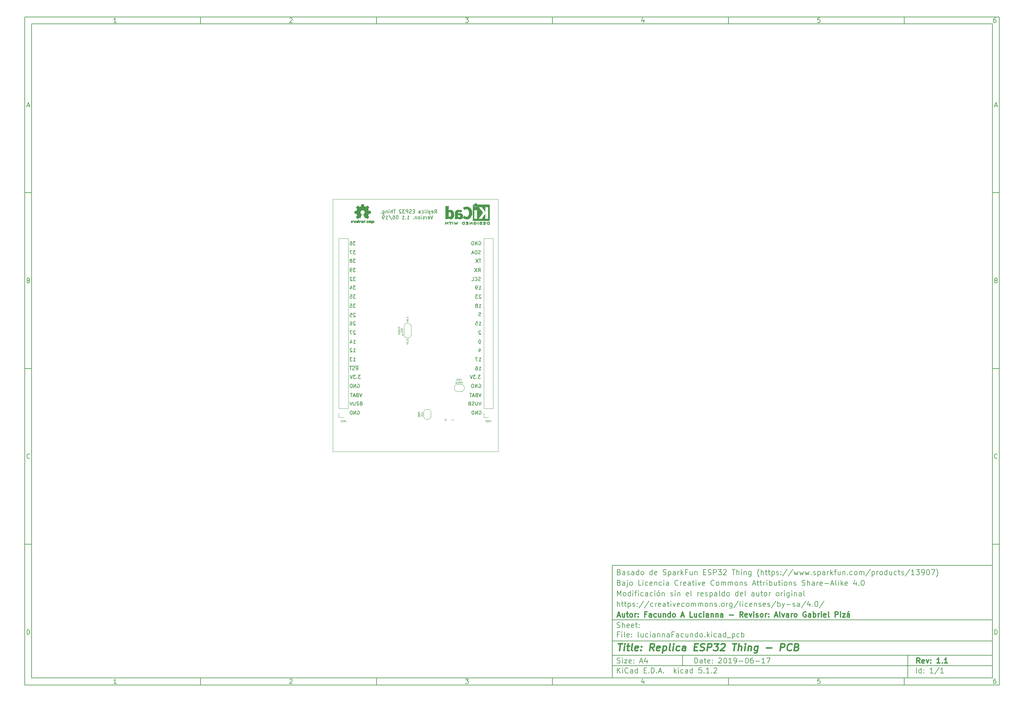
<source format=gbr>
G04 #@! TF.GenerationSoftware,KiCad,Pcbnew,5.1.2*
G04 #@! TF.CreationDate,2019-06-25T01:31:05-03:00*
G04 #@! TF.ProjectId,luciannaFacundo,6c756369-616e-46e6-9146-6163756e646f,1.1*
G04 #@! TF.SameCoordinates,Original*
G04 #@! TF.FileFunction,Legend,Bot*
G04 #@! TF.FilePolarity,Positive*
%FSLAX46Y46*%
G04 Gerber Fmt 4.6, Leading zero omitted, Abs format (unit mm)*
G04 Created by KiCad (PCBNEW 5.1.2) date 2019-06-25 01:31:05*
%MOMM*%
%LPD*%
G04 APERTURE LIST*
%ADD10C,0.100000*%
%ADD11C,0.150000*%
%ADD12C,0.300000*%
%ADD13C,0.400000*%
%ADD14C,0.120000*%
%ADD15C,0.125000*%
%ADD16C,0.050000*%
%ADD17C,0.010000*%
G04 APERTURE END LIST*
D10*
D11*
X177002200Y-166007200D02*
X177002200Y-198007200D01*
X285002200Y-198007200D01*
X285002200Y-166007200D01*
X177002200Y-166007200D01*
D10*
D11*
X10000000Y-10000000D02*
X10000000Y-200007200D01*
X287002200Y-200007200D01*
X287002200Y-10000000D01*
X10000000Y-10000000D01*
D10*
D11*
X12000000Y-12000000D02*
X12000000Y-198007200D01*
X285002200Y-198007200D01*
X285002200Y-12000000D01*
X12000000Y-12000000D01*
D10*
D11*
X60000000Y-12000000D02*
X60000000Y-10000000D01*
D10*
D11*
X110000000Y-12000000D02*
X110000000Y-10000000D01*
D10*
D11*
X160000000Y-12000000D02*
X160000000Y-10000000D01*
D10*
D11*
X210000000Y-12000000D02*
X210000000Y-10000000D01*
D10*
D11*
X260000000Y-12000000D02*
X260000000Y-10000000D01*
D10*
D11*
X36065476Y-11588095D02*
X35322619Y-11588095D01*
X35694047Y-11588095D02*
X35694047Y-10288095D01*
X35570238Y-10473809D01*
X35446428Y-10597619D01*
X35322619Y-10659523D01*
D10*
D11*
X85322619Y-10411904D02*
X85384523Y-10350000D01*
X85508333Y-10288095D01*
X85817857Y-10288095D01*
X85941666Y-10350000D01*
X86003571Y-10411904D01*
X86065476Y-10535714D01*
X86065476Y-10659523D01*
X86003571Y-10845238D01*
X85260714Y-11588095D01*
X86065476Y-11588095D01*
D10*
D11*
X135260714Y-10288095D02*
X136065476Y-10288095D01*
X135632142Y-10783333D01*
X135817857Y-10783333D01*
X135941666Y-10845238D01*
X136003571Y-10907142D01*
X136065476Y-11030952D01*
X136065476Y-11340476D01*
X136003571Y-11464285D01*
X135941666Y-11526190D01*
X135817857Y-11588095D01*
X135446428Y-11588095D01*
X135322619Y-11526190D01*
X135260714Y-11464285D01*
D10*
D11*
X185941666Y-10721428D02*
X185941666Y-11588095D01*
X185632142Y-10226190D02*
X185322619Y-11154761D01*
X186127380Y-11154761D01*
D10*
D11*
X236003571Y-10288095D02*
X235384523Y-10288095D01*
X235322619Y-10907142D01*
X235384523Y-10845238D01*
X235508333Y-10783333D01*
X235817857Y-10783333D01*
X235941666Y-10845238D01*
X236003571Y-10907142D01*
X236065476Y-11030952D01*
X236065476Y-11340476D01*
X236003571Y-11464285D01*
X235941666Y-11526190D01*
X235817857Y-11588095D01*
X235508333Y-11588095D01*
X235384523Y-11526190D01*
X235322619Y-11464285D01*
D10*
D11*
X285941666Y-10288095D02*
X285694047Y-10288095D01*
X285570238Y-10350000D01*
X285508333Y-10411904D01*
X285384523Y-10597619D01*
X285322619Y-10845238D01*
X285322619Y-11340476D01*
X285384523Y-11464285D01*
X285446428Y-11526190D01*
X285570238Y-11588095D01*
X285817857Y-11588095D01*
X285941666Y-11526190D01*
X286003571Y-11464285D01*
X286065476Y-11340476D01*
X286065476Y-11030952D01*
X286003571Y-10907142D01*
X285941666Y-10845238D01*
X285817857Y-10783333D01*
X285570238Y-10783333D01*
X285446428Y-10845238D01*
X285384523Y-10907142D01*
X285322619Y-11030952D01*
D10*
D11*
X60000000Y-198007200D02*
X60000000Y-200007200D01*
D10*
D11*
X110000000Y-198007200D02*
X110000000Y-200007200D01*
D10*
D11*
X160000000Y-198007200D02*
X160000000Y-200007200D01*
D10*
D11*
X210000000Y-198007200D02*
X210000000Y-200007200D01*
D10*
D11*
X260000000Y-198007200D02*
X260000000Y-200007200D01*
D10*
D11*
X36065476Y-199595295D02*
X35322619Y-199595295D01*
X35694047Y-199595295D02*
X35694047Y-198295295D01*
X35570238Y-198481009D01*
X35446428Y-198604819D01*
X35322619Y-198666723D01*
D10*
D11*
X85322619Y-198419104D02*
X85384523Y-198357200D01*
X85508333Y-198295295D01*
X85817857Y-198295295D01*
X85941666Y-198357200D01*
X86003571Y-198419104D01*
X86065476Y-198542914D01*
X86065476Y-198666723D01*
X86003571Y-198852438D01*
X85260714Y-199595295D01*
X86065476Y-199595295D01*
D10*
D11*
X135260714Y-198295295D02*
X136065476Y-198295295D01*
X135632142Y-198790533D01*
X135817857Y-198790533D01*
X135941666Y-198852438D01*
X136003571Y-198914342D01*
X136065476Y-199038152D01*
X136065476Y-199347676D01*
X136003571Y-199471485D01*
X135941666Y-199533390D01*
X135817857Y-199595295D01*
X135446428Y-199595295D01*
X135322619Y-199533390D01*
X135260714Y-199471485D01*
D10*
D11*
X185941666Y-198728628D02*
X185941666Y-199595295D01*
X185632142Y-198233390D02*
X185322619Y-199161961D01*
X186127380Y-199161961D01*
D10*
D11*
X236003571Y-198295295D02*
X235384523Y-198295295D01*
X235322619Y-198914342D01*
X235384523Y-198852438D01*
X235508333Y-198790533D01*
X235817857Y-198790533D01*
X235941666Y-198852438D01*
X236003571Y-198914342D01*
X236065476Y-199038152D01*
X236065476Y-199347676D01*
X236003571Y-199471485D01*
X235941666Y-199533390D01*
X235817857Y-199595295D01*
X235508333Y-199595295D01*
X235384523Y-199533390D01*
X235322619Y-199471485D01*
D10*
D11*
X285941666Y-198295295D02*
X285694047Y-198295295D01*
X285570238Y-198357200D01*
X285508333Y-198419104D01*
X285384523Y-198604819D01*
X285322619Y-198852438D01*
X285322619Y-199347676D01*
X285384523Y-199471485D01*
X285446428Y-199533390D01*
X285570238Y-199595295D01*
X285817857Y-199595295D01*
X285941666Y-199533390D01*
X286003571Y-199471485D01*
X286065476Y-199347676D01*
X286065476Y-199038152D01*
X286003571Y-198914342D01*
X285941666Y-198852438D01*
X285817857Y-198790533D01*
X285570238Y-198790533D01*
X285446428Y-198852438D01*
X285384523Y-198914342D01*
X285322619Y-199038152D01*
D10*
D11*
X10000000Y-60000000D02*
X12000000Y-60000000D01*
D10*
D11*
X10000000Y-110000000D02*
X12000000Y-110000000D01*
D10*
D11*
X10000000Y-160000000D02*
X12000000Y-160000000D01*
D10*
D11*
X10690476Y-35216666D02*
X11309523Y-35216666D01*
X10566666Y-35588095D02*
X11000000Y-34288095D01*
X11433333Y-35588095D01*
D10*
D11*
X11092857Y-84907142D02*
X11278571Y-84969047D01*
X11340476Y-85030952D01*
X11402380Y-85154761D01*
X11402380Y-85340476D01*
X11340476Y-85464285D01*
X11278571Y-85526190D01*
X11154761Y-85588095D01*
X10659523Y-85588095D01*
X10659523Y-84288095D01*
X11092857Y-84288095D01*
X11216666Y-84350000D01*
X11278571Y-84411904D01*
X11340476Y-84535714D01*
X11340476Y-84659523D01*
X11278571Y-84783333D01*
X11216666Y-84845238D01*
X11092857Y-84907142D01*
X10659523Y-84907142D01*
D10*
D11*
X11402380Y-135464285D02*
X11340476Y-135526190D01*
X11154761Y-135588095D01*
X11030952Y-135588095D01*
X10845238Y-135526190D01*
X10721428Y-135402380D01*
X10659523Y-135278571D01*
X10597619Y-135030952D01*
X10597619Y-134845238D01*
X10659523Y-134597619D01*
X10721428Y-134473809D01*
X10845238Y-134350000D01*
X11030952Y-134288095D01*
X11154761Y-134288095D01*
X11340476Y-134350000D01*
X11402380Y-134411904D01*
D10*
D11*
X10659523Y-185588095D02*
X10659523Y-184288095D01*
X10969047Y-184288095D01*
X11154761Y-184350000D01*
X11278571Y-184473809D01*
X11340476Y-184597619D01*
X11402380Y-184845238D01*
X11402380Y-185030952D01*
X11340476Y-185278571D01*
X11278571Y-185402380D01*
X11154761Y-185526190D01*
X10969047Y-185588095D01*
X10659523Y-185588095D01*
D10*
D11*
X287002200Y-60000000D02*
X285002200Y-60000000D01*
D10*
D11*
X287002200Y-110000000D02*
X285002200Y-110000000D01*
D10*
D11*
X287002200Y-160000000D02*
X285002200Y-160000000D01*
D10*
D11*
X285692676Y-35216666D02*
X286311723Y-35216666D01*
X285568866Y-35588095D02*
X286002200Y-34288095D01*
X286435533Y-35588095D01*
D10*
D11*
X286095057Y-84907142D02*
X286280771Y-84969047D01*
X286342676Y-85030952D01*
X286404580Y-85154761D01*
X286404580Y-85340476D01*
X286342676Y-85464285D01*
X286280771Y-85526190D01*
X286156961Y-85588095D01*
X285661723Y-85588095D01*
X285661723Y-84288095D01*
X286095057Y-84288095D01*
X286218866Y-84350000D01*
X286280771Y-84411904D01*
X286342676Y-84535714D01*
X286342676Y-84659523D01*
X286280771Y-84783333D01*
X286218866Y-84845238D01*
X286095057Y-84907142D01*
X285661723Y-84907142D01*
D10*
D11*
X286404580Y-135464285D02*
X286342676Y-135526190D01*
X286156961Y-135588095D01*
X286033152Y-135588095D01*
X285847438Y-135526190D01*
X285723628Y-135402380D01*
X285661723Y-135278571D01*
X285599819Y-135030952D01*
X285599819Y-134845238D01*
X285661723Y-134597619D01*
X285723628Y-134473809D01*
X285847438Y-134350000D01*
X286033152Y-134288095D01*
X286156961Y-134288095D01*
X286342676Y-134350000D01*
X286404580Y-134411904D01*
D10*
D11*
X285661723Y-185588095D02*
X285661723Y-184288095D01*
X285971247Y-184288095D01*
X286156961Y-184350000D01*
X286280771Y-184473809D01*
X286342676Y-184597619D01*
X286404580Y-184845238D01*
X286404580Y-185030952D01*
X286342676Y-185278571D01*
X286280771Y-185402380D01*
X286156961Y-185526190D01*
X285971247Y-185588095D01*
X285661723Y-185588095D01*
D10*
D11*
X200434342Y-193785771D02*
X200434342Y-192285771D01*
X200791485Y-192285771D01*
X201005771Y-192357200D01*
X201148628Y-192500057D01*
X201220057Y-192642914D01*
X201291485Y-192928628D01*
X201291485Y-193142914D01*
X201220057Y-193428628D01*
X201148628Y-193571485D01*
X201005771Y-193714342D01*
X200791485Y-193785771D01*
X200434342Y-193785771D01*
X202577200Y-193785771D02*
X202577200Y-193000057D01*
X202505771Y-192857200D01*
X202362914Y-192785771D01*
X202077200Y-192785771D01*
X201934342Y-192857200D01*
X202577200Y-193714342D02*
X202434342Y-193785771D01*
X202077200Y-193785771D01*
X201934342Y-193714342D01*
X201862914Y-193571485D01*
X201862914Y-193428628D01*
X201934342Y-193285771D01*
X202077200Y-193214342D01*
X202434342Y-193214342D01*
X202577200Y-193142914D01*
X203077200Y-192785771D02*
X203648628Y-192785771D01*
X203291485Y-192285771D02*
X203291485Y-193571485D01*
X203362914Y-193714342D01*
X203505771Y-193785771D01*
X203648628Y-193785771D01*
X204720057Y-193714342D02*
X204577200Y-193785771D01*
X204291485Y-193785771D01*
X204148628Y-193714342D01*
X204077200Y-193571485D01*
X204077200Y-193000057D01*
X204148628Y-192857200D01*
X204291485Y-192785771D01*
X204577200Y-192785771D01*
X204720057Y-192857200D01*
X204791485Y-193000057D01*
X204791485Y-193142914D01*
X204077200Y-193285771D01*
X205434342Y-193642914D02*
X205505771Y-193714342D01*
X205434342Y-193785771D01*
X205362914Y-193714342D01*
X205434342Y-193642914D01*
X205434342Y-193785771D01*
X205434342Y-192857200D02*
X205505771Y-192928628D01*
X205434342Y-193000057D01*
X205362914Y-192928628D01*
X205434342Y-192857200D01*
X205434342Y-193000057D01*
X207220057Y-192428628D02*
X207291485Y-192357200D01*
X207434342Y-192285771D01*
X207791485Y-192285771D01*
X207934342Y-192357200D01*
X208005771Y-192428628D01*
X208077200Y-192571485D01*
X208077200Y-192714342D01*
X208005771Y-192928628D01*
X207148628Y-193785771D01*
X208077200Y-193785771D01*
X209005771Y-192285771D02*
X209148628Y-192285771D01*
X209291485Y-192357200D01*
X209362914Y-192428628D01*
X209434342Y-192571485D01*
X209505771Y-192857200D01*
X209505771Y-193214342D01*
X209434342Y-193500057D01*
X209362914Y-193642914D01*
X209291485Y-193714342D01*
X209148628Y-193785771D01*
X209005771Y-193785771D01*
X208862914Y-193714342D01*
X208791485Y-193642914D01*
X208720057Y-193500057D01*
X208648628Y-193214342D01*
X208648628Y-192857200D01*
X208720057Y-192571485D01*
X208791485Y-192428628D01*
X208862914Y-192357200D01*
X209005771Y-192285771D01*
X210934342Y-193785771D02*
X210077200Y-193785771D01*
X210505771Y-193785771D02*
X210505771Y-192285771D01*
X210362914Y-192500057D01*
X210220057Y-192642914D01*
X210077200Y-192714342D01*
X211648628Y-193785771D02*
X211934342Y-193785771D01*
X212077200Y-193714342D01*
X212148628Y-193642914D01*
X212291485Y-193428628D01*
X212362914Y-193142914D01*
X212362914Y-192571485D01*
X212291485Y-192428628D01*
X212220057Y-192357200D01*
X212077200Y-192285771D01*
X211791485Y-192285771D01*
X211648628Y-192357200D01*
X211577200Y-192428628D01*
X211505771Y-192571485D01*
X211505771Y-192928628D01*
X211577200Y-193071485D01*
X211648628Y-193142914D01*
X211791485Y-193214342D01*
X212077200Y-193214342D01*
X212220057Y-193142914D01*
X212291485Y-193071485D01*
X212362914Y-192928628D01*
X213005771Y-193214342D02*
X214148628Y-193214342D01*
X215148628Y-192285771D02*
X215291485Y-192285771D01*
X215434342Y-192357200D01*
X215505771Y-192428628D01*
X215577200Y-192571485D01*
X215648628Y-192857200D01*
X215648628Y-193214342D01*
X215577200Y-193500057D01*
X215505771Y-193642914D01*
X215434342Y-193714342D01*
X215291485Y-193785771D01*
X215148628Y-193785771D01*
X215005771Y-193714342D01*
X214934342Y-193642914D01*
X214862914Y-193500057D01*
X214791485Y-193214342D01*
X214791485Y-192857200D01*
X214862914Y-192571485D01*
X214934342Y-192428628D01*
X215005771Y-192357200D01*
X215148628Y-192285771D01*
X216934342Y-192285771D02*
X216648628Y-192285771D01*
X216505771Y-192357200D01*
X216434342Y-192428628D01*
X216291485Y-192642914D01*
X216220057Y-192928628D01*
X216220057Y-193500057D01*
X216291485Y-193642914D01*
X216362914Y-193714342D01*
X216505771Y-193785771D01*
X216791485Y-193785771D01*
X216934342Y-193714342D01*
X217005771Y-193642914D01*
X217077200Y-193500057D01*
X217077200Y-193142914D01*
X217005771Y-193000057D01*
X216934342Y-192928628D01*
X216791485Y-192857200D01*
X216505771Y-192857200D01*
X216362914Y-192928628D01*
X216291485Y-193000057D01*
X216220057Y-193142914D01*
X217720057Y-193214342D02*
X218862914Y-193214342D01*
X220362914Y-193785771D02*
X219505771Y-193785771D01*
X219934342Y-193785771D02*
X219934342Y-192285771D01*
X219791485Y-192500057D01*
X219648628Y-192642914D01*
X219505771Y-192714342D01*
X220862914Y-192285771D02*
X221862914Y-192285771D01*
X221220057Y-193785771D01*
D10*
D11*
X177002200Y-194507200D02*
X285002200Y-194507200D01*
D10*
D11*
X178434342Y-196585771D02*
X178434342Y-195085771D01*
X179291485Y-196585771D02*
X178648628Y-195728628D01*
X179291485Y-195085771D02*
X178434342Y-195942914D01*
X179934342Y-196585771D02*
X179934342Y-195585771D01*
X179934342Y-195085771D02*
X179862914Y-195157200D01*
X179934342Y-195228628D01*
X180005771Y-195157200D01*
X179934342Y-195085771D01*
X179934342Y-195228628D01*
X181505771Y-196442914D02*
X181434342Y-196514342D01*
X181220057Y-196585771D01*
X181077200Y-196585771D01*
X180862914Y-196514342D01*
X180720057Y-196371485D01*
X180648628Y-196228628D01*
X180577200Y-195942914D01*
X180577200Y-195728628D01*
X180648628Y-195442914D01*
X180720057Y-195300057D01*
X180862914Y-195157200D01*
X181077200Y-195085771D01*
X181220057Y-195085771D01*
X181434342Y-195157200D01*
X181505771Y-195228628D01*
X182791485Y-196585771D02*
X182791485Y-195800057D01*
X182720057Y-195657200D01*
X182577200Y-195585771D01*
X182291485Y-195585771D01*
X182148628Y-195657200D01*
X182791485Y-196514342D02*
X182648628Y-196585771D01*
X182291485Y-196585771D01*
X182148628Y-196514342D01*
X182077200Y-196371485D01*
X182077200Y-196228628D01*
X182148628Y-196085771D01*
X182291485Y-196014342D01*
X182648628Y-196014342D01*
X182791485Y-195942914D01*
X184148628Y-196585771D02*
X184148628Y-195085771D01*
X184148628Y-196514342D02*
X184005771Y-196585771D01*
X183720057Y-196585771D01*
X183577200Y-196514342D01*
X183505771Y-196442914D01*
X183434342Y-196300057D01*
X183434342Y-195871485D01*
X183505771Y-195728628D01*
X183577200Y-195657200D01*
X183720057Y-195585771D01*
X184005771Y-195585771D01*
X184148628Y-195657200D01*
X186005771Y-195800057D02*
X186505771Y-195800057D01*
X186720057Y-196585771D02*
X186005771Y-196585771D01*
X186005771Y-195085771D01*
X186720057Y-195085771D01*
X187362914Y-196442914D02*
X187434342Y-196514342D01*
X187362914Y-196585771D01*
X187291485Y-196514342D01*
X187362914Y-196442914D01*
X187362914Y-196585771D01*
X188077200Y-196585771D02*
X188077200Y-195085771D01*
X188434342Y-195085771D01*
X188648628Y-195157200D01*
X188791485Y-195300057D01*
X188862914Y-195442914D01*
X188934342Y-195728628D01*
X188934342Y-195942914D01*
X188862914Y-196228628D01*
X188791485Y-196371485D01*
X188648628Y-196514342D01*
X188434342Y-196585771D01*
X188077200Y-196585771D01*
X189577200Y-196442914D02*
X189648628Y-196514342D01*
X189577200Y-196585771D01*
X189505771Y-196514342D01*
X189577200Y-196442914D01*
X189577200Y-196585771D01*
X190220057Y-196157200D02*
X190934342Y-196157200D01*
X190077200Y-196585771D02*
X190577200Y-195085771D01*
X191077200Y-196585771D01*
X191577200Y-196442914D02*
X191648628Y-196514342D01*
X191577200Y-196585771D01*
X191505771Y-196514342D01*
X191577200Y-196442914D01*
X191577200Y-196585771D01*
X194577200Y-196585771D02*
X194577200Y-195085771D01*
X194720057Y-196014342D02*
X195148628Y-196585771D01*
X195148628Y-195585771D02*
X194577200Y-196157200D01*
X195791485Y-196585771D02*
X195791485Y-195585771D01*
X195791485Y-195085771D02*
X195720057Y-195157200D01*
X195791485Y-195228628D01*
X195862914Y-195157200D01*
X195791485Y-195085771D01*
X195791485Y-195228628D01*
X197148628Y-196514342D02*
X197005771Y-196585771D01*
X196720057Y-196585771D01*
X196577200Y-196514342D01*
X196505771Y-196442914D01*
X196434342Y-196300057D01*
X196434342Y-195871485D01*
X196505771Y-195728628D01*
X196577200Y-195657200D01*
X196720057Y-195585771D01*
X197005771Y-195585771D01*
X197148628Y-195657200D01*
X198434342Y-196585771D02*
X198434342Y-195800057D01*
X198362914Y-195657200D01*
X198220057Y-195585771D01*
X197934342Y-195585771D01*
X197791485Y-195657200D01*
X198434342Y-196514342D02*
X198291485Y-196585771D01*
X197934342Y-196585771D01*
X197791485Y-196514342D01*
X197720057Y-196371485D01*
X197720057Y-196228628D01*
X197791485Y-196085771D01*
X197934342Y-196014342D01*
X198291485Y-196014342D01*
X198434342Y-195942914D01*
X199791485Y-196585771D02*
X199791485Y-195085771D01*
X199791485Y-196514342D02*
X199648628Y-196585771D01*
X199362914Y-196585771D01*
X199220057Y-196514342D01*
X199148628Y-196442914D01*
X199077200Y-196300057D01*
X199077200Y-195871485D01*
X199148628Y-195728628D01*
X199220057Y-195657200D01*
X199362914Y-195585771D01*
X199648628Y-195585771D01*
X199791485Y-195657200D01*
X202362914Y-195085771D02*
X201648628Y-195085771D01*
X201577200Y-195800057D01*
X201648628Y-195728628D01*
X201791485Y-195657200D01*
X202148628Y-195657200D01*
X202291485Y-195728628D01*
X202362914Y-195800057D01*
X202434342Y-195942914D01*
X202434342Y-196300057D01*
X202362914Y-196442914D01*
X202291485Y-196514342D01*
X202148628Y-196585771D01*
X201791485Y-196585771D01*
X201648628Y-196514342D01*
X201577200Y-196442914D01*
X203077200Y-196442914D02*
X203148628Y-196514342D01*
X203077200Y-196585771D01*
X203005771Y-196514342D01*
X203077200Y-196442914D01*
X203077200Y-196585771D01*
X204577200Y-196585771D02*
X203720057Y-196585771D01*
X204148628Y-196585771D02*
X204148628Y-195085771D01*
X204005771Y-195300057D01*
X203862914Y-195442914D01*
X203720057Y-195514342D01*
X205220057Y-196442914D02*
X205291485Y-196514342D01*
X205220057Y-196585771D01*
X205148628Y-196514342D01*
X205220057Y-196442914D01*
X205220057Y-196585771D01*
X205862914Y-195228628D02*
X205934342Y-195157200D01*
X206077200Y-195085771D01*
X206434342Y-195085771D01*
X206577200Y-195157200D01*
X206648628Y-195228628D01*
X206720057Y-195371485D01*
X206720057Y-195514342D01*
X206648628Y-195728628D01*
X205791485Y-196585771D01*
X206720057Y-196585771D01*
D10*
D11*
X177002200Y-191507200D02*
X285002200Y-191507200D01*
D10*
D12*
X264411485Y-193785771D02*
X263911485Y-193071485D01*
X263554342Y-193785771D02*
X263554342Y-192285771D01*
X264125771Y-192285771D01*
X264268628Y-192357200D01*
X264340057Y-192428628D01*
X264411485Y-192571485D01*
X264411485Y-192785771D01*
X264340057Y-192928628D01*
X264268628Y-193000057D01*
X264125771Y-193071485D01*
X263554342Y-193071485D01*
X265625771Y-193714342D02*
X265482914Y-193785771D01*
X265197200Y-193785771D01*
X265054342Y-193714342D01*
X264982914Y-193571485D01*
X264982914Y-193000057D01*
X265054342Y-192857200D01*
X265197200Y-192785771D01*
X265482914Y-192785771D01*
X265625771Y-192857200D01*
X265697200Y-193000057D01*
X265697200Y-193142914D01*
X264982914Y-193285771D01*
X266197200Y-192785771D02*
X266554342Y-193785771D01*
X266911485Y-192785771D01*
X267482914Y-193642914D02*
X267554342Y-193714342D01*
X267482914Y-193785771D01*
X267411485Y-193714342D01*
X267482914Y-193642914D01*
X267482914Y-193785771D01*
X267482914Y-192857200D02*
X267554342Y-192928628D01*
X267482914Y-193000057D01*
X267411485Y-192928628D01*
X267482914Y-192857200D01*
X267482914Y-193000057D01*
X270125771Y-193785771D02*
X269268628Y-193785771D01*
X269697200Y-193785771D02*
X269697200Y-192285771D01*
X269554342Y-192500057D01*
X269411485Y-192642914D01*
X269268628Y-192714342D01*
X270768628Y-193642914D02*
X270840057Y-193714342D01*
X270768628Y-193785771D01*
X270697200Y-193714342D01*
X270768628Y-193642914D01*
X270768628Y-193785771D01*
X272268628Y-193785771D02*
X271411485Y-193785771D01*
X271840057Y-193785771D02*
X271840057Y-192285771D01*
X271697200Y-192500057D01*
X271554342Y-192642914D01*
X271411485Y-192714342D01*
D10*
D11*
X178362914Y-193714342D02*
X178577200Y-193785771D01*
X178934342Y-193785771D01*
X179077200Y-193714342D01*
X179148628Y-193642914D01*
X179220057Y-193500057D01*
X179220057Y-193357200D01*
X179148628Y-193214342D01*
X179077200Y-193142914D01*
X178934342Y-193071485D01*
X178648628Y-193000057D01*
X178505771Y-192928628D01*
X178434342Y-192857200D01*
X178362914Y-192714342D01*
X178362914Y-192571485D01*
X178434342Y-192428628D01*
X178505771Y-192357200D01*
X178648628Y-192285771D01*
X179005771Y-192285771D01*
X179220057Y-192357200D01*
X179862914Y-193785771D02*
X179862914Y-192785771D01*
X179862914Y-192285771D02*
X179791485Y-192357200D01*
X179862914Y-192428628D01*
X179934342Y-192357200D01*
X179862914Y-192285771D01*
X179862914Y-192428628D01*
X180434342Y-192785771D02*
X181220057Y-192785771D01*
X180434342Y-193785771D01*
X181220057Y-193785771D01*
X182362914Y-193714342D02*
X182220057Y-193785771D01*
X181934342Y-193785771D01*
X181791485Y-193714342D01*
X181720057Y-193571485D01*
X181720057Y-193000057D01*
X181791485Y-192857200D01*
X181934342Y-192785771D01*
X182220057Y-192785771D01*
X182362914Y-192857200D01*
X182434342Y-193000057D01*
X182434342Y-193142914D01*
X181720057Y-193285771D01*
X183077200Y-193642914D02*
X183148628Y-193714342D01*
X183077200Y-193785771D01*
X183005771Y-193714342D01*
X183077200Y-193642914D01*
X183077200Y-193785771D01*
X183077200Y-192857200D02*
X183148628Y-192928628D01*
X183077200Y-193000057D01*
X183005771Y-192928628D01*
X183077200Y-192857200D01*
X183077200Y-193000057D01*
X184862914Y-193357200D02*
X185577200Y-193357200D01*
X184720057Y-193785771D02*
X185220057Y-192285771D01*
X185720057Y-193785771D01*
X186862914Y-192785771D02*
X186862914Y-193785771D01*
X186505771Y-192214342D02*
X186148628Y-193285771D01*
X187077200Y-193285771D01*
D10*
D11*
X263434342Y-196585771D02*
X263434342Y-195085771D01*
X264791485Y-196585771D02*
X264791485Y-195085771D01*
X264791485Y-196514342D02*
X264648628Y-196585771D01*
X264362914Y-196585771D01*
X264220057Y-196514342D01*
X264148628Y-196442914D01*
X264077200Y-196300057D01*
X264077200Y-195871485D01*
X264148628Y-195728628D01*
X264220057Y-195657200D01*
X264362914Y-195585771D01*
X264648628Y-195585771D01*
X264791485Y-195657200D01*
X265505771Y-196442914D02*
X265577200Y-196514342D01*
X265505771Y-196585771D01*
X265434342Y-196514342D01*
X265505771Y-196442914D01*
X265505771Y-196585771D01*
X265505771Y-195657200D02*
X265577200Y-195728628D01*
X265505771Y-195800057D01*
X265434342Y-195728628D01*
X265505771Y-195657200D01*
X265505771Y-195800057D01*
X268148628Y-196585771D02*
X267291485Y-196585771D01*
X267720057Y-196585771D02*
X267720057Y-195085771D01*
X267577200Y-195300057D01*
X267434342Y-195442914D01*
X267291485Y-195514342D01*
X269862914Y-195014342D02*
X268577200Y-196942914D01*
X271148628Y-196585771D02*
X270291485Y-196585771D01*
X270720057Y-196585771D02*
X270720057Y-195085771D01*
X270577200Y-195300057D01*
X270434342Y-195442914D01*
X270291485Y-195514342D01*
D10*
D11*
X177002200Y-187507200D02*
X285002200Y-187507200D01*
D10*
D13*
X178714580Y-188211961D02*
X179857438Y-188211961D01*
X179036009Y-190211961D02*
X179286009Y-188211961D01*
X180274104Y-190211961D02*
X180440771Y-188878628D01*
X180524104Y-188211961D02*
X180416961Y-188307200D01*
X180500295Y-188402438D01*
X180607438Y-188307200D01*
X180524104Y-188211961D01*
X180500295Y-188402438D01*
X181107438Y-188878628D02*
X181869342Y-188878628D01*
X181476485Y-188211961D02*
X181262200Y-189926247D01*
X181333628Y-190116723D01*
X181512200Y-190211961D01*
X181702676Y-190211961D01*
X182655057Y-190211961D02*
X182476485Y-190116723D01*
X182405057Y-189926247D01*
X182619342Y-188211961D01*
X184190771Y-190116723D02*
X183988390Y-190211961D01*
X183607438Y-190211961D01*
X183428866Y-190116723D01*
X183357438Y-189926247D01*
X183452676Y-189164342D01*
X183571723Y-188973866D01*
X183774104Y-188878628D01*
X184155057Y-188878628D01*
X184333628Y-188973866D01*
X184405057Y-189164342D01*
X184381247Y-189354819D01*
X183405057Y-189545295D01*
X185155057Y-190021485D02*
X185238390Y-190116723D01*
X185131247Y-190211961D01*
X185047914Y-190116723D01*
X185155057Y-190021485D01*
X185131247Y-190211961D01*
X185286009Y-188973866D02*
X185369342Y-189069104D01*
X185262200Y-189164342D01*
X185178866Y-189069104D01*
X185286009Y-188973866D01*
X185262200Y-189164342D01*
X188750295Y-190211961D02*
X188202676Y-189259580D01*
X187607438Y-190211961D02*
X187857438Y-188211961D01*
X188619342Y-188211961D01*
X188797914Y-188307200D01*
X188881247Y-188402438D01*
X188952676Y-188592914D01*
X188916961Y-188878628D01*
X188797914Y-189069104D01*
X188690771Y-189164342D01*
X188488390Y-189259580D01*
X187726485Y-189259580D01*
X190381247Y-190116723D02*
X190178866Y-190211961D01*
X189797914Y-190211961D01*
X189619342Y-190116723D01*
X189547914Y-189926247D01*
X189643152Y-189164342D01*
X189762200Y-188973866D01*
X189964580Y-188878628D01*
X190345533Y-188878628D01*
X190524104Y-188973866D01*
X190595533Y-189164342D01*
X190571723Y-189354819D01*
X189595533Y-189545295D01*
X191488390Y-188878628D02*
X191238390Y-190878628D01*
X191476485Y-188973866D02*
X191678866Y-188878628D01*
X192059819Y-188878628D01*
X192238390Y-188973866D01*
X192321723Y-189069104D01*
X192393152Y-189259580D01*
X192321723Y-189831009D01*
X192202676Y-190021485D01*
X192095533Y-190116723D01*
X191893152Y-190211961D01*
X191512200Y-190211961D01*
X191333628Y-190116723D01*
X193416961Y-190211961D02*
X193238390Y-190116723D01*
X193166961Y-189926247D01*
X193381247Y-188211961D01*
X194178866Y-190211961D02*
X194345533Y-188878628D01*
X194428866Y-188211961D02*
X194321723Y-188307200D01*
X194405057Y-188402438D01*
X194512200Y-188307200D01*
X194428866Y-188211961D01*
X194405057Y-188402438D01*
X196000295Y-190116723D02*
X195797914Y-190211961D01*
X195416961Y-190211961D01*
X195238390Y-190116723D01*
X195155057Y-190021485D01*
X195083628Y-189831009D01*
X195155057Y-189259580D01*
X195274104Y-189069104D01*
X195381247Y-188973866D01*
X195583628Y-188878628D01*
X195964580Y-188878628D01*
X196143152Y-188973866D01*
X197702676Y-190211961D02*
X197833628Y-189164342D01*
X197762200Y-188973866D01*
X197583628Y-188878628D01*
X197202676Y-188878628D01*
X197000295Y-188973866D01*
X197714580Y-190116723D02*
X197512200Y-190211961D01*
X197036009Y-190211961D01*
X196857438Y-190116723D01*
X196786009Y-189926247D01*
X196809819Y-189735771D01*
X196928866Y-189545295D01*
X197131247Y-189450057D01*
X197607438Y-189450057D01*
X197809819Y-189354819D01*
X200309819Y-189164342D02*
X200976485Y-189164342D01*
X201131247Y-190211961D02*
X200178866Y-190211961D01*
X200428866Y-188211961D01*
X201381247Y-188211961D01*
X201905057Y-190116723D02*
X202178866Y-190211961D01*
X202655057Y-190211961D01*
X202857438Y-190116723D01*
X202964580Y-190021485D01*
X203083628Y-189831009D01*
X203107438Y-189640533D01*
X203036009Y-189450057D01*
X202952676Y-189354819D01*
X202774104Y-189259580D01*
X202405057Y-189164342D01*
X202226485Y-189069104D01*
X202143152Y-188973866D01*
X202071723Y-188783390D01*
X202095533Y-188592914D01*
X202214580Y-188402438D01*
X202321723Y-188307200D01*
X202524104Y-188211961D01*
X203000295Y-188211961D01*
X203274104Y-188307200D01*
X203893152Y-190211961D02*
X204143152Y-188211961D01*
X204905057Y-188211961D01*
X205083628Y-188307200D01*
X205166961Y-188402438D01*
X205238390Y-188592914D01*
X205202676Y-188878628D01*
X205083628Y-189069104D01*
X204976485Y-189164342D01*
X204774104Y-189259580D01*
X204012200Y-189259580D01*
X205952676Y-188211961D02*
X207190771Y-188211961D01*
X206428866Y-188973866D01*
X206714580Y-188973866D01*
X206893152Y-189069104D01*
X206976485Y-189164342D01*
X207047914Y-189354819D01*
X206988390Y-189831009D01*
X206869342Y-190021485D01*
X206762200Y-190116723D01*
X206559819Y-190211961D01*
X205988390Y-190211961D01*
X205809819Y-190116723D01*
X205726485Y-190021485D01*
X207928866Y-188402438D02*
X208036009Y-188307200D01*
X208238390Y-188211961D01*
X208714580Y-188211961D01*
X208893152Y-188307200D01*
X208976485Y-188402438D01*
X209047914Y-188592914D01*
X209024104Y-188783390D01*
X208893152Y-189069104D01*
X207607438Y-190211961D01*
X208845533Y-190211961D01*
X211190771Y-188211961D02*
X212333628Y-188211961D01*
X211512200Y-190211961D02*
X211762200Y-188211961D01*
X212750295Y-190211961D02*
X213000295Y-188211961D01*
X213607438Y-190211961D02*
X213738390Y-189164342D01*
X213666961Y-188973866D01*
X213488390Y-188878628D01*
X213202676Y-188878628D01*
X213000295Y-188973866D01*
X212893152Y-189069104D01*
X214559819Y-190211961D02*
X214726485Y-188878628D01*
X214809819Y-188211961D02*
X214702676Y-188307200D01*
X214786009Y-188402438D01*
X214893152Y-188307200D01*
X214809819Y-188211961D01*
X214786009Y-188402438D01*
X215678866Y-188878628D02*
X215512200Y-190211961D01*
X215655057Y-189069104D02*
X215762200Y-188973866D01*
X215964580Y-188878628D01*
X216250295Y-188878628D01*
X216428866Y-188973866D01*
X216500295Y-189164342D01*
X216369342Y-190211961D01*
X218345533Y-188878628D02*
X218143152Y-190497676D01*
X218024104Y-190688152D01*
X217916961Y-190783390D01*
X217714580Y-190878628D01*
X217428866Y-190878628D01*
X217250295Y-190783390D01*
X218190771Y-190116723D02*
X217988390Y-190211961D01*
X217607438Y-190211961D01*
X217428866Y-190116723D01*
X217345533Y-190021485D01*
X217274104Y-189831009D01*
X217345533Y-189259580D01*
X217464580Y-189069104D01*
X217571723Y-188973866D01*
X217774104Y-188878628D01*
X218155057Y-188878628D01*
X218333628Y-188973866D01*
X220750295Y-189450057D02*
X222274104Y-189450057D01*
X224655057Y-190211961D02*
X224905057Y-188211961D01*
X225666961Y-188211961D01*
X225845533Y-188307200D01*
X225928866Y-188402438D01*
X226000295Y-188592914D01*
X225964580Y-188878628D01*
X225845533Y-189069104D01*
X225738390Y-189164342D01*
X225536009Y-189259580D01*
X224774104Y-189259580D01*
X227821723Y-190021485D02*
X227714580Y-190116723D01*
X227416961Y-190211961D01*
X227226485Y-190211961D01*
X226952676Y-190116723D01*
X226786009Y-189926247D01*
X226714580Y-189735771D01*
X226666961Y-189354819D01*
X226702676Y-189069104D01*
X226845533Y-188688152D01*
X226964580Y-188497676D01*
X227178866Y-188307200D01*
X227476485Y-188211961D01*
X227666961Y-188211961D01*
X227940771Y-188307200D01*
X228024104Y-188402438D01*
X229452676Y-189164342D02*
X229726485Y-189259580D01*
X229809819Y-189354819D01*
X229881247Y-189545295D01*
X229845533Y-189831009D01*
X229726485Y-190021485D01*
X229619342Y-190116723D01*
X229416961Y-190211961D01*
X228655057Y-190211961D01*
X228905057Y-188211961D01*
X229571723Y-188211961D01*
X229750295Y-188307200D01*
X229833628Y-188402438D01*
X229905057Y-188592914D01*
X229881247Y-188783390D01*
X229762199Y-188973866D01*
X229655057Y-189069104D01*
X229452676Y-189164342D01*
X228786009Y-189164342D01*
D10*
D11*
X178934342Y-185600057D02*
X178434342Y-185600057D01*
X178434342Y-186385771D02*
X178434342Y-184885771D01*
X179148628Y-184885771D01*
X179720057Y-186385771D02*
X179720057Y-185385771D01*
X179720057Y-184885771D02*
X179648628Y-184957200D01*
X179720057Y-185028628D01*
X179791485Y-184957200D01*
X179720057Y-184885771D01*
X179720057Y-185028628D01*
X180648628Y-186385771D02*
X180505771Y-186314342D01*
X180434342Y-186171485D01*
X180434342Y-184885771D01*
X181791485Y-186314342D02*
X181648628Y-186385771D01*
X181362914Y-186385771D01*
X181220057Y-186314342D01*
X181148628Y-186171485D01*
X181148628Y-185600057D01*
X181220057Y-185457200D01*
X181362914Y-185385771D01*
X181648628Y-185385771D01*
X181791485Y-185457200D01*
X181862914Y-185600057D01*
X181862914Y-185742914D01*
X181148628Y-185885771D01*
X182505771Y-186242914D02*
X182577200Y-186314342D01*
X182505771Y-186385771D01*
X182434342Y-186314342D01*
X182505771Y-186242914D01*
X182505771Y-186385771D01*
X182505771Y-185457200D02*
X182577200Y-185528628D01*
X182505771Y-185600057D01*
X182434342Y-185528628D01*
X182505771Y-185457200D01*
X182505771Y-185600057D01*
X184577200Y-186385771D02*
X184434342Y-186314342D01*
X184362914Y-186171485D01*
X184362914Y-184885771D01*
X185791485Y-185385771D02*
X185791485Y-186385771D01*
X185148628Y-185385771D02*
X185148628Y-186171485D01*
X185220057Y-186314342D01*
X185362914Y-186385771D01*
X185577200Y-186385771D01*
X185720057Y-186314342D01*
X185791485Y-186242914D01*
X187148628Y-186314342D02*
X187005771Y-186385771D01*
X186720057Y-186385771D01*
X186577200Y-186314342D01*
X186505771Y-186242914D01*
X186434342Y-186100057D01*
X186434342Y-185671485D01*
X186505771Y-185528628D01*
X186577200Y-185457200D01*
X186720057Y-185385771D01*
X187005771Y-185385771D01*
X187148628Y-185457200D01*
X187791485Y-186385771D02*
X187791485Y-185385771D01*
X187791485Y-184885771D02*
X187720057Y-184957200D01*
X187791485Y-185028628D01*
X187862914Y-184957200D01*
X187791485Y-184885771D01*
X187791485Y-185028628D01*
X189148628Y-186385771D02*
X189148628Y-185600057D01*
X189077200Y-185457200D01*
X188934342Y-185385771D01*
X188648628Y-185385771D01*
X188505771Y-185457200D01*
X189148628Y-186314342D02*
X189005771Y-186385771D01*
X188648628Y-186385771D01*
X188505771Y-186314342D01*
X188434342Y-186171485D01*
X188434342Y-186028628D01*
X188505771Y-185885771D01*
X188648628Y-185814342D01*
X189005771Y-185814342D01*
X189148628Y-185742914D01*
X189862914Y-185385771D02*
X189862914Y-186385771D01*
X189862914Y-185528628D02*
X189934342Y-185457200D01*
X190077200Y-185385771D01*
X190291485Y-185385771D01*
X190434342Y-185457200D01*
X190505771Y-185600057D01*
X190505771Y-186385771D01*
X191220057Y-185385771D02*
X191220057Y-186385771D01*
X191220057Y-185528628D02*
X191291485Y-185457200D01*
X191434342Y-185385771D01*
X191648628Y-185385771D01*
X191791485Y-185457200D01*
X191862914Y-185600057D01*
X191862914Y-186385771D01*
X193220057Y-186385771D02*
X193220057Y-185600057D01*
X193148628Y-185457200D01*
X193005771Y-185385771D01*
X192720057Y-185385771D01*
X192577200Y-185457200D01*
X193220057Y-186314342D02*
X193077200Y-186385771D01*
X192720057Y-186385771D01*
X192577200Y-186314342D01*
X192505771Y-186171485D01*
X192505771Y-186028628D01*
X192577200Y-185885771D01*
X192720057Y-185814342D01*
X193077200Y-185814342D01*
X193220057Y-185742914D01*
X194434342Y-185600057D02*
X193934342Y-185600057D01*
X193934342Y-186385771D02*
X193934342Y-184885771D01*
X194648628Y-184885771D01*
X195862914Y-186385771D02*
X195862914Y-185600057D01*
X195791485Y-185457200D01*
X195648628Y-185385771D01*
X195362914Y-185385771D01*
X195220057Y-185457200D01*
X195862914Y-186314342D02*
X195720057Y-186385771D01*
X195362914Y-186385771D01*
X195220057Y-186314342D01*
X195148628Y-186171485D01*
X195148628Y-186028628D01*
X195220057Y-185885771D01*
X195362914Y-185814342D01*
X195720057Y-185814342D01*
X195862914Y-185742914D01*
X197220057Y-186314342D02*
X197077200Y-186385771D01*
X196791485Y-186385771D01*
X196648628Y-186314342D01*
X196577200Y-186242914D01*
X196505771Y-186100057D01*
X196505771Y-185671485D01*
X196577200Y-185528628D01*
X196648628Y-185457200D01*
X196791485Y-185385771D01*
X197077200Y-185385771D01*
X197220057Y-185457200D01*
X198505771Y-185385771D02*
X198505771Y-186385771D01*
X197862914Y-185385771D02*
X197862914Y-186171485D01*
X197934342Y-186314342D01*
X198077200Y-186385771D01*
X198291485Y-186385771D01*
X198434342Y-186314342D01*
X198505771Y-186242914D01*
X199220057Y-185385771D02*
X199220057Y-186385771D01*
X199220057Y-185528628D02*
X199291485Y-185457200D01*
X199434342Y-185385771D01*
X199648628Y-185385771D01*
X199791485Y-185457200D01*
X199862914Y-185600057D01*
X199862914Y-186385771D01*
X201220057Y-186385771D02*
X201220057Y-184885771D01*
X201220057Y-186314342D02*
X201077200Y-186385771D01*
X200791485Y-186385771D01*
X200648628Y-186314342D01*
X200577200Y-186242914D01*
X200505771Y-186100057D01*
X200505771Y-185671485D01*
X200577200Y-185528628D01*
X200648628Y-185457200D01*
X200791485Y-185385771D01*
X201077200Y-185385771D01*
X201220057Y-185457200D01*
X202148628Y-186385771D02*
X202005771Y-186314342D01*
X201934342Y-186242914D01*
X201862914Y-186100057D01*
X201862914Y-185671485D01*
X201934342Y-185528628D01*
X202005771Y-185457200D01*
X202148628Y-185385771D01*
X202362914Y-185385771D01*
X202505771Y-185457200D01*
X202577200Y-185528628D01*
X202648628Y-185671485D01*
X202648628Y-186100057D01*
X202577200Y-186242914D01*
X202505771Y-186314342D01*
X202362914Y-186385771D01*
X202148628Y-186385771D01*
X203291485Y-186242914D02*
X203362914Y-186314342D01*
X203291485Y-186385771D01*
X203220057Y-186314342D01*
X203291485Y-186242914D01*
X203291485Y-186385771D01*
X204005771Y-186385771D02*
X204005771Y-184885771D01*
X204148628Y-185814342D02*
X204577200Y-186385771D01*
X204577200Y-185385771D02*
X204005771Y-185957200D01*
X205220057Y-186385771D02*
X205220057Y-185385771D01*
X205220057Y-184885771D02*
X205148628Y-184957200D01*
X205220057Y-185028628D01*
X205291485Y-184957200D01*
X205220057Y-184885771D01*
X205220057Y-185028628D01*
X206577200Y-186314342D02*
X206434342Y-186385771D01*
X206148628Y-186385771D01*
X206005771Y-186314342D01*
X205934342Y-186242914D01*
X205862914Y-186100057D01*
X205862914Y-185671485D01*
X205934342Y-185528628D01*
X206005771Y-185457200D01*
X206148628Y-185385771D01*
X206434342Y-185385771D01*
X206577200Y-185457200D01*
X207862914Y-186385771D02*
X207862914Y-185600057D01*
X207791485Y-185457200D01*
X207648628Y-185385771D01*
X207362914Y-185385771D01*
X207220057Y-185457200D01*
X207862914Y-186314342D02*
X207720057Y-186385771D01*
X207362914Y-186385771D01*
X207220057Y-186314342D01*
X207148628Y-186171485D01*
X207148628Y-186028628D01*
X207220057Y-185885771D01*
X207362914Y-185814342D01*
X207720057Y-185814342D01*
X207862914Y-185742914D01*
X209220057Y-186385771D02*
X209220057Y-184885771D01*
X209220057Y-186314342D02*
X209077200Y-186385771D01*
X208791485Y-186385771D01*
X208648628Y-186314342D01*
X208577200Y-186242914D01*
X208505771Y-186100057D01*
X208505771Y-185671485D01*
X208577200Y-185528628D01*
X208648628Y-185457200D01*
X208791485Y-185385771D01*
X209077200Y-185385771D01*
X209220057Y-185457200D01*
X209577200Y-186528628D02*
X210720057Y-186528628D01*
X211077200Y-185385771D02*
X211077200Y-186885771D01*
X211077200Y-185457200D02*
X211220057Y-185385771D01*
X211505771Y-185385771D01*
X211648628Y-185457200D01*
X211720057Y-185528628D01*
X211791485Y-185671485D01*
X211791485Y-186100057D01*
X211720057Y-186242914D01*
X211648628Y-186314342D01*
X211505771Y-186385771D01*
X211220057Y-186385771D01*
X211077200Y-186314342D01*
X213077200Y-186314342D02*
X212934342Y-186385771D01*
X212648628Y-186385771D01*
X212505771Y-186314342D01*
X212434342Y-186242914D01*
X212362914Y-186100057D01*
X212362914Y-185671485D01*
X212434342Y-185528628D01*
X212505771Y-185457200D01*
X212648628Y-185385771D01*
X212934342Y-185385771D01*
X213077200Y-185457200D01*
X213720057Y-186385771D02*
X213720057Y-184885771D01*
X213720057Y-185457200D02*
X213862914Y-185385771D01*
X214148628Y-185385771D01*
X214291485Y-185457200D01*
X214362914Y-185528628D01*
X214434342Y-185671485D01*
X214434342Y-186100057D01*
X214362914Y-186242914D01*
X214291485Y-186314342D01*
X214148628Y-186385771D01*
X213862914Y-186385771D01*
X213720057Y-186314342D01*
D10*
D11*
X177002200Y-181507200D02*
X285002200Y-181507200D01*
D10*
D11*
X178362914Y-183614342D02*
X178577200Y-183685771D01*
X178934342Y-183685771D01*
X179077200Y-183614342D01*
X179148628Y-183542914D01*
X179220057Y-183400057D01*
X179220057Y-183257200D01*
X179148628Y-183114342D01*
X179077200Y-183042914D01*
X178934342Y-182971485D01*
X178648628Y-182900057D01*
X178505771Y-182828628D01*
X178434342Y-182757200D01*
X178362914Y-182614342D01*
X178362914Y-182471485D01*
X178434342Y-182328628D01*
X178505771Y-182257200D01*
X178648628Y-182185771D01*
X179005771Y-182185771D01*
X179220057Y-182257200D01*
X179862914Y-183685771D02*
X179862914Y-182185771D01*
X180505771Y-183685771D02*
X180505771Y-182900057D01*
X180434342Y-182757200D01*
X180291485Y-182685771D01*
X180077200Y-182685771D01*
X179934342Y-182757200D01*
X179862914Y-182828628D01*
X181791485Y-183614342D02*
X181648628Y-183685771D01*
X181362914Y-183685771D01*
X181220057Y-183614342D01*
X181148628Y-183471485D01*
X181148628Y-182900057D01*
X181220057Y-182757200D01*
X181362914Y-182685771D01*
X181648628Y-182685771D01*
X181791485Y-182757200D01*
X181862914Y-182900057D01*
X181862914Y-183042914D01*
X181148628Y-183185771D01*
X183077200Y-183614342D02*
X182934342Y-183685771D01*
X182648628Y-183685771D01*
X182505771Y-183614342D01*
X182434342Y-183471485D01*
X182434342Y-182900057D01*
X182505771Y-182757200D01*
X182648628Y-182685771D01*
X182934342Y-182685771D01*
X183077200Y-182757200D01*
X183148628Y-182900057D01*
X183148628Y-183042914D01*
X182434342Y-183185771D01*
X183577200Y-182685771D02*
X184148628Y-182685771D01*
X183791485Y-182185771D02*
X183791485Y-183471485D01*
X183862914Y-183614342D01*
X184005771Y-183685771D01*
X184148628Y-183685771D01*
X184648628Y-183542914D02*
X184720057Y-183614342D01*
X184648628Y-183685771D01*
X184577200Y-183614342D01*
X184648628Y-183542914D01*
X184648628Y-183685771D01*
X184648628Y-182757200D02*
X184720057Y-182828628D01*
X184648628Y-182900057D01*
X184577200Y-182828628D01*
X184648628Y-182757200D01*
X184648628Y-182900057D01*
D10*
D12*
X178482914Y-180257200D02*
X179197200Y-180257200D01*
X178340057Y-180685771D02*
X178840057Y-179185771D01*
X179340057Y-180685771D01*
X180482914Y-179685771D02*
X180482914Y-180685771D01*
X179840057Y-179685771D02*
X179840057Y-180471485D01*
X179911485Y-180614342D01*
X180054342Y-180685771D01*
X180268628Y-180685771D01*
X180411485Y-180614342D01*
X180482914Y-180542914D01*
X180982914Y-179685771D02*
X181554342Y-179685771D01*
X181197200Y-179185771D02*
X181197200Y-180471485D01*
X181268628Y-180614342D01*
X181411485Y-180685771D01*
X181554342Y-180685771D01*
X182268628Y-180685771D02*
X182125771Y-180614342D01*
X182054342Y-180542914D01*
X181982914Y-180400057D01*
X181982914Y-179971485D01*
X182054342Y-179828628D01*
X182125771Y-179757200D01*
X182268628Y-179685771D01*
X182482914Y-179685771D01*
X182625771Y-179757200D01*
X182697200Y-179828628D01*
X182768628Y-179971485D01*
X182768628Y-180400057D01*
X182697200Y-180542914D01*
X182625771Y-180614342D01*
X182482914Y-180685771D01*
X182268628Y-180685771D01*
X183411485Y-180685771D02*
X183411485Y-179685771D01*
X183411485Y-179971485D02*
X183482914Y-179828628D01*
X183554342Y-179757200D01*
X183697200Y-179685771D01*
X183840057Y-179685771D01*
X184340057Y-180542914D02*
X184411485Y-180614342D01*
X184340057Y-180685771D01*
X184268628Y-180614342D01*
X184340057Y-180542914D01*
X184340057Y-180685771D01*
X184340057Y-179757200D02*
X184411485Y-179828628D01*
X184340057Y-179900057D01*
X184268628Y-179828628D01*
X184340057Y-179757200D01*
X184340057Y-179900057D01*
X186697200Y-179900057D02*
X186197200Y-179900057D01*
X186197200Y-180685771D02*
X186197200Y-179185771D01*
X186911485Y-179185771D01*
X188125771Y-180685771D02*
X188125771Y-179900057D01*
X188054342Y-179757200D01*
X187911485Y-179685771D01*
X187625771Y-179685771D01*
X187482914Y-179757200D01*
X188125771Y-180614342D02*
X187982914Y-180685771D01*
X187625771Y-180685771D01*
X187482914Y-180614342D01*
X187411485Y-180471485D01*
X187411485Y-180328628D01*
X187482914Y-180185771D01*
X187625771Y-180114342D01*
X187982914Y-180114342D01*
X188125771Y-180042914D01*
X189482914Y-180614342D02*
X189340057Y-180685771D01*
X189054342Y-180685771D01*
X188911485Y-180614342D01*
X188840057Y-180542914D01*
X188768628Y-180400057D01*
X188768628Y-179971485D01*
X188840057Y-179828628D01*
X188911485Y-179757200D01*
X189054342Y-179685771D01*
X189340057Y-179685771D01*
X189482914Y-179757200D01*
X190768628Y-179685771D02*
X190768628Y-180685771D01*
X190125771Y-179685771D02*
X190125771Y-180471485D01*
X190197200Y-180614342D01*
X190340057Y-180685771D01*
X190554342Y-180685771D01*
X190697200Y-180614342D01*
X190768628Y-180542914D01*
X191482914Y-179685771D02*
X191482914Y-180685771D01*
X191482914Y-179828628D02*
X191554342Y-179757200D01*
X191697200Y-179685771D01*
X191911485Y-179685771D01*
X192054342Y-179757200D01*
X192125771Y-179900057D01*
X192125771Y-180685771D01*
X193482914Y-180685771D02*
X193482914Y-179185771D01*
X193482914Y-180614342D02*
X193340057Y-180685771D01*
X193054342Y-180685771D01*
X192911485Y-180614342D01*
X192840057Y-180542914D01*
X192768628Y-180400057D01*
X192768628Y-179971485D01*
X192840057Y-179828628D01*
X192911485Y-179757200D01*
X193054342Y-179685771D01*
X193340057Y-179685771D01*
X193482914Y-179757200D01*
X194411485Y-180685771D02*
X194268628Y-180614342D01*
X194197200Y-180542914D01*
X194125771Y-180400057D01*
X194125771Y-179971485D01*
X194197200Y-179828628D01*
X194268628Y-179757200D01*
X194411485Y-179685771D01*
X194625771Y-179685771D01*
X194768628Y-179757200D01*
X194840057Y-179828628D01*
X194911485Y-179971485D01*
X194911485Y-180400057D01*
X194840057Y-180542914D01*
X194768628Y-180614342D01*
X194625771Y-180685771D01*
X194411485Y-180685771D01*
X196625771Y-180257200D02*
X197340057Y-180257200D01*
X196482914Y-180685771D02*
X196982914Y-179185771D01*
X197482914Y-180685771D01*
X199840057Y-180685771D02*
X199125771Y-180685771D01*
X199125771Y-179185771D01*
X200982914Y-179685771D02*
X200982914Y-180685771D01*
X200340057Y-179685771D02*
X200340057Y-180471485D01*
X200411485Y-180614342D01*
X200554342Y-180685771D01*
X200768628Y-180685771D01*
X200911485Y-180614342D01*
X200982914Y-180542914D01*
X202340057Y-180614342D02*
X202197200Y-180685771D01*
X201911485Y-180685771D01*
X201768628Y-180614342D01*
X201697200Y-180542914D01*
X201625771Y-180400057D01*
X201625771Y-179971485D01*
X201697200Y-179828628D01*
X201768628Y-179757200D01*
X201911485Y-179685771D01*
X202197200Y-179685771D01*
X202340057Y-179757200D01*
X202982914Y-180685771D02*
X202982914Y-179685771D01*
X202982914Y-179185771D02*
X202911485Y-179257200D01*
X202982914Y-179328628D01*
X203054342Y-179257200D01*
X202982914Y-179185771D01*
X202982914Y-179328628D01*
X204340057Y-180685771D02*
X204340057Y-179900057D01*
X204268628Y-179757200D01*
X204125771Y-179685771D01*
X203840057Y-179685771D01*
X203697200Y-179757200D01*
X204340057Y-180614342D02*
X204197200Y-180685771D01*
X203840057Y-180685771D01*
X203697200Y-180614342D01*
X203625771Y-180471485D01*
X203625771Y-180328628D01*
X203697200Y-180185771D01*
X203840057Y-180114342D01*
X204197200Y-180114342D01*
X204340057Y-180042914D01*
X205054342Y-179685771D02*
X205054342Y-180685771D01*
X205054342Y-179828628D02*
X205125771Y-179757200D01*
X205268628Y-179685771D01*
X205482914Y-179685771D01*
X205625771Y-179757200D01*
X205697200Y-179900057D01*
X205697200Y-180685771D01*
X206411485Y-179685771D02*
X206411485Y-180685771D01*
X206411485Y-179828628D02*
X206482914Y-179757200D01*
X206625771Y-179685771D01*
X206840057Y-179685771D01*
X206982914Y-179757200D01*
X207054342Y-179900057D01*
X207054342Y-180685771D01*
X208411485Y-180685771D02*
X208411485Y-179900057D01*
X208340057Y-179757200D01*
X208197200Y-179685771D01*
X207911485Y-179685771D01*
X207768628Y-179757200D01*
X208411485Y-180614342D02*
X208268628Y-180685771D01*
X207911485Y-180685771D01*
X207768628Y-180614342D01*
X207697200Y-180471485D01*
X207697200Y-180328628D01*
X207768628Y-180185771D01*
X207911485Y-180114342D01*
X208268628Y-180114342D01*
X208411485Y-180042914D01*
X210268628Y-180114342D02*
X211411485Y-180114342D01*
X214125771Y-180685771D02*
X213625771Y-179971485D01*
X213268628Y-180685771D02*
X213268628Y-179185771D01*
X213840057Y-179185771D01*
X213982914Y-179257200D01*
X214054342Y-179328628D01*
X214125771Y-179471485D01*
X214125771Y-179685771D01*
X214054342Y-179828628D01*
X213982914Y-179900057D01*
X213840057Y-179971485D01*
X213268628Y-179971485D01*
X215340057Y-180614342D02*
X215197200Y-180685771D01*
X214911485Y-180685771D01*
X214768628Y-180614342D01*
X214697200Y-180471485D01*
X214697200Y-179900057D01*
X214768628Y-179757200D01*
X214911485Y-179685771D01*
X215197200Y-179685771D01*
X215340057Y-179757200D01*
X215411485Y-179900057D01*
X215411485Y-180042914D01*
X214697200Y-180185771D01*
X215911485Y-179685771D02*
X216268628Y-180685771D01*
X216625771Y-179685771D01*
X217197200Y-180685771D02*
X217197200Y-179685771D01*
X217197200Y-179185771D02*
X217125771Y-179257200D01*
X217197200Y-179328628D01*
X217268628Y-179257200D01*
X217197200Y-179185771D01*
X217197200Y-179328628D01*
X217840057Y-180614342D02*
X217982914Y-180685771D01*
X218268628Y-180685771D01*
X218411485Y-180614342D01*
X218482914Y-180471485D01*
X218482914Y-180400057D01*
X218411485Y-180257200D01*
X218268628Y-180185771D01*
X218054342Y-180185771D01*
X217911485Y-180114342D01*
X217840057Y-179971485D01*
X217840057Y-179900057D01*
X217911485Y-179757200D01*
X218054342Y-179685771D01*
X218268628Y-179685771D01*
X218411485Y-179757200D01*
X219340057Y-180685771D02*
X219197200Y-180614342D01*
X219125771Y-180542914D01*
X219054342Y-180400057D01*
X219054342Y-179971485D01*
X219125771Y-179828628D01*
X219197200Y-179757200D01*
X219340057Y-179685771D01*
X219554342Y-179685771D01*
X219697200Y-179757200D01*
X219768628Y-179828628D01*
X219840057Y-179971485D01*
X219840057Y-180400057D01*
X219768628Y-180542914D01*
X219697200Y-180614342D01*
X219554342Y-180685771D01*
X219340057Y-180685771D01*
X220482914Y-180685771D02*
X220482914Y-179685771D01*
X220482914Y-179971485D02*
X220554342Y-179828628D01*
X220625771Y-179757200D01*
X220768628Y-179685771D01*
X220911485Y-179685771D01*
X221411485Y-180542914D02*
X221482914Y-180614342D01*
X221411485Y-180685771D01*
X221340057Y-180614342D01*
X221411485Y-180542914D01*
X221411485Y-180685771D01*
X221411485Y-179757200D02*
X221482914Y-179828628D01*
X221411485Y-179900057D01*
X221340057Y-179828628D01*
X221411485Y-179757200D01*
X221411485Y-179900057D01*
X223197200Y-180257200D02*
X223911485Y-180257200D01*
X223054342Y-180685771D02*
X223554342Y-179185771D01*
X224054342Y-180685771D01*
X224768628Y-180685771D02*
X224625771Y-180614342D01*
X224554342Y-180471485D01*
X224554342Y-179185771D01*
X225197200Y-179685771D02*
X225554342Y-180685771D01*
X225911485Y-179685771D01*
X227125771Y-180685771D02*
X227125771Y-179900057D01*
X227054342Y-179757200D01*
X226911485Y-179685771D01*
X226625771Y-179685771D01*
X226482914Y-179757200D01*
X227125771Y-180614342D02*
X226982914Y-180685771D01*
X226625771Y-180685771D01*
X226482914Y-180614342D01*
X226411485Y-180471485D01*
X226411485Y-180328628D01*
X226482914Y-180185771D01*
X226625771Y-180114342D01*
X226982914Y-180114342D01*
X227125771Y-180042914D01*
X227840057Y-180685771D02*
X227840057Y-179685771D01*
X227840057Y-179971485D02*
X227911485Y-179828628D01*
X227982914Y-179757200D01*
X228125771Y-179685771D01*
X228268628Y-179685771D01*
X228982914Y-180685771D02*
X228840057Y-180614342D01*
X228768628Y-180542914D01*
X228697200Y-180400057D01*
X228697200Y-179971485D01*
X228768628Y-179828628D01*
X228840057Y-179757200D01*
X228982914Y-179685771D01*
X229197200Y-179685771D01*
X229340057Y-179757200D01*
X229411485Y-179828628D01*
X229482914Y-179971485D01*
X229482914Y-180400057D01*
X229411485Y-180542914D01*
X229340057Y-180614342D01*
X229197200Y-180685771D01*
X228982914Y-180685771D01*
X232054342Y-179257200D02*
X231911485Y-179185771D01*
X231697200Y-179185771D01*
X231482914Y-179257200D01*
X231340057Y-179400057D01*
X231268628Y-179542914D01*
X231197200Y-179828628D01*
X231197200Y-180042914D01*
X231268628Y-180328628D01*
X231340057Y-180471485D01*
X231482914Y-180614342D01*
X231697200Y-180685771D01*
X231840057Y-180685771D01*
X232054342Y-180614342D01*
X232125771Y-180542914D01*
X232125771Y-180042914D01*
X231840057Y-180042914D01*
X233411485Y-180685771D02*
X233411485Y-179900057D01*
X233340057Y-179757200D01*
X233197200Y-179685771D01*
X232911485Y-179685771D01*
X232768628Y-179757200D01*
X233411485Y-180614342D02*
X233268628Y-180685771D01*
X232911485Y-180685771D01*
X232768628Y-180614342D01*
X232697200Y-180471485D01*
X232697200Y-180328628D01*
X232768628Y-180185771D01*
X232911485Y-180114342D01*
X233268628Y-180114342D01*
X233411485Y-180042914D01*
X234125771Y-180685771D02*
X234125771Y-179185771D01*
X234125771Y-179757200D02*
X234268628Y-179685771D01*
X234554342Y-179685771D01*
X234697200Y-179757200D01*
X234768628Y-179828628D01*
X234840057Y-179971485D01*
X234840057Y-180400057D01*
X234768628Y-180542914D01*
X234697200Y-180614342D01*
X234554342Y-180685771D01*
X234268628Y-180685771D01*
X234125771Y-180614342D01*
X235482914Y-180685771D02*
X235482914Y-179685771D01*
X235482914Y-179971485D02*
X235554342Y-179828628D01*
X235625771Y-179757200D01*
X235768628Y-179685771D01*
X235911485Y-179685771D01*
X236411485Y-180685771D02*
X236411485Y-179685771D01*
X236411485Y-179185771D02*
X236340057Y-179257200D01*
X236411485Y-179328628D01*
X236482914Y-179257200D01*
X236411485Y-179185771D01*
X236411485Y-179328628D01*
X237697200Y-180614342D02*
X237554342Y-180685771D01*
X237268628Y-180685771D01*
X237125771Y-180614342D01*
X237054342Y-180471485D01*
X237054342Y-179900057D01*
X237125771Y-179757200D01*
X237268628Y-179685771D01*
X237554342Y-179685771D01*
X237697200Y-179757200D01*
X237768628Y-179900057D01*
X237768628Y-180042914D01*
X237054342Y-180185771D01*
X238625771Y-180685771D02*
X238482914Y-180614342D01*
X238411485Y-180471485D01*
X238411485Y-179185771D01*
X240340057Y-180685771D02*
X240340057Y-179185771D01*
X240911485Y-179185771D01*
X241054342Y-179257200D01*
X241125771Y-179328628D01*
X241197200Y-179471485D01*
X241197200Y-179685771D01*
X241125771Y-179828628D01*
X241054342Y-179900057D01*
X240911485Y-179971485D01*
X240340057Y-179971485D01*
X241840057Y-180685771D02*
X241840057Y-179685771D01*
X241840057Y-179185771D02*
X241768628Y-179257200D01*
X241840057Y-179328628D01*
X241911485Y-179257200D01*
X241840057Y-179185771D01*
X241840057Y-179328628D01*
X242411485Y-179685771D02*
X243197200Y-179685771D01*
X242411485Y-180685771D01*
X243197200Y-180685771D01*
X244411485Y-180685771D02*
X244411485Y-179900057D01*
X244340057Y-179757200D01*
X244197200Y-179685771D01*
X243911485Y-179685771D01*
X243768628Y-179757200D01*
X244411485Y-180614342D02*
X244268628Y-180685771D01*
X243911485Y-180685771D01*
X243768628Y-180614342D01*
X243697200Y-180471485D01*
X243697200Y-180328628D01*
X243768628Y-180185771D01*
X243911485Y-180114342D01*
X244268628Y-180114342D01*
X244411485Y-180042914D01*
X244197200Y-179114342D02*
X243982914Y-179328628D01*
D10*
D11*
X178434342Y-177685771D02*
X178434342Y-176185771D01*
X179077200Y-177685771D02*
X179077200Y-176900057D01*
X179005771Y-176757200D01*
X178862914Y-176685771D01*
X178648628Y-176685771D01*
X178505771Y-176757200D01*
X178434342Y-176828628D01*
X179577200Y-176685771D02*
X180148628Y-176685771D01*
X179791485Y-176185771D02*
X179791485Y-177471485D01*
X179862914Y-177614342D01*
X180005771Y-177685771D01*
X180148628Y-177685771D01*
X180434342Y-176685771D02*
X181005771Y-176685771D01*
X180648628Y-176185771D02*
X180648628Y-177471485D01*
X180720057Y-177614342D01*
X180862914Y-177685771D01*
X181005771Y-177685771D01*
X181505771Y-176685771D02*
X181505771Y-178185771D01*
X181505771Y-176757200D02*
X181648628Y-176685771D01*
X181934342Y-176685771D01*
X182077200Y-176757200D01*
X182148628Y-176828628D01*
X182220057Y-176971485D01*
X182220057Y-177400057D01*
X182148628Y-177542914D01*
X182077200Y-177614342D01*
X181934342Y-177685771D01*
X181648628Y-177685771D01*
X181505771Y-177614342D01*
X182791485Y-177614342D02*
X182934342Y-177685771D01*
X183220057Y-177685771D01*
X183362914Y-177614342D01*
X183434342Y-177471485D01*
X183434342Y-177400057D01*
X183362914Y-177257200D01*
X183220057Y-177185771D01*
X183005771Y-177185771D01*
X182862914Y-177114342D01*
X182791485Y-176971485D01*
X182791485Y-176900057D01*
X182862914Y-176757200D01*
X183005771Y-176685771D01*
X183220057Y-176685771D01*
X183362914Y-176757200D01*
X184077200Y-177542914D02*
X184148628Y-177614342D01*
X184077200Y-177685771D01*
X184005771Y-177614342D01*
X184077200Y-177542914D01*
X184077200Y-177685771D01*
X184077200Y-176757200D02*
X184148628Y-176828628D01*
X184077200Y-176900057D01*
X184005771Y-176828628D01*
X184077200Y-176757200D01*
X184077200Y-176900057D01*
X185862914Y-176114342D02*
X184577200Y-178042914D01*
X187434342Y-176114342D02*
X186148628Y-178042914D01*
X188577200Y-177614342D02*
X188434342Y-177685771D01*
X188148628Y-177685771D01*
X188005771Y-177614342D01*
X187934342Y-177542914D01*
X187862914Y-177400057D01*
X187862914Y-176971485D01*
X187934342Y-176828628D01*
X188005771Y-176757200D01*
X188148628Y-176685771D01*
X188434342Y-176685771D01*
X188577200Y-176757200D01*
X189220057Y-177685771D02*
X189220057Y-176685771D01*
X189220057Y-176971485D02*
X189291485Y-176828628D01*
X189362914Y-176757200D01*
X189505771Y-176685771D01*
X189648628Y-176685771D01*
X190720057Y-177614342D02*
X190577200Y-177685771D01*
X190291485Y-177685771D01*
X190148628Y-177614342D01*
X190077200Y-177471485D01*
X190077200Y-176900057D01*
X190148628Y-176757200D01*
X190291485Y-176685771D01*
X190577200Y-176685771D01*
X190720057Y-176757200D01*
X190791485Y-176900057D01*
X190791485Y-177042914D01*
X190077200Y-177185771D01*
X192077200Y-177685771D02*
X192077200Y-176900057D01*
X192005771Y-176757200D01*
X191862914Y-176685771D01*
X191577200Y-176685771D01*
X191434342Y-176757200D01*
X192077200Y-177614342D02*
X191934342Y-177685771D01*
X191577200Y-177685771D01*
X191434342Y-177614342D01*
X191362914Y-177471485D01*
X191362914Y-177328628D01*
X191434342Y-177185771D01*
X191577200Y-177114342D01*
X191934342Y-177114342D01*
X192077200Y-177042914D01*
X192577200Y-176685771D02*
X193148628Y-176685771D01*
X192791485Y-176185771D02*
X192791485Y-177471485D01*
X192862914Y-177614342D01*
X193005771Y-177685771D01*
X193148628Y-177685771D01*
X193648628Y-177685771D02*
X193648628Y-176685771D01*
X193648628Y-176185771D02*
X193577200Y-176257200D01*
X193648628Y-176328628D01*
X193720057Y-176257200D01*
X193648628Y-176185771D01*
X193648628Y-176328628D01*
X194220057Y-176685771D02*
X194577200Y-177685771D01*
X194934342Y-176685771D01*
X196077200Y-177614342D02*
X195934342Y-177685771D01*
X195648628Y-177685771D01*
X195505771Y-177614342D01*
X195434342Y-177471485D01*
X195434342Y-176900057D01*
X195505771Y-176757200D01*
X195648628Y-176685771D01*
X195934342Y-176685771D01*
X196077200Y-176757200D01*
X196148628Y-176900057D01*
X196148628Y-177042914D01*
X195434342Y-177185771D01*
X197434342Y-177614342D02*
X197291485Y-177685771D01*
X197005771Y-177685771D01*
X196862914Y-177614342D01*
X196791485Y-177542914D01*
X196720057Y-177400057D01*
X196720057Y-176971485D01*
X196791485Y-176828628D01*
X196862914Y-176757200D01*
X197005771Y-176685771D01*
X197291485Y-176685771D01*
X197434342Y-176757200D01*
X198291485Y-177685771D02*
X198148628Y-177614342D01*
X198077200Y-177542914D01*
X198005771Y-177400057D01*
X198005771Y-176971485D01*
X198077200Y-176828628D01*
X198148628Y-176757200D01*
X198291485Y-176685771D01*
X198505771Y-176685771D01*
X198648628Y-176757200D01*
X198720057Y-176828628D01*
X198791485Y-176971485D01*
X198791485Y-177400057D01*
X198720057Y-177542914D01*
X198648628Y-177614342D01*
X198505771Y-177685771D01*
X198291485Y-177685771D01*
X199434342Y-177685771D02*
X199434342Y-176685771D01*
X199434342Y-176828628D02*
X199505771Y-176757200D01*
X199648628Y-176685771D01*
X199862914Y-176685771D01*
X200005771Y-176757200D01*
X200077200Y-176900057D01*
X200077200Y-177685771D01*
X200077200Y-176900057D02*
X200148628Y-176757200D01*
X200291485Y-176685771D01*
X200505771Y-176685771D01*
X200648628Y-176757200D01*
X200720057Y-176900057D01*
X200720057Y-177685771D01*
X201434342Y-177685771D02*
X201434342Y-176685771D01*
X201434342Y-176828628D02*
X201505771Y-176757200D01*
X201648628Y-176685771D01*
X201862914Y-176685771D01*
X202005771Y-176757200D01*
X202077200Y-176900057D01*
X202077200Y-177685771D01*
X202077200Y-176900057D02*
X202148628Y-176757200D01*
X202291485Y-176685771D01*
X202505771Y-176685771D01*
X202648628Y-176757200D01*
X202720057Y-176900057D01*
X202720057Y-177685771D01*
X203648628Y-177685771D02*
X203505771Y-177614342D01*
X203434342Y-177542914D01*
X203362914Y-177400057D01*
X203362914Y-176971485D01*
X203434342Y-176828628D01*
X203505771Y-176757200D01*
X203648628Y-176685771D01*
X203862914Y-176685771D01*
X204005771Y-176757200D01*
X204077200Y-176828628D01*
X204148628Y-176971485D01*
X204148628Y-177400057D01*
X204077200Y-177542914D01*
X204005771Y-177614342D01*
X203862914Y-177685771D01*
X203648628Y-177685771D01*
X204791485Y-176685771D02*
X204791485Y-177685771D01*
X204791485Y-176828628D02*
X204862914Y-176757200D01*
X205005771Y-176685771D01*
X205220057Y-176685771D01*
X205362914Y-176757200D01*
X205434342Y-176900057D01*
X205434342Y-177685771D01*
X206077200Y-177614342D02*
X206220057Y-177685771D01*
X206505771Y-177685771D01*
X206648628Y-177614342D01*
X206720057Y-177471485D01*
X206720057Y-177400057D01*
X206648628Y-177257200D01*
X206505771Y-177185771D01*
X206291485Y-177185771D01*
X206148628Y-177114342D01*
X206077200Y-176971485D01*
X206077200Y-176900057D01*
X206148628Y-176757200D01*
X206291485Y-176685771D01*
X206505771Y-176685771D01*
X206648628Y-176757200D01*
X207362914Y-177542914D02*
X207434342Y-177614342D01*
X207362914Y-177685771D01*
X207291485Y-177614342D01*
X207362914Y-177542914D01*
X207362914Y-177685771D01*
X208291485Y-177685771D02*
X208148628Y-177614342D01*
X208077200Y-177542914D01*
X208005771Y-177400057D01*
X208005771Y-176971485D01*
X208077200Y-176828628D01*
X208148628Y-176757200D01*
X208291485Y-176685771D01*
X208505771Y-176685771D01*
X208648628Y-176757200D01*
X208720057Y-176828628D01*
X208791485Y-176971485D01*
X208791485Y-177400057D01*
X208720057Y-177542914D01*
X208648628Y-177614342D01*
X208505771Y-177685771D01*
X208291485Y-177685771D01*
X209434342Y-177685771D02*
X209434342Y-176685771D01*
X209434342Y-176971485D02*
X209505771Y-176828628D01*
X209577200Y-176757200D01*
X209720057Y-176685771D01*
X209862914Y-176685771D01*
X211005771Y-176685771D02*
X211005771Y-177900057D01*
X210934342Y-178042914D01*
X210862914Y-178114342D01*
X210720057Y-178185771D01*
X210505771Y-178185771D01*
X210362914Y-178114342D01*
X211005771Y-177614342D02*
X210862914Y-177685771D01*
X210577200Y-177685771D01*
X210434342Y-177614342D01*
X210362914Y-177542914D01*
X210291485Y-177400057D01*
X210291485Y-176971485D01*
X210362914Y-176828628D01*
X210434342Y-176757200D01*
X210577200Y-176685771D01*
X210862914Y-176685771D01*
X211005771Y-176757200D01*
X212791485Y-176114342D02*
X211505771Y-178042914D01*
X213505771Y-177685771D02*
X213362914Y-177614342D01*
X213291485Y-177471485D01*
X213291485Y-176185771D01*
X214077200Y-177685771D02*
X214077200Y-176685771D01*
X214077200Y-176185771D02*
X214005771Y-176257200D01*
X214077200Y-176328628D01*
X214148628Y-176257200D01*
X214077200Y-176185771D01*
X214077200Y-176328628D01*
X215434342Y-177614342D02*
X215291485Y-177685771D01*
X215005771Y-177685771D01*
X214862914Y-177614342D01*
X214791485Y-177542914D01*
X214720057Y-177400057D01*
X214720057Y-176971485D01*
X214791485Y-176828628D01*
X214862914Y-176757200D01*
X215005771Y-176685771D01*
X215291485Y-176685771D01*
X215434342Y-176757200D01*
X216648628Y-177614342D02*
X216505771Y-177685771D01*
X216220057Y-177685771D01*
X216077200Y-177614342D01*
X216005771Y-177471485D01*
X216005771Y-176900057D01*
X216077200Y-176757200D01*
X216220057Y-176685771D01*
X216505771Y-176685771D01*
X216648628Y-176757200D01*
X216720057Y-176900057D01*
X216720057Y-177042914D01*
X216005771Y-177185771D01*
X217362914Y-176685771D02*
X217362914Y-177685771D01*
X217362914Y-176828628D02*
X217434342Y-176757200D01*
X217577200Y-176685771D01*
X217791485Y-176685771D01*
X217934342Y-176757200D01*
X218005771Y-176900057D01*
X218005771Y-177685771D01*
X218648628Y-177614342D02*
X218791485Y-177685771D01*
X219077200Y-177685771D01*
X219220057Y-177614342D01*
X219291485Y-177471485D01*
X219291485Y-177400057D01*
X219220057Y-177257200D01*
X219077200Y-177185771D01*
X218862914Y-177185771D01*
X218720057Y-177114342D01*
X218648628Y-176971485D01*
X218648628Y-176900057D01*
X218720057Y-176757200D01*
X218862914Y-176685771D01*
X219077200Y-176685771D01*
X219220057Y-176757200D01*
X220505771Y-177614342D02*
X220362914Y-177685771D01*
X220077200Y-177685771D01*
X219934342Y-177614342D01*
X219862914Y-177471485D01*
X219862914Y-176900057D01*
X219934342Y-176757200D01*
X220077200Y-176685771D01*
X220362914Y-176685771D01*
X220505771Y-176757200D01*
X220577200Y-176900057D01*
X220577200Y-177042914D01*
X219862914Y-177185771D01*
X221148628Y-177614342D02*
X221291485Y-177685771D01*
X221577200Y-177685771D01*
X221720057Y-177614342D01*
X221791485Y-177471485D01*
X221791485Y-177400057D01*
X221720057Y-177257200D01*
X221577200Y-177185771D01*
X221362914Y-177185771D01*
X221220057Y-177114342D01*
X221148628Y-176971485D01*
X221148628Y-176900057D01*
X221220057Y-176757200D01*
X221362914Y-176685771D01*
X221577200Y-176685771D01*
X221720057Y-176757200D01*
X223505771Y-176114342D02*
X222220057Y-178042914D01*
X224005771Y-177685771D02*
X224005771Y-176185771D01*
X224005771Y-176757200D02*
X224148628Y-176685771D01*
X224434342Y-176685771D01*
X224577200Y-176757200D01*
X224648628Y-176828628D01*
X224720057Y-176971485D01*
X224720057Y-177400057D01*
X224648628Y-177542914D01*
X224577200Y-177614342D01*
X224434342Y-177685771D01*
X224148628Y-177685771D01*
X224005771Y-177614342D01*
X225220057Y-176685771D02*
X225577200Y-177685771D01*
X225934342Y-176685771D02*
X225577200Y-177685771D01*
X225434342Y-178042914D01*
X225362914Y-178114342D01*
X225220057Y-178185771D01*
X226505771Y-177114342D02*
X227648628Y-177114342D01*
X228291485Y-177614342D02*
X228434342Y-177685771D01*
X228720057Y-177685771D01*
X228862914Y-177614342D01*
X228934342Y-177471485D01*
X228934342Y-177400057D01*
X228862914Y-177257200D01*
X228720057Y-177185771D01*
X228505771Y-177185771D01*
X228362914Y-177114342D01*
X228291485Y-176971485D01*
X228291485Y-176900057D01*
X228362914Y-176757200D01*
X228505771Y-176685771D01*
X228720057Y-176685771D01*
X228862914Y-176757200D01*
X230220057Y-177685771D02*
X230220057Y-176900057D01*
X230148628Y-176757200D01*
X230005771Y-176685771D01*
X229720057Y-176685771D01*
X229577200Y-176757200D01*
X230220057Y-177614342D02*
X230077200Y-177685771D01*
X229720057Y-177685771D01*
X229577200Y-177614342D01*
X229505771Y-177471485D01*
X229505771Y-177328628D01*
X229577200Y-177185771D01*
X229720057Y-177114342D01*
X230077200Y-177114342D01*
X230220057Y-177042914D01*
X232005771Y-176114342D02*
X230720057Y-178042914D01*
X233148628Y-176685771D02*
X233148628Y-177685771D01*
X232791485Y-176114342D02*
X232434342Y-177185771D01*
X233362914Y-177185771D01*
X233934342Y-177542914D02*
X234005771Y-177614342D01*
X233934342Y-177685771D01*
X233862914Y-177614342D01*
X233934342Y-177542914D01*
X233934342Y-177685771D01*
X234934342Y-176185771D02*
X235077200Y-176185771D01*
X235220057Y-176257200D01*
X235291485Y-176328628D01*
X235362914Y-176471485D01*
X235434342Y-176757200D01*
X235434342Y-177114342D01*
X235362914Y-177400057D01*
X235291485Y-177542914D01*
X235220057Y-177614342D01*
X235077200Y-177685771D01*
X234934342Y-177685771D01*
X234791485Y-177614342D01*
X234720057Y-177542914D01*
X234648628Y-177400057D01*
X234577200Y-177114342D01*
X234577200Y-176757200D01*
X234648628Y-176471485D01*
X234720057Y-176328628D01*
X234791485Y-176257200D01*
X234934342Y-176185771D01*
X237148628Y-176114342D02*
X235862914Y-178042914D01*
D10*
D11*
X178434342Y-174685771D02*
X178434342Y-173185771D01*
X178934342Y-174257200D01*
X179434342Y-173185771D01*
X179434342Y-174685771D01*
X180362914Y-174685771D02*
X180220057Y-174614342D01*
X180148628Y-174542914D01*
X180077200Y-174400057D01*
X180077200Y-173971485D01*
X180148628Y-173828628D01*
X180220057Y-173757200D01*
X180362914Y-173685771D01*
X180577200Y-173685771D01*
X180720057Y-173757200D01*
X180791485Y-173828628D01*
X180862914Y-173971485D01*
X180862914Y-174400057D01*
X180791485Y-174542914D01*
X180720057Y-174614342D01*
X180577200Y-174685771D01*
X180362914Y-174685771D01*
X182148628Y-174685771D02*
X182148628Y-173185771D01*
X182148628Y-174614342D02*
X182005771Y-174685771D01*
X181720057Y-174685771D01*
X181577200Y-174614342D01*
X181505771Y-174542914D01*
X181434342Y-174400057D01*
X181434342Y-173971485D01*
X181505771Y-173828628D01*
X181577200Y-173757200D01*
X181720057Y-173685771D01*
X182005771Y-173685771D01*
X182148628Y-173757200D01*
X182862914Y-174685771D02*
X182862914Y-173685771D01*
X182862914Y-173185771D02*
X182791485Y-173257200D01*
X182862914Y-173328628D01*
X182934342Y-173257200D01*
X182862914Y-173185771D01*
X182862914Y-173328628D01*
X183362914Y-173685771D02*
X183934342Y-173685771D01*
X183577200Y-174685771D02*
X183577200Y-173400057D01*
X183648628Y-173257200D01*
X183791485Y-173185771D01*
X183934342Y-173185771D01*
X184434342Y-174685771D02*
X184434342Y-173685771D01*
X184434342Y-173185771D02*
X184362914Y-173257200D01*
X184434342Y-173328628D01*
X184505771Y-173257200D01*
X184434342Y-173185771D01*
X184434342Y-173328628D01*
X185791485Y-174614342D02*
X185648628Y-174685771D01*
X185362914Y-174685771D01*
X185220057Y-174614342D01*
X185148628Y-174542914D01*
X185077200Y-174400057D01*
X185077200Y-173971485D01*
X185148628Y-173828628D01*
X185220057Y-173757200D01*
X185362914Y-173685771D01*
X185648628Y-173685771D01*
X185791485Y-173757200D01*
X187077200Y-174685771D02*
X187077200Y-173900057D01*
X187005771Y-173757200D01*
X186862914Y-173685771D01*
X186577200Y-173685771D01*
X186434342Y-173757200D01*
X187077200Y-174614342D02*
X186934342Y-174685771D01*
X186577200Y-174685771D01*
X186434342Y-174614342D01*
X186362914Y-174471485D01*
X186362914Y-174328628D01*
X186434342Y-174185771D01*
X186577200Y-174114342D01*
X186934342Y-174114342D01*
X187077200Y-174042914D01*
X188434342Y-174614342D02*
X188291485Y-174685771D01*
X188005771Y-174685771D01*
X187862914Y-174614342D01*
X187791485Y-174542914D01*
X187720057Y-174400057D01*
X187720057Y-173971485D01*
X187791485Y-173828628D01*
X187862914Y-173757200D01*
X188005771Y-173685771D01*
X188291485Y-173685771D01*
X188434342Y-173757200D01*
X189077200Y-174685771D02*
X189077200Y-173685771D01*
X189077200Y-173185771D02*
X189005771Y-173257200D01*
X189077200Y-173328628D01*
X189148628Y-173257200D01*
X189077200Y-173185771D01*
X189077200Y-173328628D01*
X190005771Y-174685771D02*
X189862914Y-174614342D01*
X189791485Y-174542914D01*
X189720057Y-174400057D01*
X189720057Y-173971485D01*
X189791485Y-173828628D01*
X189862914Y-173757200D01*
X190005771Y-173685771D01*
X190220057Y-173685771D01*
X190362914Y-173757200D01*
X190434342Y-173828628D01*
X190505771Y-173971485D01*
X190505771Y-174400057D01*
X190434342Y-174542914D01*
X190362914Y-174614342D01*
X190220057Y-174685771D01*
X190005771Y-174685771D01*
X190291485Y-173114342D02*
X190077200Y-173328628D01*
X191148628Y-173685771D02*
X191148628Y-174685771D01*
X191148628Y-173828628D02*
X191220057Y-173757200D01*
X191362914Y-173685771D01*
X191577200Y-173685771D01*
X191720057Y-173757200D01*
X191791485Y-173900057D01*
X191791485Y-174685771D01*
X193577200Y-174614342D02*
X193720057Y-174685771D01*
X194005771Y-174685771D01*
X194148628Y-174614342D01*
X194220057Y-174471485D01*
X194220057Y-174400057D01*
X194148628Y-174257200D01*
X194005771Y-174185771D01*
X193791485Y-174185771D01*
X193648628Y-174114342D01*
X193577200Y-173971485D01*
X193577200Y-173900057D01*
X193648628Y-173757200D01*
X193791485Y-173685771D01*
X194005771Y-173685771D01*
X194148628Y-173757200D01*
X194862914Y-174685771D02*
X194862914Y-173685771D01*
X194862914Y-173185771D02*
X194791485Y-173257200D01*
X194862914Y-173328628D01*
X194934342Y-173257200D01*
X194862914Y-173185771D01*
X194862914Y-173328628D01*
X195577200Y-173685771D02*
X195577200Y-174685771D01*
X195577200Y-173828628D02*
X195648628Y-173757200D01*
X195791485Y-173685771D01*
X196005771Y-173685771D01*
X196148628Y-173757200D01*
X196220057Y-173900057D01*
X196220057Y-174685771D01*
X198648628Y-174614342D02*
X198505771Y-174685771D01*
X198220057Y-174685771D01*
X198077200Y-174614342D01*
X198005771Y-174471485D01*
X198005771Y-173900057D01*
X198077200Y-173757200D01*
X198220057Y-173685771D01*
X198505771Y-173685771D01*
X198648628Y-173757200D01*
X198720057Y-173900057D01*
X198720057Y-174042914D01*
X198005771Y-174185771D01*
X199577200Y-174685771D02*
X199434342Y-174614342D01*
X199362914Y-174471485D01*
X199362914Y-173185771D01*
X201291485Y-174685771D02*
X201291485Y-173685771D01*
X201291485Y-173971485D02*
X201362914Y-173828628D01*
X201434342Y-173757200D01*
X201577200Y-173685771D01*
X201720057Y-173685771D01*
X202791485Y-174614342D02*
X202648628Y-174685771D01*
X202362914Y-174685771D01*
X202220057Y-174614342D01*
X202148628Y-174471485D01*
X202148628Y-173900057D01*
X202220057Y-173757200D01*
X202362914Y-173685771D01*
X202648628Y-173685771D01*
X202791485Y-173757200D01*
X202862914Y-173900057D01*
X202862914Y-174042914D01*
X202148628Y-174185771D01*
X203434342Y-174614342D02*
X203577200Y-174685771D01*
X203862914Y-174685771D01*
X204005771Y-174614342D01*
X204077200Y-174471485D01*
X204077200Y-174400057D01*
X204005771Y-174257200D01*
X203862914Y-174185771D01*
X203648628Y-174185771D01*
X203505771Y-174114342D01*
X203434342Y-173971485D01*
X203434342Y-173900057D01*
X203505771Y-173757200D01*
X203648628Y-173685771D01*
X203862914Y-173685771D01*
X204005771Y-173757200D01*
X204720057Y-173685771D02*
X204720057Y-175185771D01*
X204720057Y-173757200D02*
X204862914Y-173685771D01*
X205148628Y-173685771D01*
X205291485Y-173757200D01*
X205362914Y-173828628D01*
X205434342Y-173971485D01*
X205434342Y-174400057D01*
X205362914Y-174542914D01*
X205291485Y-174614342D01*
X205148628Y-174685771D01*
X204862914Y-174685771D01*
X204720057Y-174614342D01*
X206720057Y-174685771D02*
X206720057Y-173900057D01*
X206648628Y-173757200D01*
X206505771Y-173685771D01*
X206220057Y-173685771D01*
X206077200Y-173757200D01*
X206720057Y-174614342D02*
X206577200Y-174685771D01*
X206220057Y-174685771D01*
X206077200Y-174614342D01*
X206005771Y-174471485D01*
X206005771Y-174328628D01*
X206077200Y-174185771D01*
X206220057Y-174114342D01*
X206577200Y-174114342D01*
X206720057Y-174042914D01*
X207648628Y-174685771D02*
X207505771Y-174614342D01*
X207434342Y-174471485D01*
X207434342Y-173185771D01*
X208862914Y-174685771D02*
X208862914Y-173185771D01*
X208862914Y-174614342D02*
X208720057Y-174685771D01*
X208434342Y-174685771D01*
X208291485Y-174614342D01*
X208220057Y-174542914D01*
X208148628Y-174400057D01*
X208148628Y-173971485D01*
X208220057Y-173828628D01*
X208291485Y-173757200D01*
X208434342Y-173685771D01*
X208720057Y-173685771D01*
X208862914Y-173757200D01*
X209791485Y-174685771D02*
X209648628Y-174614342D01*
X209577200Y-174542914D01*
X209505771Y-174400057D01*
X209505771Y-173971485D01*
X209577200Y-173828628D01*
X209648628Y-173757200D01*
X209791485Y-173685771D01*
X210005771Y-173685771D01*
X210148628Y-173757200D01*
X210220057Y-173828628D01*
X210291485Y-173971485D01*
X210291485Y-174400057D01*
X210220057Y-174542914D01*
X210148628Y-174614342D01*
X210005771Y-174685771D01*
X209791485Y-174685771D01*
X212720057Y-174685771D02*
X212720057Y-173185771D01*
X212720057Y-174614342D02*
X212577200Y-174685771D01*
X212291485Y-174685771D01*
X212148628Y-174614342D01*
X212077200Y-174542914D01*
X212005771Y-174400057D01*
X212005771Y-173971485D01*
X212077200Y-173828628D01*
X212148628Y-173757200D01*
X212291485Y-173685771D01*
X212577200Y-173685771D01*
X212720057Y-173757200D01*
X214005771Y-174614342D02*
X213862914Y-174685771D01*
X213577200Y-174685771D01*
X213434342Y-174614342D01*
X213362914Y-174471485D01*
X213362914Y-173900057D01*
X213434342Y-173757200D01*
X213577200Y-173685771D01*
X213862914Y-173685771D01*
X214005771Y-173757200D01*
X214077200Y-173900057D01*
X214077200Y-174042914D01*
X213362914Y-174185771D01*
X214934342Y-174685771D02*
X214791485Y-174614342D01*
X214720057Y-174471485D01*
X214720057Y-173185771D01*
X217291485Y-174685771D02*
X217291485Y-173900057D01*
X217220057Y-173757200D01*
X217077200Y-173685771D01*
X216791485Y-173685771D01*
X216648628Y-173757200D01*
X217291485Y-174614342D02*
X217148628Y-174685771D01*
X216791485Y-174685771D01*
X216648628Y-174614342D01*
X216577200Y-174471485D01*
X216577200Y-174328628D01*
X216648628Y-174185771D01*
X216791485Y-174114342D01*
X217148628Y-174114342D01*
X217291485Y-174042914D01*
X218648628Y-173685771D02*
X218648628Y-174685771D01*
X218005771Y-173685771D02*
X218005771Y-174471485D01*
X218077200Y-174614342D01*
X218220057Y-174685771D01*
X218434342Y-174685771D01*
X218577200Y-174614342D01*
X218648628Y-174542914D01*
X219148628Y-173685771D02*
X219720057Y-173685771D01*
X219362914Y-173185771D02*
X219362914Y-174471485D01*
X219434342Y-174614342D01*
X219577200Y-174685771D01*
X219720057Y-174685771D01*
X220434342Y-174685771D02*
X220291485Y-174614342D01*
X220220057Y-174542914D01*
X220148628Y-174400057D01*
X220148628Y-173971485D01*
X220220057Y-173828628D01*
X220291485Y-173757200D01*
X220434342Y-173685771D01*
X220648628Y-173685771D01*
X220791485Y-173757200D01*
X220862914Y-173828628D01*
X220934342Y-173971485D01*
X220934342Y-174400057D01*
X220862914Y-174542914D01*
X220791485Y-174614342D01*
X220648628Y-174685771D01*
X220434342Y-174685771D01*
X221577200Y-174685771D02*
X221577200Y-173685771D01*
X221577200Y-173971485D02*
X221648628Y-173828628D01*
X221720057Y-173757200D01*
X221862914Y-173685771D01*
X222005771Y-173685771D01*
X223862914Y-174685771D02*
X223720057Y-174614342D01*
X223648628Y-174542914D01*
X223577200Y-174400057D01*
X223577200Y-173971485D01*
X223648628Y-173828628D01*
X223720057Y-173757200D01*
X223862914Y-173685771D01*
X224077200Y-173685771D01*
X224220057Y-173757200D01*
X224291485Y-173828628D01*
X224362914Y-173971485D01*
X224362914Y-174400057D01*
X224291485Y-174542914D01*
X224220057Y-174614342D01*
X224077200Y-174685771D01*
X223862914Y-174685771D01*
X225005771Y-174685771D02*
X225005771Y-173685771D01*
X225005771Y-173971485D02*
X225077200Y-173828628D01*
X225148628Y-173757200D01*
X225291485Y-173685771D01*
X225434342Y-173685771D01*
X225934342Y-174685771D02*
X225934342Y-173685771D01*
X225934342Y-173185771D02*
X225862914Y-173257200D01*
X225934342Y-173328628D01*
X226005771Y-173257200D01*
X225934342Y-173185771D01*
X225934342Y-173328628D01*
X227291485Y-173685771D02*
X227291485Y-174900057D01*
X227220057Y-175042914D01*
X227148628Y-175114342D01*
X227005771Y-175185771D01*
X226791485Y-175185771D01*
X226648628Y-175114342D01*
X227291485Y-174614342D02*
X227148628Y-174685771D01*
X226862914Y-174685771D01*
X226720057Y-174614342D01*
X226648628Y-174542914D01*
X226577200Y-174400057D01*
X226577200Y-173971485D01*
X226648628Y-173828628D01*
X226720057Y-173757200D01*
X226862914Y-173685771D01*
X227148628Y-173685771D01*
X227291485Y-173757200D01*
X228005771Y-174685771D02*
X228005771Y-173685771D01*
X228005771Y-173185771D02*
X227934342Y-173257200D01*
X228005771Y-173328628D01*
X228077200Y-173257200D01*
X228005771Y-173185771D01*
X228005771Y-173328628D01*
X228720057Y-173685771D02*
X228720057Y-174685771D01*
X228720057Y-173828628D02*
X228791485Y-173757200D01*
X228934342Y-173685771D01*
X229148628Y-173685771D01*
X229291485Y-173757200D01*
X229362914Y-173900057D01*
X229362914Y-174685771D01*
X230720057Y-174685771D02*
X230720057Y-173900057D01*
X230648628Y-173757200D01*
X230505771Y-173685771D01*
X230220057Y-173685771D01*
X230077200Y-173757200D01*
X230720057Y-174614342D02*
X230577200Y-174685771D01*
X230220057Y-174685771D01*
X230077200Y-174614342D01*
X230005771Y-174471485D01*
X230005771Y-174328628D01*
X230077200Y-174185771D01*
X230220057Y-174114342D01*
X230577200Y-174114342D01*
X230720057Y-174042914D01*
X231648628Y-174685771D02*
X231505771Y-174614342D01*
X231434342Y-174471485D01*
X231434342Y-173185771D01*
D10*
D11*
X178934342Y-170900057D02*
X179148628Y-170971485D01*
X179220057Y-171042914D01*
X179291485Y-171185771D01*
X179291485Y-171400057D01*
X179220057Y-171542914D01*
X179148628Y-171614342D01*
X179005771Y-171685771D01*
X178434342Y-171685771D01*
X178434342Y-170185771D01*
X178934342Y-170185771D01*
X179077200Y-170257200D01*
X179148628Y-170328628D01*
X179220057Y-170471485D01*
X179220057Y-170614342D01*
X179148628Y-170757200D01*
X179077200Y-170828628D01*
X178934342Y-170900057D01*
X178434342Y-170900057D01*
X180577200Y-171685771D02*
X180577200Y-170900057D01*
X180505771Y-170757200D01*
X180362914Y-170685771D01*
X180077200Y-170685771D01*
X179934342Y-170757200D01*
X180577200Y-171614342D02*
X180434342Y-171685771D01*
X180077200Y-171685771D01*
X179934342Y-171614342D01*
X179862914Y-171471485D01*
X179862914Y-171328628D01*
X179934342Y-171185771D01*
X180077200Y-171114342D01*
X180434342Y-171114342D01*
X180577200Y-171042914D01*
X181291485Y-170685771D02*
X181291485Y-171971485D01*
X181220057Y-172114342D01*
X181077200Y-172185771D01*
X181005771Y-172185771D01*
X181291485Y-170185771D02*
X181220057Y-170257200D01*
X181291485Y-170328628D01*
X181362914Y-170257200D01*
X181291485Y-170185771D01*
X181291485Y-170328628D01*
X182220057Y-171685771D02*
X182077200Y-171614342D01*
X182005771Y-171542914D01*
X181934342Y-171400057D01*
X181934342Y-170971485D01*
X182005771Y-170828628D01*
X182077200Y-170757200D01*
X182220057Y-170685771D01*
X182434342Y-170685771D01*
X182577200Y-170757200D01*
X182648628Y-170828628D01*
X182720057Y-170971485D01*
X182720057Y-171400057D01*
X182648628Y-171542914D01*
X182577200Y-171614342D01*
X182434342Y-171685771D01*
X182220057Y-171685771D01*
X185220057Y-171685771D02*
X184505771Y-171685771D01*
X184505771Y-170185771D01*
X185720057Y-171685771D02*
X185720057Y-170685771D01*
X185720057Y-170185771D02*
X185648628Y-170257200D01*
X185720057Y-170328628D01*
X185791485Y-170257200D01*
X185720057Y-170185771D01*
X185720057Y-170328628D01*
X187077200Y-171614342D02*
X186934342Y-171685771D01*
X186648628Y-171685771D01*
X186505771Y-171614342D01*
X186434342Y-171542914D01*
X186362914Y-171400057D01*
X186362914Y-170971485D01*
X186434342Y-170828628D01*
X186505771Y-170757200D01*
X186648628Y-170685771D01*
X186934342Y-170685771D01*
X187077200Y-170757200D01*
X188291485Y-171614342D02*
X188148628Y-171685771D01*
X187862914Y-171685771D01*
X187720057Y-171614342D01*
X187648628Y-171471485D01*
X187648628Y-170900057D01*
X187720057Y-170757200D01*
X187862914Y-170685771D01*
X188148628Y-170685771D01*
X188291485Y-170757200D01*
X188362914Y-170900057D01*
X188362914Y-171042914D01*
X187648628Y-171185771D01*
X189005771Y-170685771D02*
X189005771Y-171685771D01*
X189005771Y-170828628D02*
X189077200Y-170757200D01*
X189220057Y-170685771D01*
X189434342Y-170685771D01*
X189577200Y-170757200D01*
X189648628Y-170900057D01*
X189648628Y-171685771D01*
X191005771Y-171614342D02*
X190862914Y-171685771D01*
X190577200Y-171685771D01*
X190434342Y-171614342D01*
X190362914Y-171542914D01*
X190291485Y-171400057D01*
X190291485Y-170971485D01*
X190362914Y-170828628D01*
X190434342Y-170757200D01*
X190577200Y-170685771D01*
X190862914Y-170685771D01*
X191005771Y-170757200D01*
X191648628Y-171685771D02*
X191648628Y-170685771D01*
X191648628Y-170185771D02*
X191577200Y-170257200D01*
X191648628Y-170328628D01*
X191720057Y-170257200D01*
X191648628Y-170185771D01*
X191648628Y-170328628D01*
X193005771Y-171685771D02*
X193005771Y-170900057D01*
X192934342Y-170757200D01*
X192791485Y-170685771D01*
X192505771Y-170685771D01*
X192362914Y-170757200D01*
X193005771Y-171614342D02*
X192862914Y-171685771D01*
X192505771Y-171685771D01*
X192362914Y-171614342D01*
X192291485Y-171471485D01*
X192291485Y-171328628D01*
X192362914Y-171185771D01*
X192505771Y-171114342D01*
X192862914Y-171114342D01*
X193005771Y-171042914D01*
X195720057Y-171542914D02*
X195648628Y-171614342D01*
X195434342Y-171685771D01*
X195291485Y-171685771D01*
X195077200Y-171614342D01*
X194934342Y-171471485D01*
X194862914Y-171328628D01*
X194791485Y-171042914D01*
X194791485Y-170828628D01*
X194862914Y-170542914D01*
X194934342Y-170400057D01*
X195077200Y-170257200D01*
X195291485Y-170185771D01*
X195434342Y-170185771D01*
X195648628Y-170257200D01*
X195720057Y-170328628D01*
X196362914Y-171685771D02*
X196362914Y-170685771D01*
X196362914Y-170971485D02*
X196434342Y-170828628D01*
X196505771Y-170757200D01*
X196648628Y-170685771D01*
X196791485Y-170685771D01*
X197862914Y-171614342D02*
X197720057Y-171685771D01*
X197434342Y-171685771D01*
X197291485Y-171614342D01*
X197220057Y-171471485D01*
X197220057Y-170900057D01*
X197291485Y-170757200D01*
X197434342Y-170685771D01*
X197720057Y-170685771D01*
X197862914Y-170757200D01*
X197934342Y-170900057D01*
X197934342Y-171042914D01*
X197220057Y-171185771D01*
X199220057Y-171685771D02*
X199220057Y-170900057D01*
X199148628Y-170757200D01*
X199005771Y-170685771D01*
X198720057Y-170685771D01*
X198577200Y-170757200D01*
X199220057Y-171614342D02*
X199077200Y-171685771D01*
X198720057Y-171685771D01*
X198577200Y-171614342D01*
X198505771Y-171471485D01*
X198505771Y-171328628D01*
X198577200Y-171185771D01*
X198720057Y-171114342D01*
X199077200Y-171114342D01*
X199220057Y-171042914D01*
X199720057Y-170685771D02*
X200291485Y-170685771D01*
X199934342Y-170185771D02*
X199934342Y-171471485D01*
X200005771Y-171614342D01*
X200148628Y-171685771D01*
X200291485Y-171685771D01*
X200791485Y-171685771D02*
X200791485Y-170685771D01*
X200791485Y-170185771D02*
X200720057Y-170257200D01*
X200791485Y-170328628D01*
X200862914Y-170257200D01*
X200791485Y-170185771D01*
X200791485Y-170328628D01*
X201362914Y-170685771D02*
X201720057Y-171685771D01*
X202077200Y-170685771D01*
X203220057Y-171614342D02*
X203077200Y-171685771D01*
X202791485Y-171685771D01*
X202648628Y-171614342D01*
X202577200Y-171471485D01*
X202577200Y-170900057D01*
X202648628Y-170757200D01*
X202791485Y-170685771D01*
X203077200Y-170685771D01*
X203220057Y-170757200D01*
X203291485Y-170900057D01*
X203291485Y-171042914D01*
X202577200Y-171185771D01*
X205934342Y-171542914D02*
X205862914Y-171614342D01*
X205648628Y-171685771D01*
X205505771Y-171685771D01*
X205291485Y-171614342D01*
X205148628Y-171471485D01*
X205077200Y-171328628D01*
X205005771Y-171042914D01*
X205005771Y-170828628D01*
X205077200Y-170542914D01*
X205148628Y-170400057D01*
X205291485Y-170257200D01*
X205505771Y-170185771D01*
X205648628Y-170185771D01*
X205862914Y-170257200D01*
X205934342Y-170328628D01*
X206791485Y-171685771D02*
X206648628Y-171614342D01*
X206577200Y-171542914D01*
X206505771Y-171400057D01*
X206505771Y-170971485D01*
X206577200Y-170828628D01*
X206648628Y-170757200D01*
X206791485Y-170685771D01*
X207005771Y-170685771D01*
X207148628Y-170757200D01*
X207220057Y-170828628D01*
X207291485Y-170971485D01*
X207291485Y-171400057D01*
X207220057Y-171542914D01*
X207148628Y-171614342D01*
X207005771Y-171685771D01*
X206791485Y-171685771D01*
X207934342Y-171685771D02*
X207934342Y-170685771D01*
X207934342Y-170828628D02*
X208005771Y-170757200D01*
X208148628Y-170685771D01*
X208362914Y-170685771D01*
X208505771Y-170757200D01*
X208577200Y-170900057D01*
X208577200Y-171685771D01*
X208577200Y-170900057D02*
X208648628Y-170757200D01*
X208791485Y-170685771D01*
X209005771Y-170685771D01*
X209148628Y-170757200D01*
X209220057Y-170900057D01*
X209220057Y-171685771D01*
X209934342Y-171685771D02*
X209934342Y-170685771D01*
X209934342Y-170828628D02*
X210005771Y-170757200D01*
X210148628Y-170685771D01*
X210362914Y-170685771D01*
X210505771Y-170757200D01*
X210577200Y-170900057D01*
X210577200Y-171685771D01*
X210577200Y-170900057D02*
X210648628Y-170757200D01*
X210791485Y-170685771D01*
X211005771Y-170685771D01*
X211148628Y-170757200D01*
X211220057Y-170900057D01*
X211220057Y-171685771D01*
X212148628Y-171685771D02*
X212005771Y-171614342D01*
X211934342Y-171542914D01*
X211862914Y-171400057D01*
X211862914Y-170971485D01*
X211934342Y-170828628D01*
X212005771Y-170757200D01*
X212148628Y-170685771D01*
X212362914Y-170685771D01*
X212505771Y-170757200D01*
X212577200Y-170828628D01*
X212648628Y-170971485D01*
X212648628Y-171400057D01*
X212577200Y-171542914D01*
X212505771Y-171614342D01*
X212362914Y-171685771D01*
X212148628Y-171685771D01*
X213291485Y-170685771D02*
X213291485Y-171685771D01*
X213291485Y-170828628D02*
X213362914Y-170757200D01*
X213505771Y-170685771D01*
X213720057Y-170685771D01*
X213862914Y-170757200D01*
X213934342Y-170900057D01*
X213934342Y-171685771D01*
X214577200Y-171614342D02*
X214720057Y-171685771D01*
X215005771Y-171685771D01*
X215148628Y-171614342D01*
X215220057Y-171471485D01*
X215220057Y-171400057D01*
X215148628Y-171257200D01*
X215005771Y-171185771D01*
X214791485Y-171185771D01*
X214648628Y-171114342D01*
X214577200Y-170971485D01*
X214577200Y-170900057D01*
X214648628Y-170757200D01*
X214791485Y-170685771D01*
X215005771Y-170685771D01*
X215148628Y-170757200D01*
X216934342Y-171257200D02*
X217648628Y-171257200D01*
X216791485Y-171685771D02*
X217291485Y-170185771D01*
X217791485Y-171685771D01*
X218077200Y-170685771D02*
X218648628Y-170685771D01*
X218291485Y-170185771D02*
X218291485Y-171471485D01*
X218362914Y-171614342D01*
X218505771Y-171685771D01*
X218648628Y-171685771D01*
X218934342Y-170685771D02*
X219505771Y-170685771D01*
X219148628Y-170185771D02*
X219148628Y-171471485D01*
X219220057Y-171614342D01*
X219362914Y-171685771D01*
X219505771Y-171685771D01*
X220005771Y-171685771D02*
X220005771Y-170685771D01*
X220005771Y-170971485D02*
X220077200Y-170828628D01*
X220148628Y-170757200D01*
X220291485Y-170685771D01*
X220434342Y-170685771D01*
X220934342Y-171685771D02*
X220934342Y-170685771D01*
X220934342Y-170185771D02*
X220862914Y-170257200D01*
X220934342Y-170328628D01*
X221005771Y-170257200D01*
X220934342Y-170185771D01*
X220934342Y-170328628D01*
X221648628Y-171685771D02*
X221648628Y-170185771D01*
X221648628Y-170757200D02*
X221791485Y-170685771D01*
X222077200Y-170685771D01*
X222220057Y-170757200D01*
X222291485Y-170828628D01*
X222362914Y-170971485D01*
X222362914Y-171400057D01*
X222291485Y-171542914D01*
X222220057Y-171614342D01*
X222077200Y-171685771D01*
X221791485Y-171685771D01*
X221648628Y-171614342D01*
X223648628Y-170685771D02*
X223648628Y-171685771D01*
X223005771Y-170685771D02*
X223005771Y-171471485D01*
X223077200Y-171614342D01*
X223220057Y-171685771D01*
X223434342Y-171685771D01*
X223577200Y-171614342D01*
X223648628Y-171542914D01*
X224148628Y-170685771D02*
X224720057Y-170685771D01*
X224362914Y-170185771D02*
X224362914Y-171471485D01*
X224434342Y-171614342D01*
X224577200Y-171685771D01*
X224720057Y-171685771D01*
X225220057Y-171685771D02*
X225220057Y-170685771D01*
X225220057Y-170185771D02*
X225148628Y-170257200D01*
X225220057Y-170328628D01*
X225291485Y-170257200D01*
X225220057Y-170185771D01*
X225220057Y-170328628D01*
X226148628Y-171685771D02*
X226005771Y-171614342D01*
X225934342Y-171542914D01*
X225862914Y-171400057D01*
X225862914Y-170971485D01*
X225934342Y-170828628D01*
X226005771Y-170757200D01*
X226148628Y-170685771D01*
X226362914Y-170685771D01*
X226505771Y-170757200D01*
X226577200Y-170828628D01*
X226648628Y-170971485D01*
X226648628Y-171400057D01*
X226577200Y-171542914D01*
X226505771Y-171614342D01*
X226362914Y-171685771D01*
X226148628Y-171685771D01*
X227291485Y-170685771D02*
X227291485Y-171685771D01*
X227291485Y-170828628D02*
X227362914Y-170757200D01*
X227505771Y-170685771D01*
X227720057Y-170685771D01*
X227862914Y-170757200D01*
X227934342Y-170900057D01*
X227934342Y-171685771D01*
X228577200Y-171614342D02*
X228720057Y-171685771D01*
X229005771Y-171685771D01*
X229148628Y-171614342D01*
X229220057Y-171471485D01*
X229220057Y-171400057D01*
X229148628Y-171257200D01*
X229005771Y-171185771D01*
X228791485Y-171185771D01*
X228648628Y-171114342D01*
X228577200Y-170971485D01*
X228577200Y-170900057D01*
X228648628Y-170757200D01*
X228791485Y-170685771D01*
X229005771Y-170685771D01*
X229148628Y-170757200D01*
X230934342Y-171614342D02*
X231148628Y-171685771D01*
X231505771Y-171685771D01*
X231648628Y-171614342D01*
X231720057Y-171542914D01*
X231791485Y-171400057D01*
X231791485Y-171257200D01*
X231720057Y-171114342D01*
X231648628Y-171042914D01*
X231505771Y-170971485D01*
X231220057Y-170900057D01*
X231077200Y-170828628D01*
X231005771Y-170757200D01*
X230934342Y-170614342D01*
X230934342Y-170471485D01*
X231005771Y-170328628D01*
X231077200Y-170257200D01*
X231220057Y-170185771D01*
X231577200Y-170185771D01*
X231791485Y-170257200D01*
X232434342Y-171685771D02*
X232434342Y-170185771D01*
X233077200Y-171685771D02*
X233077200Y-170900057D01*
X233005771Y-170757200D01*
X232862914Y-170685771D01*
X232648628Y-170685771D01*
X232505771Y-170757200D01*
X232434342Y-170828628D01*
X234434342Y-171685771D02*
X234434342Y-170900057D01*
X234362914Y-170757200D01*
X234220057Y-170685771D01*
X233934342Y-170685771D01*
X233791485Y-170757200D01*
X234434342Y-171614342D02*
X234291485Y-171685771D01*
X233934342Y-171685771D01*
X233791485Y-171614342D01*
X233720057Y-171471485D01*
X233720057Y-171328628D01*
X233791485Y-171185771D01*
X233934342Y-171114342D01*
X234291485Y-171114342D01*
X234434342Y-171042914D01*
X235148628Y-171685771D02*
X235148628Y-170685771D01*
X235148628Y-170971485D02*
X235220057Y-170828628D01*
X235291485Y-170757200D01*
X235434342Y-170685771D01*
X235577200Y-170685771D01*
X236648628Y-171614342D02*
X236505771Y-171685771D01*
X236220057Y-171685771D01*
X236077200Y-171614342D01*
X236005771Y-171471485D01*
X236005771Y-170900057D01*
X236077200Y-170757200D01*
X236220057Y-170685771D01*
X236505771Y-170685771D01*
X236648628Y-170757200D01*
X236720057Y-170900057D01*
X236720057Y-171042914D01*
X236005771Y-171185771D01*
X237362914Y-171114342D02*
X238505771Y-171114342D01*
X239148628Y-171257200D02*
X239862914Y-171257200D01*
X239005771Y-171685771D02*
X239505771Y-170185771D01*
X240005771Y-171685771D01*
X240720057Y-171685771D02*
X240577200Y-171614342D01*
X240505771Y-171471485D01*
X240505771Y-170185771D01*
X241291485Y-171685771D02*
X241291485Y-170685771D01*
X241291485Y-170185771D02*
X241220057Y-170257200D01*
X241291485Y-170328628D01*
X241362914Y-170257200D01*
X241291485Y-170185771D01*
X241291485Y-170328628D01*
X242005771Y-171685771D02*
X242005771Y-170185771D01*
X242148628Y-171114342D02*
X242577200Y-171685771D01*
X242577200Y-170685771D02*
X242005771Y-171257200D01*
X243791485Y-171614342D02*
X243648628Y-171685771D01*
X243362914Y-171685771D01*
X243220057Y-171614342D01*
X243148628Y-171471485D01*
X243148628Y-170900057D01*
X243220057Y-170757200D01*
X243362914Y-170685771D01*
X243648628Y-170685771D01*
X243791485Y-170757200D01*
X243862914Y-170900057D01*
X243862914Y-171042914D01*
X243148628Y-171185771D01*
X246291485Y-170685771D02*
X246291485Y-171685771D01*
X245934342Y-170114342D02*
X245577200Y-171185771D01*
X246505771Y-171185771D01*
X247077200Y-171542914D02*
X247148628Y-171614342D01*
X247077200Y-171685771D01*
X247005771Y-171614342D01*
X247077200Y-171542914D01*
X247077200Y-171685771D01*
X248077200Y-170185771D02*
X248220057Y-170185771D01*
X248362914Y-170257200D01*
X248434342Y-170328628D01*
X248505771Y-170471485D01*
X248577200Y-170757200D01*
X248577200Y-171114342D01*
X248505771Y-171400057D01*
X248434342Y-171542914D01*
X248362914Y-171614342D01*
X248220057Y-171685771D01*
X248077200Y-171685771D01*
X247934342Y-171614342D01*
X247862914Y-171542914D01*
X247791485Y-171400057D01*
X247720057Y-171114342D01*
X247720057Y-170757200D01*
X247791485Y-170471485D01*
X247862914Y-170328628D01*
X247934342Y-170257200D01*
X248077200Y-170185771D01*
D10*
D11*
X178934342Y-167900057D02*
X179148628Y-167971485D01*
X179220057Y-168042914D01*
X179291485Y-168185771D01*
X179291485Y-168400057D01*
X179220057Y-168542914D01*
X179148628Y-168614342D01*
X179005771Y-168685771D01*
X178434342Y-168685771D01*
X178434342Y-167185771D01*
X178934342Y-167185771D01*
X179077200Y-167257200D01*
X179148628Y-167328628D01*
X179220057Y-167471485D01*
X179220057Y-167614342D01*
X179148628Y-167757200D01*
X179077200Y-167828628D01*
X178934342Y-167900057D01*
X178434342Y-167900057D01*
X180577200Y-168685771D02*
X180577200Y-167900057D01*
X180505771Y-167757200D01*
X180362914Y-167685771D01*
X180077200Y-167685771D01*
X179934342Y-167757200D01*
X180577200Y-168614342D02*
X180434342Y-168685771D01*
X180077200Y-168685771D01*
X179934342Y-168614342D01*
X179862914Y-168471485D01*
X179862914Y-168328628D01*
X179934342Y-168185771D01*
X180077200Y-168114342D01*
X180434342Y-168114342D01*
X180577200Y-168042914D01*
X181220057Y-168614342D02*
X181362914Y-168685771D01*
X181648628Y-168685771D01*
X181791485Y-168614342D01*
X181862914Y-168471485D01*
X181862914Y-168400057D01*
X181791485Y-168257200D01*
X181648628Y-168185771D01*
X181434342Y-168185771D01*
X181291485Y-168114342D01*
X181220057Y-167971485D01*
X181220057Y-167900057D01*
X181291485Y-167757200D01*
X181434342Y-167685771D01*
X181648628Y-167685771D01*
X181791485Y-167757200D01*
X183148628Y-168685771D02*
X183148628Y-167900057D01*
X183077200Y-167757200D01*
X182934342Y-167685771D01*
X182648628Y-167685771D01*
X182505771Y-167757200D01*
X183148628Y-168614342D02*
X183005771Y-168685771D01*
X182648628Y-168685771D01*
X182505771Y-168614342D01*
X182434342Y-168471485D01*
X182434342Y-168328628D01*
X182505771Y-168185771D01*
X182648628Y-168114342D01*
X183005771Y-168114342D01*
X183148628Y-168042914D01*
X184505771Y-168685771D02*
X184505771Y-167185771D01*
X184505771Y-168614342D02*
X184362914Y-168685771D01*
X184077200Y-168685771D01*
X183934342Y-168614342D01*
X183862914Y-168542914D01*
X183791485Y-168400057D01*
X183791485Y-167971485D01*
X183862914Y-167828628D01*
X183934342Y-167757200D01*
X184077200Y-167685771D01*
X184362914Y-167685771D01*
X184505771Y-167757200D01*
X185434342Y-168685771D02*
X185291485Y-168614342D01*
X185220057Y-168542914D01*
X185148628Y-168400057D01*
X185148628Y-167971485D01*
X185220057Y-167828628D01*
X185291485Y-167757200D01*
X185434342Y-167685771D01*
X185648628Y-167685771D01*
X185791485Y-167757200D01*
X185862914Y-167828628D01*
X185934342Y-167971485D01*
X185934342Y-168400057D01*
X185862914Y-168542914D01*
X185791485Y-168614342D01*
X185648628Y-168685771D01*
X185434342Y-168685771D01*
X188362914Y-168685771D02*
X188362914Y-167185771D01*
X188362914Y-168614342D02*
X188220057Y-168685771D01*
X187934342Y-168685771D01*
X187791485Y-168614342D01*
X187720057Y-168542914D01*
X187648628Y-168400057D01*
X187648628Y-167971485D01*
X187720057Y-167828628D01*
X187791485Y-167757200D01*
X187934342Y-167685771D01*
X188220057Y-167685771D01*
X188362914Y-167757200D01*
X189648628Y-168614342D02*
X189505771Y-168685771D01*
X189220057Y-168685771D01*
X189077200Y-168614342D01*
X189005771Y-168471485D01*
X189005771Y-167900057D01*
X189077200Y-167757200D01*
X189220057Y-167685771D01*
X189505771Y-167685771D01*
X189648628Y-167757200D01*
X189720057Y-167900057D01*
X189720057Y-168042914D01*
X189005771Y-168185771D01*
X191434342Y-168614342D02*
X191648628Y-168685771D01*
X192005771Y-168685771D01*
X192148628Y-168614342D01*
X192220057Y-168542914D01*
X192291485Y-168400057D01*
X192291485Y-168257200D01*
X192220057Y-168114342D01*
X192148628Y-168042914D01*
X192005771Y-167971485D01*
X191720057Y-167900057D01*
X191577200Y-167828628D01*
X191505771Y-167757200D01*
X191434342Y-167614342D01*
X191434342Y-167471485D01*
X191505771Y-167328628D01*
X191577200Y-167257200D01*
X191720057Y-167185771D01*
X192077200Y-167185771D01*
X192291485Y-167257200D01*
X192934342Y-167685771D02*
X192934342Y-169185771D01*
X192934342Y-167757200D02*
X193077200Y-167685771D01*
X193362914Y-167685771D01*
X193505771Y-167757200D01*
X193577200Y-167828628D01*
X193648628Y-167971485D01*
X193648628Y-168400057D01*
X193577200Y-168542914D01*
X193505771Y-168614342D01*
X193362914Y-168685771D01*
X193077200Y-168685771D01*
X192934342Y-168614342D01*
X194934342Y-168685771D02*
X194934342Y-167900057D01*
X194862914Y-167757200D01*
X194720057Y-167685771D01*
X194434342Y-167685771D01*
X194291485Y-167757200D01*
X194934342Y-168614342D02*
X194791485Y-168685771D01*
X194434342Y-168685771D01*
X194291485Y-168614342D01*
X194220057Y-168471485D01*
X194220057Y-168328628D01*
X194291485Y-168185771D01*
X194434342Y-168114342D01*
X194791485Y-168114342D01*
X194934342Y-168042914D01*
X195648628Y-168685771D02*
X195648628Y-167685771D01*
X195648628Y-167971485D02*
X195720057Y-167828628D01*
X195791485Y-167757200D01*
X195934342Y-167685771D01*
X196077200Y-167685771D01*
X196577200Y-168685771D02*
X196577200Y-167185771D01*
X196720057Y-168114342D02*
X197148628Y-168685771D01*
X197148628Y-167685771D02*
X196577200Y-168257200D01*
X198291485Y-167900057D02*
X197791485Y-167900057D01*
X197791485Y-168685771D02*
X197791485Y-167185771D01*
X198505771Y-167185771D01*
X199720057Y-167685771D02*
X199720057Y-168685771D01*
X199077200Y-167685771D02*
X199077200Y-168471485D01*
X199148628Y-168614342D01*
X199291485Y-168685771D01*
X199505771Y-168685771D01*
X199648628Y-168614342D01*
X199720057Y-168542914D01*
X200434342Y-167685771D02*
X200434342Y-168685771D01*
X200434342Y-167828628D02*
X200505771Y-167757200D01*
X200648628Y-167685771D01*
X200862914Y-167685771D01*
X201005771Y-167757200D01*
X201077200Y-167900057D01*
X201077200Y-168685771D01*
X202934342Y-167900057D02*
X203434342Y-167900057D01*
X203648628Y-168685771D02*
X202934342Y-168685771D01*
X202934342Y-167185771D01*
X203648628Y-167185771D01*
X204220057Y-168614342D02*
X204434342Y-168685771D01*
X204791485Y-168685771D01*
X204934342Y-168614342D01*
X205005771Y-168542914D01*
X205077200Y-168400057D01*
X205077200Y-168257200D01*
X205005771Y-168114342D01*
X204934342Y-168042914D01*
X204791485Y-167971485D01*
X204505771Y-167900057D01*
X204362914Y-167828628D01*
X204291485Y-167757200D01*
X204220057Y-167614342D01*
X204220057Y-167471485D01*
X204291485Y-167328628D01*
X204362914Y-167257200D01*
X204505771Y-167185771D01*
X204862914Y-167185771D01*
X205077200Y-167257200D01*
X205720057Y-168685771D02*
X205720057Y-167185771D01*
X206291485Y-167185771D01*
X206434342Y-167257200D01*
X206505771Y-167328628D01*
X206577200Y-167471485D01*
X206577200Y-167685771D01*
X206505771Y-167828628D01*
X206434342Y-167900057D01*
X206291485Y-167971485D01*
X205720057Y-167971485D01*
X207077200Y-167185771D02*
X208005771Y-167185771D01*
X207505771Y-167757200D01*
X207720057Y-167757200D01*
X207862914Y-167828628D01*
X207934342Y-167900057D01*
X208005771Y-168042914D01*
X208005771Y-168400057D01*
X207934342Y-168542914D01*
X207862914Y-168614342D01*
X207720057Y-168685771D01*
X207291485Y-168685771D01*
X207148628Y-168614342D01*
X207077200Y-168542914D01*
X208577200Y-167328628D02*
X208648628Y-167257200D01*
X208791485Y-167185771D01*
X209148628Y-167185771D01*
X209291485Y-167257200D01*
X209362914Y-167328628D01*
X209434342Y-167471485D01*
X209434342Y-167614342D01*
X209362914Y-167828628D01*
X208505771Y-168685771D01*
X209434342Y-168685771D01*
X211005771Y-167185771D02*
X211862914Y-167185771D01*
X211434342Y-168685771D02*
X211434342Y-167185771D01*
X212362914Y-168685771D02*
X212362914Y-167185771D01*
X213005771Y-168685771D02*
X213005771Y-167900057D01*
X212934342Y-167757200D01*
X212791485Y-167685771D01*
X212577200Y-167685771D01*
X212434342Y-167757200D01*
X212362914Y-167828628D01*
X213720057Y-168685771D02*
X213720057Y-167685771D01*
X213720057Y-167185771D02*
X213648628Y-167257200D01*
X213720057Y-167328628D01*
X213791485Y-167257200D01*
X213720057Y-167185771D01*
X213720057Y-167328628D01*
X214434342Y-167685771D02*
X214434342Y-168685771D01*
X214434342Y-167828628D02*
X214505771Y-167757200D01*
X214648628Y-167685771D01*
X214862914Y-167685771D01*
X215005771Y-167757200D01*
X215077200Y-167900057D01*
X215077200Y-168685771D01*
X216434342Y-167685771D02*
X216434342Y-168900057D01*
X216362914Y-169042914D01*
X216291485Y-169114342D01*
X216148628Y-169185771D01*
X215934342Y-169185771D01*
X215791485Y-169114342D01*
X216434342Y-168614342D02*
X216291485Y-168685771D01*
X216005771Y-168685771D01*
X215862914Y-168614342D01*
X215791485Y-168542914D01*
X215720057Y-168400057D01*
X215720057Y-167971485D01*
X215791485Y-167828628D01*
X215862914Y-167757200D01*
X216005771Y-167685771D01*
X216291485Y-167685771D01*
X216434342Y-167757200D01*
X218720057Y-169257200D02*
X218648628Y-169185771D01*
X218505771Y-168971485D01*
X218434342Y-168828628D01*
X218362914Y-168614342D01*
X218291485Y-168257200D01*
X218291485Y-167971485D01*
X218362914Y-167614342D01*
X218434342Y-167400057D01*
X218505771Y-167257200D01*
X218648628Y-167042914D01*
X218720057Y-166971485D01*
X219291485Y-168685771D02*
X219291485Y-167185771D01*
X219934342Y-168685771D02*
X219934342Y-167900057D01*
X219862914Y-167757200D01*
X219720057Y-167685771D01*
X219505771Y-167685771D01*
X219362914Y-167757200D01*
X219291485Y-167828628D01*
X220434342Y-167685771D02*
X221005771Y-167685771D01*
X220648628Y-167185771D02*
X220648628Y-168471485D01*
X220720057Y-168614342D01*
X220862914Y-168685771D01*
X221005771Y-168685771D01*
X221291485Y-167685771D02*
X221862914Y-167685771D01*
X221505771Y-167185771D02*
X221505771Y-168471485D01*
X221577200Y-168614342D01*
X221720057Y-168685771D01*
X221862914Y-168685771D01*
X222362914Y-167685771D02*
X222362914Y-169185771D01*
X222362914Y-167757200D02*
X222505771Y-167685771D01*
X222791485Y-167685771D01*
X222934342Y-167757200D01*
X223005771Y-167828628D01*
X223077200Y-167971485D01*
X223077200Y-168400057D01*
X223005771Y-168542914D01*
X222934342Y-168614342D01*
X222791485Y-168685771D01*
X222505771Y-168685771D01*
X222362914Y-168614342D01*
X223648628Y-168614342D02*
X223791485Y-168685771D01*
X224077200Y-168685771D01*
X224220057Y-168614342D01*
X224291485Y-168471485D01*
X224291485Y-168400057D01*
X224220057Y-168257200D01*
X224077200Y-168185771D01*
X223862914Y-168185771D01*
X223720057Y-168114342D01*
X223648628Y-167971485D01*
X223648628Y-167900057D01*
X223720057Y-167757200D01*
X223862914Y-167685771D01*
X224077200Y-167685771D01*
X224220057Y-167757200D01*
X224934342Y-168542914D02*
X225005771Y-168614342D01*
X224934342Y-168685771D01*
X224862914Y-168614342D01*
X224934342Y-168542914D01*
X224934342Y-168685771D01*
X224934342Y-167757200D02*
X225005771Y-167828628D01*
X224934342Y-167900057D01*
X224862914Y-167828628D01*
X224934342Y-167757200D01*
X224934342Y-167900057D01*
X226720057Y-167114342D02*
X225434342Y-169042914D01*
X228291485Y-167114342D02*
X227005771Y-169042914D01*
X228648628Y-167685771D02*
X228934342Y-168685771D01*
X229220057Y-167971485D01*
X229505771Y-168685771D01*
X229791485Y-167685771D01*
X230220057Y-167685771D02*
X230505771Y-168685771D01*
X230791485Y-167971485D01*
X231077200Y-168685771D01*
X231362914Y-167685771D01*
X231791485Y-167685771D02*
X232077200Y-168685771D01*
X232362914Y-167971485D01*
X232648628Y-168685771D01*
X232934342Y-167685771D01*
X233505771Y-168542914D02*
X233577200Y-168614342D01*
X233505771Y-168685771D01*
X233434342Y-168614342D01*
X233505771Y-168542914D01*
X233505771Y-168685771D01*
X234148628Y-168614342D02*
X234291485Y-168685771D01*
X234577200Y-168685771D01*
X234720057Y-168614342D01*
X234791485Y-168471485D01*
X234791485Y-168400057D01*
X234720057Y-168257200D01*
X234577200Y-168185771D01*
X234362914Y-168185771D01*
X234220057Y-168114342D01*
X234148628Y-167971485D01*
X234148628Y-167900057D01*
X234220057Y-167757200D01*
X234362914Y-167685771D01*
X234577200Y-167685771D01*
X234720057Y-167757200D01*
X235434342Y-167685771D02*
X235434342Y-169185771D01*
X235434342Y-167757200D02*
X235577200Y-167685771D01*
X235862914Y-167685771D01*
X236005771Y-167757200D01*
X236077200Y-167828628D01*
X236148628Y-167971485D01*
X236148628Y-168400057D01*
X236077200Y-168542914D01*
X236005771Y-168614342D01*
X235862914Y-168685771D01*
X235577200Y-168685771D01*
X235434342Y-168614342D01*
X237434342Y-168685771D02*
X237434342Y-167900057D01*
X237362914Y-167757200D01*
X237220057Y-167685771D01*
X236934342Y-167685771D01*
X236791485Y-167757200D01*
X237434342Y-168614342D02*
X237291485Y-168685771D01*
X236934342Y-168685771D01*
X236791485Y-168614342D01*
X236720057Y-168471485D01*
X236720057Y-168328628D01*
X236791485Y-168185771D01*
X236934342Y-168114342D01*
X237291485Y-168114342D01*
X237434342Y-168042914D01*
X238148628Y-168685771D02*
X238148628Y-167685771D01*
X238148628Y-167971485D02*
X238220057Y-167828628D01*
X238291485Y-167757200D01*
X238434342Y-167685771D01*
X238577200Y-167685771D01*
X239077200Y-168685771D02*
X239077200Y-167185771D01*
X239220057Y-168114342D02*
X239648628Y-168685771D01*
X239648628Y-167685771D02*
X239077200Y-168257200D01*
X240077200Y-167685771D02*
X240648628Y-167685771D01*
X240291485Y-168685771D02*
X240291485Y-167400057D01*
X240362914Y-167257200D01*
X240505771Y-167185771D01*
X240648628Y-167185771D01*
X241791485Y-167685771D02*
X241791485Y-168685771D01*
X241148628Y-167685771D02*
X241148628Y-168471485D01*
X241220057Y-168614342D01*
X241362914Y-168685771D01*
X241577200Y-168685771D01*
X241720057Y-168614342D01*
X241791485Y-168542914D01*
X242505771Y-167685771D02*
X242505771Y-168685771D01*
X242505771Y-167828628D02*
X242577200Y-167757200D01*
X242720057Y-167685771D01*
X242934342Y-167685771D01*
X243077200Y-167757200D01*
X243148628Y-167900057D01*
X243148628Y-168685771D01*
X243862914Y-168542914D02*
X243934342Y-168614342D01*
X243862914Y-168685771D01*
X243791485Y-168614342D01*
X243862914Y-168542914D01*
X243862914Y-168685771D01*
X245220057Y-168614342D02*
X245077200Y-168685771D01*
X244791485Y-168685771D01*
X244648628Y-168614342D01*
X244577200Y-168542914D01*
X244505771Y-168400057D01*
X244505771Y-167971485D01*
X244577200Y-167828628D01*
X244648628Y-167757200D01*
X244791485Y-167685771D01*
X245077200Y-167685771D01*
X245220057Y-167757200D01*
X246077200Y-168685771D02*
X245934342Y-168614342D01*
X245862914Y-168542914D01*
X245791485Y-168400057D01*
X245791485Y-167971485D01*
X245862914Y-167828628D01*
X245934342Y-167757200D01*
X246077200Y-167685771D01*
X246291485Y-167685771D01*
X246434342Y-167757200D01*
X246505771Y-167828628D01*
X246577200Y-167971485D01*
X246577200Y-168400057D01*
X246505771Y-168542914D01*
X246434342Y-168614342D01*
X246291485Y-168685771D01*
X246077200Y-168685771D01*
X247220057Y-168685771D02*
X247220057Y-167685771D01*
X247220057Y-167828628D02*
X247291485Y-167757200D01*
X247434342Y-167685771D01*
X247648628Y-167685771D01*
X247791485Y-167757200D01*
X247862914Y-167900057D01*
X247862914Y-168685771D01*
X247862914Y-167900057D02*
X247934342Y-167757200D01*
X248077200Y-167685771D01*
X248291485Y-167685771D01*
X248434342Y-167757200D01*
X248505771Y-167900057D01*
X248505771Y-168685771D01*
X250291485Y-167114342D02*
X249005771Y-169042914D01*
X250791485Y-167685771D02*
X250791485Y-169185771D01*
X250791485Y-167757200D02*
X250934342Y-167685771D01*
X251220057Y-167685771D01*
X251362914Y-167757200D01*
X251434342Y-167828628D01*
X251505771Y-167971485D01*
X251505771Y-168400057D01*
X251434342Y-168542914D01*
X251362914Y-168614342D01*
X251220057Y-168685771D01*
X250934342Y-168685771D01*
X250791485Y-168614342D01*
X252148628Y-168685771D02*
X252148628Y-167685771D01*
X252148628Y-167971485D02*
X252220057Y-167828628D01*
X252291485Y-167757200D01*
X252434342Y-167685771D01*
X252577200Y-167685771D01*
X253291485Y-168685771D02*
X253148628Y-168614342D01*
X253077200Y-168542914D01*
X253005771Y-168400057D01*
X253005771Y-167971485D01*
X253077200Y-167828628D01*
X253148628Y-167757200D01*
X253291485Y-167685771D01*
X253505771Y-167685771D01*
X253648628Y-167757200D01*
X253720057Y-167828628D01*
X253791485Y-167971485D01*
X253791485Y-168400057D01*
X253720057Y-168542914D01*
X253648628Y-168614342D01*
X253505771Y-168685771D01*
X253291485Y-168685771D01*
X255077200Y-168685771D02*
X255077200Y-167185771D01*
X255077200Y-168614342D02*
X254934342Y-168685771D01*
X254648628Y-168685771D01*
X254505771Y-168614342D01*
X254434342Y-168542914D01*
X254362914Y-168400057D01*
X254362914Y-167971485D01*
X254434342Y-167828628D01*
X254505771Y-167757200D01*
X254648628Y-167685771D01*
X254934342Y-167685771D01*
X255077200Y-167757200D01*
X256434342Y-167685771D02*
X256434342Y-168685771D01*
X255791485Y-167685771D02*
X255791485Y-168471485D01*
X255862914Y-168614342D01*
X256005771Y-168685771D01*
X256220057Y-168685771D01*
X256362914Y-168614342D01*
X256434342Y-168542914D01*
X257791485Y-168614342D02*
X257648628Y-168685771D01*
X257362914Y-168685771D01*
X257220057Y-168614342D01*
X257148628Y-168542914D01*
X257077200Y-168400057D01*
X257077200Y-167971485D01*
X257148628Y-167828628D01*
X257220057Y-167757200D01*
X257362914Y-167685771D01*
X257648628Y-167685771D01*
X257791485Y-167757200D01*
X258220057Y-167685771D02*
X258791485Y-167685771D01*
X258434342Y-167185771D02*
X258434342Y-168471485D01*
X258505771Y-168614342D01*
X258648628Y-168685771D01*
X258791485Y-168685771D01*
X259220057Y-168614342D02*
X259362914Y-168685771D01*
X259648628Y-168685771D01*
X259791485Y-168614342D01*
X259862914Y-168471485D01*
X259862914Y-168400057D01*
X259791485Y-168257200D01*
X259648628Y-168185771D01*
X259434342Y-168185771D01*
X259291485Y-168114342D01*
X259220057Y-167971485D01*
X259220057Y-167900057D01*
X259291485Y-167757200D01*
X259434342Y-167685771D01*
X259648628Y-167685771D01*
X259791485Y-167757200D01*
X261577200Y-167114342D02*
X260291485Y-169042914D01*
X262862914Y-168685771D02*
X262005771Y-168685771D01*
X262434342Y-168685771D02*
X262434342Y-167185771D01*
X262291485Y-167400057D01*
X262148628Y-167542914D01*
X262005771Y-167614342D01*
X263362914Y-167185771D02*
X264291485Y-167185771D01*
X263791485Y-167757200D01*
X264005771Y-167757200D01*
X264148628Y-167828628D01*
X264220057Y-167900057D01*
X264291485Y-168042914D01*
X264291485Y-168400057D01*
X264220057Y-168542914D01*
X264148628Y-168614342D01*
X264005771Y-168685771D01*
X263577200Y-168685771D01*
X263434342Y-168614342D01*
X263362914Y-168542914D01*
X265005771Y-168685771D02*
X265291485Y-168685771D01*
X265434342Y-168614342D01*
X265505771Y-168542914D01*
X265648628Y-168328628D01*
X265720057Y-168042914D01*
X265720057Y-167471485D01*
X265648628Y-167328628D01*
X265577200Y-167257200D01*
X265434342Y-167185771D01*
X265148628Y-167185771D01*
X265005771Y-167257200D01*
X264934342Y-167328628D01*
X264862914Y-167471485D01*
X264862914Y-167828628D01*
X264934342Y-167971485D01*
X265005771Y-168042914D01*
X265148628Y-168114342D01*
X265434342Y-168114342D01*
X265577200Y-168042914D01*
X265648628Y-167971485D01*
X265720057Y-167828628D01*
X266648628Y-167185771D02*
X266791485Y-167185771D01*
X266934342Y-167257200D01*
X267005771Y-167328628D01*
X267077200Y-167471485D01*
X267148628Y-167757200D01*
X267148628Y-168114342D01*
X267077200Y-168400057D01*
X267005771Y-168542914D01*
X266934342Y-168614342D01*
X266791485Y-168685771D01*
X266648628Y-168685771D01*
X266505771Y-168614342D01*
X266434342Y-168542914D01*
X266362914Y-168400057D01*
X266291485Y-168114342D01*
X266291485Y-167757200D01*
X266362914Y-167471485D01*
X266434342Y-167328628D01*
X266505771Y-167257200D01*
X266648628Y-167185771D01*
X267648628Y-167185771D02*
X268648628Y-167185771D01*
X268005771Y-168685771D01*
X269077200Y-169257200D02*
X269148628Y-169185771D01*
X269291485Y-168971485D01*
X269362914Y-168828628D01*
X269434342Y-168614342D01*
X269505771Y-168257200D01*
X269505771Y-167971485D01*
X269434342Y-167614342D01*
X269362914Y-167400057D01*
X269291485Y-167257200D01*
X269148628Y-167042914D01*
X269077200Y-166971485D01*
D10*
D11*
X197002200Y-191507200D02*
X197002200Y-194507200D01*
D10*
D11*
X261002200Y-191507200D02*
X261002200Y-198007200D01*
X126490476Y-65827380D02*
X126823809Y-65351190D01*
X127061904Y-65827380D02*
X127061904Y-64827380D01*
X126680952Y-64827380D01*
X126585714Y-64875000D01*
X126538095Y-64922619D01*
X126490476Y-65017857D01*
X126490476Y-65160714D01*
X126538095Y-65255952D01*
X126585714Y-65303571D01*
X126680952Y-65351190D01*
X127061904Y-65351190D01*
X125680952Y-65779761D02*
X125776190Y-65827380D01*
X125966666Y-65827380D01*
X126061904Y-65779761D01*
X126109523Y-65684523D01*
X126109523Y-65303571D01*
X126061904Y-65208333D01*
X125966666Y-65160714D01*
X125776190Y-65160714D01*
X125680952Y-65208333D01*
X125633333Y-65303571D01*
X125633333Y-65398809D01*
X126109523Y-65494047D01*
X125204761Y-65160714D02*
X125204761Y-66160714D01*
X125204761Y-65208333D02*
X125109523Y-65160714D01*
X124919047Y-65160714D01*
X124823809Y-65208333D01*
X124776190Y-65255952D01*
X124728571Y-65351190D01*
X124728571Y-65636904D01*
X124776190Y-65732142D01*
X124823809Y-65779761D01*
X124919047Y-65827380D01*
X125109523Y-65827380D01*
X125204761Y-65779761D01*
X124157142Y-65827380D02*
X124252380Y-65779761D01*
X124300000Y-65684523D01*
X124300000Y-64827380D01*
X123776190Y-65827380D02*
X123776190Y-65160714D01*
X123776190Y-64827380D02*
X123823809Y-64875000D01*
X123776190Y-64922619D01*
X123728571Y-64875000D01*
X123776190Y-64827380D01*
X123776190Y-64922619D01*
X122871428Y-65779761D02*
X122966666Y-65827380D01*
X123157142Y-65827380D01*
X123252380Y-65779761D01*
X123300000Y-65732142D01*
X123347619Y-65636904D01*
X123347619Y-65351190D01*
X123300000Y-65255952D01*
X123252380Y-65208333D01*
X123157142Y-65160714D01*
X122966666Y-65160714D01*
X122871428Y-65208333D01*
X122014285Y-65827380D02*
X122014285Y-65303571D01*
X122061904Y-65208333D01*
X122157142Y-65160714D01*
X122347619Y-65160714D01*
X122442857Y-65208333D01*
X122014285Y-65779761D02*
X122109523Y-65827380D01*
X122347619Y-65827380D01*
X122442857Y-65779761D01*
X122490476Y-65684523D01*
X122490476Y-65589285D01*
X122442857Y-65494047D01*
X122347619Y-65446428D01*
X122109523Y-65446428D01*
X122014285Y-65398809D01*
X120776190Y-65303571D02*
X120442857Y-65303571D01*
X120300000Y-65827380D02*
X120776190Y-65827380D01*
X120776190Y-64827380D01*
X120300000Y-64827380D01*
X119919047Y-65779761D02*
X119776190Y-65827380D01*
X119538095Y-65827380D01*
X119442857Y-65779761D01*
X119395238Y-65732142D01*
X119347619Y-65636904D01*
X119347619Y-65541666D01*
X119395238Y-65446428D01*
X119442857Y-65398809D01*
X119538095Y-65351190D01*
X119728571Y-65303571D01*
X119823809Y-65255952D01*
X119871428Y-65208333D01*
X119919047Y-65113095D01*
X119919047Y-65017857D01*
X119871428Y-64922619D01*
X119823809Y-64875000D01*
X119728571Y-64827380D01*
X119490476Y-64827380D01*
X119347619Y-64875000D01*
X118919047Y-65827380D02*
X118919047Y-64827380D01*
X118538095Y-64827380D01*
X118442857Y-64875000D01*
X118395238Y-64922619D01*
X118347619Y-65017857D01*
X118347619Y-65160714D01*
X118395238Y-65255952D01*
X118442857Y-65303571D01*
X118538095Y-65351190D01*
X118919047Y-65351190D01*
X118014285Y-64827380D02*
X117395238Y-64827380D01*
X117728571Y-65208333D01*
X117585714Y-65208333D01*
X117490476Y-65255952D01*
X117442857Y-65303571D01*
X117395238Y-65398809D01*
X117395238Y-65636904D01*
X117442857Y-65732142D01*
X117490476Y-65779761D01*
X117585714Y-65827380D01*
X117871428Y-65827380D01*
X117966666Y-65779761D01*
X118014285Y-65732142D01*
X117014285Y-64922619D02*
X116966666Y-64875000D01*
X116871428Y-64827380D01*
X116633333Y-64827380D01*
X116538095Y-64875000D01*
X116490476Y-64922619D01*
X116442857Y-65017857D01*
X116442857Y-65113095D01*
X116490476Y-65255952D01*
X117061904Y-65827380D01*
X116442857Y-65827380D01*
X115395238Y-64827380D02*
X114823809Y-64827380D01*
X115109523Y-65827380D02*
X115109523Y-64827380D01*
X114490476Y-65827380D02*
X114490476Y-64827380D01*
X114061904Y-65827380D02*
X114061904Y-65303571D01*
X114109523Y-65208333D01*
X114204761Y-65160714D01*
X114347619Y-65160714D01*
X114442857Y-65208333D01*
X114490476Y-65255952D01*
X113585714Y-65827380D02*
X113585714Y-65160714D01*
X113585714Y-64827380D02*
X113633333Y-64875000D01*
X113585714Y-64922619D01*
X113538095Y-64875000D01*
X113585714Y-64827380D01*
X113585714Y-64922619D01*
X113109523Y-65160714D02*
X113109523Y-65827380D01*
X113109523Y-65255952D02*
X113061904Y-65208333D01*
X112966666Y-65160714D01*
X112823809Y-65160714D01*
X112728571Y-65208333D01*
X112680952Y-65303571D01*
X112680952Y-65827380D01*
X111776190Y-65160714D02*
X111776190Y-65970238D01*
X111823809Y-66065476D01*
X111871428Y-66113095D01*
X111966666Y-66160714D01*
X112109523Y-66160714D01*
X112204761Y-66113095D01*
X111776190Y-65779761D02*
X111871428Y-65827380D01*
X112061904Y-65827380D01*
X112157142Y-65779761D01*
X112204761Y-65732142D01*
X112252380Y-65636904D01*
X112252380Y-65351190D01*
X112204761Y-65255952D01*
X112157142Y-65208333D01*
X112061904Y-65160714D01*
X111871428Y-65160714D01*
X111776190Y-65208333D01*
X111300000Y-65732142D02*
X111252380Y-65779761D01*
X111300000Y-65827380D01*
X111347619Y-65779761D01*
X111300000Y-65732142D01*
X111300000Y-65827380D01*
X126038095Y-66477380D02*
X125704761Y-67477380D01*
X125371428Y-66477380D01*
X124657142Y-67429761D02*
X124752380Y-67477380D01*
X124942857Y-67477380D01*
X125038095Y-67429761D01*
X125085714Y-67334523D01*
X125085714Y-66953571D01*
X125038095Y-66858333D01*
X124942857Y-66810714D01*
X124752380Y-66810714D01*
X124657142Y-66858333D01*
X124609523Y-66953571D01*
X124609523Y-67048809D01*
X125085714Y-67144047D01*
X124180952Y-67477380D02*
X124180952Y-66810714D01*
X124180952Y-67001190D02*
X124133333Y-66905952D01*
X124085714Y-66858333D01*
X123990476Y-66810714D01*
X123895238Y-66810714D01*
X123609523Y-67429761D02*
X123514285Y-67477380D01*
X123323809Y-67477380D01*
X123228571Y-67429761D01*
X123180952Y-67334523D01*
X123180952Y-67286904D01*
X123228571Y-67191666D01*
X123323809Y-67144047D01*
X123466666Y-67144047D01*
X123561904Y-67096428D01*
X123609523Y-67001190D01*
X123609523Y-66953571D01*
X123561904Y-66858333D01*
X123466666Y-66810714D01*
X123323809Y-66810714D01*
X123228571Y-66858333D01*
X122752380Y-67477380D02*
X122752380Y-66810714D01*
X122752380Y-66477380D02*
X122800000Y-66525000D01*
X122752380Y-66572619D01*
X122704761Y-66525000D01*
X122752380Y-66477380D01*
X122752380Y-66572619D01*
X122133333Y-67477380D02*
X122228571Y-67429761D01*
X122276190Y-67382142D01*
X122323809Y-67286904D01*
X122323809Y-67001190D01*
X122276190Y-66905952D01*
X122228571Y-66858333D01*
X122133333Y-66810714D01*
X121990476Y-66810714D01*
X121895238Y-66858333D01*
X121847619Y-66905952D01*
X121800000Y-67001190D01*
X121800000Y-67286904D01*
X121847619Y-67382142D01*
X121895238Y-67429761D01*
X121990476Y-67477380D01*
X122133333Y-67477380D01*
X121371428Y-66810714D02*
X121371428Y-67477380D01*
X121371428Y-66905952D02*
X121323809Y-66858333D01*
X121228571Y-66810714D01*
X121085714Y-66810714D01*
X120990476Y-66858333D01*
X120942857Y-66953571D01*
X120942857Y-67477380D01*
X120466666Y-67382142D02*
X120419047Y-67429761D01*
X120466666Y-67477380D01*
X120514285Y-67429761D01*
X120466666Y-67382142D01*
X120466666Y-67477380D01*
X118704761Y-67477380D02*
X119276190Y-67477380D01*
X118990476Y-67477380D02*
X118990476Y-66477380D01*
X119085714Y-66620238D01*
X119180952Y-66715476D01*
X119276190Y-66763095D01*
X118276190Y-67382142D02*
X118228571Y-67429761D01*
X118276190Y-67477380D01*
X118323809Y-67429761D01*
X118276190Y-67382142D01*
X118276190Y-67477380D01*
X117276190Y-67477380D02*
X117847619Y-67477380D01*
X117561904Y-67477380D02*
X117561904Y-66477380D01*
X117657142Y-66620238D01*
X117752380Y-66715476D01*
X117847619Y-66763095D01*
X115895238Y-66477380D02*
X115800000Y-66477380D01*
X115704761Y-66525000D01*
X115657142Y-66572619D01*
X115609523Y-66667857D01*
X115561904Y-66858333D01*
X115561904Y-67096428D01*
X115609523Y-67286904D01*
X115657142Y-67382142D01*
X115704761Y-67429761D01*
X115800000Y-67477380D01*
X115895238Y-67477380D01*
X115990476Y-67429761D01*
X116038095Y-67382142D01*
X116085714Y-67286904D01*
X116133333Y-67096428D01*
X116133333Y-66858333D01*
X116085714Y-66667857D01*
X116038095Y-66572619D01*
X115990476Y-66525000D01*
X115895238Y-66477380D01*
X114704761Y-66477380D02*
X114895238Y-66477380D01*
X114990476Y-66525000D01*
X115038095Y-66572619D01*
X115133333Y-66715476D01*
X115180952Y-66905952D01*
X115180952Y-67286904D01*
X115133333Y-67382142D01*
X115085714Y-67429761D01*
X114990476Y-67477380D01*
X114800000Y-67477380D01*
X114704761Y-67429761D01*
X114657142Y-67382142D01*
X114609523Y-67286904D01*
X114609523Y-67048809D01*
X114657142Y-66953571D01*
X114704761Y-66905952D01*
X114800000Y-66858333D01*
X114990476Y-66858333D01*
X115085714Y-66905952D01*
X115133333Y-66953571D01*
X115180952Y-67048809D01*
X113466666Y-66429761D02*
X114323809Y-67715476D01*
X112609523Y-67477380D02*
X113180952Y-67477380D01*
X112895238Y-67477380D02*
X112895238Y-66477380D01*
X112990476Y-66620238D01*
X113085714Y-66715476D01*
X113180952Y-66763095D01*
X112133333Y-67477380D02*
X111942857Y-67477380D01*
X111847619Y-67429761D01*
X111800000Y-67382142D01*
X111704761Y-67239285D01*
X111657142Y-67048809D01*
X111657142Y-66667857D01*
X111704761Y-66572619D01*
X111752380Y-66525000D01*
X111847619Y-66477380D01*
X112038095Y-66477380D01*
X112133333Y-66525000D01*
X112180952Y-66572619D01*
X112228571Y-66667857D01*
X112228571Y-66905952D01*
X112180952Y-67001190D01*
X112133333Y-67048809D01*
X112038095Y-67096428D01*
X111847619Y-67096428D01*
X111752380Y-67048809D01*
X111704761Y-67001190D01*
X111657142Y-66905952D01*
X139661904Y-78852380D02*
X139090476Y-78852380D01*
X139376190Y-79852380D02*
X139376190Y-78852380D01*
X138852380Y-78852380D02*
X138185714Y-79852380D01*
X138185714Y-78852380D02*
X138852380Y-79852380D01*
X104009523Y-73852380D02*
X103390476Y-73852380D01*
X103723809Y-74233333D01*
X103580952Y-74233333D01*
X103485714Y-74280952D01*
X103438095Y-74328571D01*
X103390476Y-74423809D01*
X103390476Y-74661904D01*
X103438095Y-74757142D01*
X103485714Y-74804761D01*
X103580952Y-74852380D01*
X103866666Y-74852380D01*
X103961904Y-74804761D01*
X104009523Y-74757142D01*
X102533333Y-73852380D02*
X102723809Y-73852380D01*
X102819047Y-73900000D01*
X102866666Y-73947619D01*
X102961904Y-74090476D01*
X103009523Y-74280952D01*
X103009523Y-74661904D01*
X102961904Y-74757142D01*
X102914285Y-74804761D01*
X102819047Y-74852380D01*
X102628571Y-74852380D01*
X102533333Y-74804761D01*
X102485714Y-74757142D01*
X102438095Y-74661904D01*
X102438095Y-74423809D01*
X102485714Y-74328571D01*
X102533333Y-74280952D01*
X102628571Y-74233333D01*
X102819047Y-74233333D01*
X102914285Y-74280952D01*
X102961904Y-74328571D01*
X103009523Y-74423809D01*
X103961904Y-94347619D02*
X103914285Y-94300000D01*
X103819047Y-94252380D01*
X103580952Y-94252380D01*
X103485714Y-94300000D01*
X103438095Y-94347619D01*
X103390476Y-94442857D01*
X103390476Y-94538095D01*
X103438095Y-94680952D01*
X104009523Y-95252380D01*
X103390476Y-95252380D01*
X102485714Y-94252380D02*
X102961904Y-94252380D01*
X103009523Y-94728571D01*
X102961904Y-94680952D01*
X102866666Y-94633333D01*
X102628571Y-94633333D01*
X102533333Y-94680952D01*
X102485714Y-94728571D01*
X102438095Y-94823809D01*
X102438095Y-95061904D01*
X102485714Y-95157142D01*
X102533333Y-95204761D01*
X102628571Y-95252380D01*
X102866666Y-95252380D01*
X102961904Y-95204761D01*
X103009523Y-95157142D01*
X104009523Y-78852380D02*
X103390476Y-78852380D01*
X103723809Y-79233333D01*
X103580952Y-79233333D01*
X103485714Y-79280952D01*
X103438095Y-79328571D01*
X103390476Y-79423809D01*
X103390476Y-79661904D01*
X103438095Y-79757142D01*
X103485714Y-79804761D01*
X103580952Y-79852380D01*
X103866666Y-79852380D01*
X103961904Y-79804761D01*
X104009523Y-79757142D01*
X102819047Y-79280952D02*
X102914285Y-79233333D01*
X102961904Y-79185714D01*
X103009523Y-79090476D01*
X103009523Y-79042857D01*
X102961904Y-78947619D01*
X102914285Y-78900000D01*
X102819047Y-78852380D01*
X102628571Y-78852380D01*
X102533333Y-78900000D01*
X102485714Y-78947619D01*
X102438095Y-79042857D01*
X102438095Y-79090476D01*
X102485714Y-79185714D01*
X102533333Y-79233333D01*
X102628571Y-79280952D01*
X102819047Y-79280952D01*
X102914285Y-79328571D01*
X102961904Y-79376190D01*
X103009523Y-79471428D01*
X103009523Y-79661904D01*
X102961904Y-79757142D01*
X102914285Y-79804761D01*
X102819047Y-79852380D01*
X102628571Y-79852380D01*
X102533333Y-79804761D01*
X102485714Y-79757142D01*
X102438095Y-79661904D01*
X102438095Y-79471428D01*
X102485714Y-79376190D01*
X102533333Y-79328571D01*
X102628571Y-79280952D01*
X104009523Y-91652380D02*
X103390476Y-91652380D01*
X103723809Y-92033333D01*
X103580952Y-92033333D01*
X103485714Y-92080952D01*
X103438095Y-92128571D01*
X103390476Y-92223809D01*
X103390476Y-92461904D01*
X103438095Y-92557142D01*
X103485714Y-92604761D01*
X103580952Y-92652380D01*
X103866666Y-92652380D01*
X103961904Y-92604761D01*
X104009523Y-92557142D01*
X102485714Y-91652380D02*
X102961904Y-91652380D01*
X103009523Y-92128571D01*
X102961904Y-92080952D01*
X102866666Y-92033333D01*
X102628571Y-92033333D01*
X102533333Y-92080952D01*
X102485714Y-92128571D01*
X102438095Y-92223809D01*
X102438095Y-92461904D01*
X102485714Y-92557142D01*
X102533333Y-92604761D01*
X102628571Y-92652380D01*
X102866666Y-92652380D01*
X102961904Y-92604761D01*
X103009523Y-92557142D01*
X139109523Y-104585714D02*
X139109523Y-105252380D01*
X139347619Y-104204761D02*
X139585714Y-104919047D01*
X138966666Y-104919047D01*
X139661904Y-89147619D02*
X139614285Y-89100000D01*
X139519047Y-89052380D01*
X139280952Y-89052380D01*
X139185714Y-89100000D01*
X139138095Y-89147619D01*
X139090476Y-89242857D01*
X139090476Y-89338095D01*
X139138095Y-89480952D01*
X139709523Y-90052380D01*
X139090476Y-90052380D01*
X138757142Y-89052380D02*
X138138095Y-89052380D01*
X138471428Y-89433333D01*
X138328571Y-89433333D01*
X138233333Y-89480952D01*
X138185714Y-89528571D01*
X138138095Y-89623809D01*
X138138095Y-89861904D01*
X138185714Y-89957142D01*
X138233333Y-90004761D01*
X138328571Y-90052380D01*
X138614285Y-90052380D01*
X138709523Y-90004761D01*
X138757142Y-89957142D01*
X139347619Y-101852380D02*
X139252380Y-101852380D01*
X139157142Y-101900000D01*
X139109523Y-101947619D01*
X139061904Y-102042857D01*
X139014285Y-102233333D01*
X139014285Y-102471428D01*
X139061904Y-102661904D01*
X139109523Y-102757142D01*
X139157142Y-102804761D01*
X139252380Y-102852380D01*
X139347619Y-102852380D01*
X139442857Y-102804761D01*
X139490476Y-102757142D01*
X139538095Y-102661904D01*
X139585714Y-102471428D01*
X139585714Y-102233333D01*
X139538095Y-102042857D01*
X139490476Y-101947619D01*
X139442857Y-101900000D01*
X139347619Y-101852380D01*
X139090476Y-107852380D02*
X139661904Y-107852380D01*
X139376190Y-107852380D02*
X139376190Y-106852380D01*
X139471428Y-106995238D01*
X139566666Y-107090476D01*
X139661904Y-107138095D01*
X138757142Y-106852380D02*
X138090476Y-106852380D01*
X138519047Y-107852380D01*
X138866666Y-82452380D02*
X139200000Y-81976190D01*
X139438095Y-82452380D02*
X139438095Y-81452380D01*
X139057142Y-81452380D01*
X138961904Y-81500000D01*
X138914285Y-81547619D01*
X138866666Y-81642857D01*
X138866666Y-81785714D01*
X138914285Y-81880952D01*
X138961904Y-81928571D01*
X139057142Y-81976190D01*
X139438095Y-81976190D01*
X138533333Y-81452380D02*
X137866666Y-82452380D01*
X137866666Y-81452380D02*
X138533333Y-82452380D01*
X139090476Y-92652380D02*
X139661904Y-92652380D01*
X139376190Y-92652380D02*
X139376190Y-91652380D01*
X139471428Y-91795238D01*
X139566666Y-91890476D01*
X139661904Y-91938095D01*
X138519047Y-92080952D02*
X138614285Y-92033333D01*
X138661904Y-91985714D01*
X138709523Y-91890476D01*
X138709523Y-91842857D01*
X138661904Y-91747619D01*
X138614285Y-91700000D01*
X138519047Y-91652380D01*
X138328571Y-91652380D01*
X138233333Y-91700000D01*
X138185714Y-91747619D01*
X138138095Y-91842857D01*
X138138095Y-91890476D01*
X138185714Y-91985714D01*
X138233333Y-92033333D01*
X138328571Y-92080952D01*
X138519047Y-92080952D01*
X138614285Y-92128571D01*
X138661904Y-92176190D01*
X138709523Y-92271428D01*
X138709523Y-92461904D01*
X138661904Y-92557142D01*
X138614285Y-92604761D01*
X138519047Y-92652380D01*
X138328571Y-92652380D01*
X138233333Y-92604761D01*
X138185714Y-92557142D01*
X138138095Y-92461904D01*
X138138095Y-92271428D01*
X138185714Y-92176190D01*
X138233333Y-92128571D01*
X138328571Y-92080952D01*
X139576190Y-111852380D02*
X138957142Y-111852380D01*
X139290476Y-112233333D01*
X139147619Y-112233333D01*
X139052380Y-112280952D01*
X139004761Y-112328571D01*
X138957142Y-112423809D01*
X138957142Y-112661904D01*
X139004761Y-112757142D01*
X139052380Y-112804761D01*
X139147619Y-112852380D01*
X139433333Y-112852380D01*
X139528571Y-112804761D01*
X139576190Y-112757142D01*
X138528571Y-112757142D02*
X138480952Y-112804761D01*
X138528571Y-112852380D01*
X138576190Y-112804761D01*
X138528571Y-112757142D01*
X138528571Y-112852380D01*
X138147619Y-111852380D02*
X137528571Y-111852380D01*
X137861904Y-112233333D01*
X137719047Y-112233333D01*
X137623809Y-112280952D01*
X137576190Y-112328571D01*
X137528571Y-112423809D01*
X137528571Y-112661904D01*
X137576190Y-112757142D01*
X137623809Y-112804761D01*
X137719047Y-112852380D01*
X138004761Y-112852380D01*
X138100000Y-112804761D01*
X138147619Y-112757142D01*
X137242857Y-111852380D02*
X136909523Y-112852380D01*
X136576190Y-111852380D01*
X139090476Y-97652380D02*
X139661904Y-97652380D01*
X139376190Y-97652380D02*
X139376190Y-96652380D01*
X139471428Y-96795238D01*
X139566666Y-96890476D01*
X139661904Y-96938095D01*
X138185714Y-96652380D02*
X138661904Y-96652380D01*
X138709523Y-97128571D01*
X138661904Y-97080952D01*
X138566666Y-97033333D01*
X138328571Y-97033333D01*
X138233333Y-97080952D01*
X138185714Y-97128571D01*
X138138095Y-97223809D01*
X138138095Y-97461904D01*
X138185714Y-97557142D01*
X138233333Y-97604761D01*
X138328571Y-97652380D01*
X138566666Y-97652380D01*
X138661904Y-97604761D01*
X138709523Y-97557142D01*
X104009523Y-81452380D02*
X103390476Y-81452380D01*
X103723809Y-81833333D01*
X103580952Y-81833333D01*
X103485714Y-81880952D01*
X103438095Y-81928571D01*
X103390476Y-82023809D01*
X103390476Y-82261904D01*
X103438095Y-82357142D01*
X103485714Y-82404761D01*
X103580952Y-82452380D01*
X103866666Y-82452380D01*
X103961904Y-82404761D01*
X104009523Y-82357142D01*
X102914285Y-82452380D02*
X102723809Y-82452380D01*
X102628571Y-82404761D01*
X102580952Y-82357142D01*
X102485714Y-82214285D01*
X102438095Y-82023809D01*
X102438095Y-81642857D01*
X102485714Y-81547619D01*
X102533333Y-81500000D01*
X102628571Y-81452380D01*
X102819047Y-81452380D01*
X102914285Y-81500000D01*
X102961904Y-81547619D01*
X103009523Y-81642857D01*
X103009523Y-81880952D01*
X102961904Y-81976190D01*
X102914285Y-82023809D01*
X102819047Y-82071428D01*
X102628571Y-82071428D01*
X102533333Y-82023809D01*
X102485714Y-81976190D01*
X102438095Y-81880952D01*
X105842857Y-117052380D02*
X105509523Y-118052380D01*
X105176190Y-117052380D01*
X104509523Y-117528571D02*
X104366666Y-117576190D01*
X104319047Y-117623809D01*
X104271428Y-117719047D01*
X104271428Y-117861904D01*
X104319047Y-117957142D01*
X104366666Y-118004761D01*
X104461904Y-118052380D01*
X104842857Y-118052380D01*
X104842857Y-117052380D01*
X104509523Y-117052380D01*
X104414285Y-117100000D01*
X104366666Y-117147619D01*
X104319047Y-117242857D01*
X104319047Y-117338095D01*
X104366666Y-117433333D01*
X104414285Y-117480952D01*
X104509523Y-117528571D01*
X104842857Y-117528571D01*
X103890476Y-117766666D02*
X103414285Y-117766666D01*
X103985714Y-118052380D02*
X103652380Y-117052380D01*
X103319047Y-118052380D01*
X103128571Y-117052380D02*
X102557142Y-117052380D01*
X102842857Y-118052380D02*
X102842857Y-117052380D01*
X105476190Y-111852380D02*
X104857142Y-111852380D01*
X105190476Y-112233333D01*
X105047619Y-112233333D01*
X104952380Y-112280952D01*
X104904761Y-112328571D01*
X104857142Y-112423809D01*
X104857142Y-112661904D01*
X104904761Y-112757142D01*
X104952380Y-112804761D01*
X105047619Y-112852380D01*
X105333333Y-112852380D01*
X105428571Y-112804761D01*
X105476190Y-112757142D01*
X104428571Y-112757142D02*
X104380952Y-112804761D01*
X104428571Y-112852380D01*
X104476190Y-112804761D01*
X104428571Y-112757142D01*
X104428571Y-112852380D01*
X104047619Y-111852380D02*
X103428571Y-111852380D01*
X103761904Y-112233333D01*
X103619047Y-112233333D01*
X103523809Y-112280952D01*
X103476190Y-112328571D01*
X103428571Y-112423809D01*
X103428571Y-112661904D01*
X103476190Y-112757142D01*
X103523809Y-112804761D01*
X103619047Y-112852380D01*
X103904761Y-112852380D01*
X104000000Y-112804761D01*
X104047619Y-112757142D01*
X103142857Y-111852380D02*
X102809523Y-112852380D01*
X102476190Y-111852380D01*
X104009523Y-76452380D02*
X103390476Y-76452380D01*
X103723809Y-76833333D01*
X103580952Y-76833333D01*
X103485714Y-76880952D01*
X103438095Y-76928571D01*
X103390476Y-77023809D01*
X103390476Y-77261904D01*
X103438095Y-77357142D01*
X103485714Y-77404761D01*
X103580952Y-77452380D01*
X103866666Y-77452380D01*
X103961904Y-77404761D01*
X104009523Y-77357142D01*
X103057142Y-76452380D02*
X102390476Y-76452380D01*
X102819047Y-77452380D01*
X139090476Y-110452380D02*
X139661904Y-110452380D01*
X139376190Y-110452380D02*
X139376190Y-109452380D01*
X139471428Y-109595238D01*
X139566666Y-109690476D01*
X139661904Y-109738095D01*
X138233333Y-109452380D02*
X138423809Y-109452380D01*
X138519047Y-109500000D01*
X138566666Y-109547619D01*
X138661904Y-109690476D01*
X138709523Y-109880952D01*
X138709523Y-110261904D01*
X138661904Y-110357142D01*
X138614285Y-110404761D01*
X138519047Y-110452380D01*
X138328571Y-110452380D01*
X138233333Y-110404761D01*
X138185714Y-110357142D01*
X138138095Y-110261904D01*
X138138095Y-110023809D01*
X138185714Y-109928571D01*
X138233333Y-109880952D01*
X138328571Y-109833333D01*
X138519047Y-109833333D01*
X138614285Y-109880952D01*
X138661904Y-109928571D01*
X138709523Y-110023809D01*
X139061904Y-94052380D02*
X139538095Y-94052380D01*
X139585714Y-94528571D01*
X139538095Y-94480952D01*
X139442857Y-94433333D01*
X139204761Y-94433333D01*
X139109523Y-94480952D01*
X139061904Y-94528571D01*
X139014285Y-94623809D01*
X139014285Y-94861904D01*
X139061904Y-94957142D01*
X139109523Y-95004761D01*
X139204761Y-95052380D01*
X139442857Y-95052380D01*
X139538095Y-95004761D01*
X139585714Y-94957142D01*
X103961904Y-99347619D02*
X103914285Y-99300000D01*
X103819047Y-99252380D01*
X103580952Y-99252380D01*
X103485714Y-99300000D01*
X103438095Y-99347619D01*
X103390476Y-99442857D01*
X103390476Y-99538095D01*
X103438095Y-99680952D01*
X104009523Y-100252380D01*
X103390476Y-100252380D01*
X103057142Y-99252380D02*
X102390476Y-99252380D01*
X102819047Y-100252380D01*
X104009523Y-84052380D02*
X103390476Y-84052380D01*
X103723809Y-84433333D01*
X103580952Y-84433333D01*
X103485714Y-84480952D01*
X103438095Y-84528571D01*
X103390476Y-84623809D01*
X103390476Y-84861904D01*
X103438095Y-84957142D01*
X103485714Y-85004761D01*
X103580952Y-85052380D01*
X103866666Y-85052380D01*
X103961904Y-85004761D01*
X104009523Y-84957142D01*
X103009523Y-84147619D02*
X102961904Y-84100000D01*
X102866666Y-84052380D01*
X102628571Y-84052380D01*
X102533333Y-84100000D01*
X102485714Y-84147619D01*
X102438095Y-84242857D01*
X102438095Y-84338095D01*
X102485714Y-84480952D01*
X103057142Y-85052380D01*
X102438095Y-85052380D01*
X139733333Y-119452380D02*
X139400000Y-120452380D01*
X139066666Y-119452380D01*
X138733333Y-119452380D02*
X138733333Y-120261904D01*
X138685714Y-120357142D01*
X138638095Y-120404761D01*
X138542857Y-120452380D01*
X138352380Y-120452380D01*
X138257142Y-120404761D01*
X138209523Y-120357142D01*
X138161904Y-120261904D01*
X138161904Y-119452380D01*
X137733333Y-120404761D02*
X137590476Y-120452380D01*
X137352380Y-120452380D01*
X137257142Y-120404761D01*
X137209523Y-120357142D01*
X137161904Y-120261904D01*
X137161904Y-120166666D01*
X137209523Y-120071428D01*
X137257142Y-120023809D01*
X137352380Y-119976190D01*
X137542857Y-119928571D01*
X137638095Y-119880952D01*
X137685714Y-119833333D01*
X137733333Y-119738095D01*
X137733333Y-119642857D01*
X137685714Y-119547619D01*
X137638095Y-119500000D01*
X137542857Y-119452380D01*
X137304761Y-119452380D01*
X137161904Y-119500000D01*
X136400000Y-119928571D02*
X136257142Y-119976190D01*
X136209523Y-120023809D01*
X136161904Y-120119047D01*
X136161904Y-120261904D01*
X136209523Y-120357142D01*
X136257142Y-120404761D01*
X136352380Y-120452380D01*
X136733333Y-120452380D01*
X136733333Y-119452380D01*
X136400000Y-119452380D01*
X136304761Y-119500000D01*
X136257142Y-119547619D01*
X136209523Y-119642857D01*
X136209523Y-119738095D01*
X136257142Y-119833333D01*
X136304761Y-119880952D01*
X136400000Y-119928571D01*
X136733333Y-119928571D01*
X139742857Y-117052380D02*
X139409523Y-118052380D01*
X139076190Y-117052380D01*
X138409523Y-117528571D02*
X138266666Y-117576190D01*
X138219047Y-117623809D01*
X138171428Y-117719047D01*
X138171428Y-117861904D01*
X138219047Y-117957142D01*
X138266666Y-118004761D01*
X138361904Y-118052380D01*
X138742857Y-118052380D01*
X138742857Y-117052380D01*
X138409523Y-117052380D01*
X138314285Y-117100000D01*
X138266666Y-117147619D01*
X138219047Y-117242857D01*
X138219047Y-117338095D01*
X138266666Y-117433333D01*
X138314285Y-117480952D01*
X138409523Y-117528571D01*
X138742857Y-117528571D01*
X137790476Y-117766666D02*
X137314285Y-117766666D01*
X137885714Y-118052380D02*
X137552380Y-117052380D01*
X137219047Y-118052380D01*
X137028571Y-117052380D02*
X136457142Y-117052380D01*
X136742857Y-118052380D02*
X136742857Y-117052380D01*
X139061904Y-73900000D02*
X139157142Y-73852380D01*
X139300000Y-73852380D01*
X139442857Y-73900000D01*
X139538095Y-73995238D01*
X139585714Y-74090476D01*
X139633333Y-74280952D01*
X139633333Y-74423809D01*
X139585714Y-74614285D01*
X139538095Y-74709523D01*
X139442857Y-74804761D01*
X139300000Y-74852380D01*
X139204761Y-74852380D01*
X139061904Y-74804761D01*
X139014285Y-74757142D01*
X139014285Y-74423809D01*
X139204761Y-74423809D01*
X138585714Y-74852380D02*
X138585714Y-73852380D01*
X138014285Y-74852380D01*
X138014285Y-73852380D01*
X137538095Y-74852380D02*
X137538095Y-73852380D01*
X137300000Y-73852380D01*
X137157142Y-73900000D01*
X137061904Y-73995238D01*
X137014285Y-74090476D01*
X136966666Y-74280952D01*
X136966666Y-74423809D01*
X137014285Y-74614285D01*
X137061904Y-74709523D01*
X137157142Y-74804761D01*
X137300000Y-74852380D01*
X137538095Y-74852380D01*
X103390476Y-107852380D02*
X103961904Y-107852380D01*
X103676190Y-107852380D02*
X103676190Y-106852380D01*
X103771428Y-106995238D01*
X103866666Y-107090476D01*
X103961904Y-107138095D01*
X103057142Y-106852380D02*
X102438095Y-106852380D01*
X102771428Y-107233333D01*
X102628571Y-107233333D01*
X102533333Y-107280952D01*
X102485714Y-107328571D01*
X102438095Y-107423809D01*
X102438095Y-107661904D01*
X102485714Y-107757142D01*
X102533333Y-107804761D01*
X102628571Y-107852380D01*
X102914285Y-107852380D01*
X103009523Y-107804761D01*
X103057142Y-107757142D01*
X102366666Y-119452380D02*
X102700000Y-120452380D01*
X103033333Y-119452380D01*
X103366666Y-119452380D02*
X103366666Y-120261904D01*
X103414285Y-120357142D01*
X103461904Y-120404761D01*
X103557142Y-120452380D01*
X103747619Y-120452380D01*
X103842857Y-120404761D01*
X103890476Y-120357142D01*
X103938095Y-120261904D01*
X103938095Y-119452380D01*
X104366666Y-120404761D02*
X104509523Y-120452380D01*
X104747619Y-120452380D01*
X104842857Y-120404761D01*
X104890476Y-120357142D01*
X104938095Y-120261904D01*
X104938095Y-120166666D01*
X104890476Y-120071428D01*
X104842857Y-120023809D01*
X104747619Y-119976190D01*
X104557142Y-119928571D01*
X104461904Y-119880952D01*
X104414285Y-119833333D01*
X104366666Y-119738095D01*
X104366666Y-119642857D01*
X104414285Y-119547619D01*
X104461904Y-119500000D01*
X104557142Y-119452380D01*
X104795238Y-119452380D01*
X104938095Y-119500000D01*
X105700000Y-119928571D02*
X105842857Y-119976190D01*
X105890476Y-120023809D01*
X105938095Y-120119047D01*
X105938095Y-120261904D01*
X105890476Y-120357142D01*
X105842857Y-120404761D01*
X105747619Y-120452380D01*
X105366666Y-120452380D01*
X105366666Y-119452380D01*
X105700000Y-119452380D01*
X105795238Y-119500000D01*
X105842857Y-119547619D01*
X105890476Y-119642857D01*
X105890476Y-119738095D01*
X105842857Y-119833333D01*
X105795238Y-119880952D01*
X105700000Y-119928571D01*
X105366666Y-119928571D01*
X139061904Y-114500000D02*
X139157142Y-114452380D01*
X139300000Y-114452380D01*
X139442857Y-114500000D01*
X139538095Y-114595238D01*
X139585714Y-114690476D01*
X139633333Y-114880952D01*
X139633333Y-115023809D01*
X139585714Y-115214285D01*
X139538095Y-115309523D01*
X139442857Y-115404761D01*
X139300000Y-115452380D01*
X139204761Y-115452380D01*
X139061904Y-115404761D01*
X139014285Y-115357142D01*
X139014285Y-115023809D01*
X139204761Y-115023809D01*
X138585714Y-115452380D02*
X138585714Y-114452380D01*
X138014285Y-115452380D01*
X138014285Y-114452380D01*
X137538095Y-115452380D02*
X137538095Y-114452380D01*
X137300000Y-114452380D01*
X137157142Y-114500000D01*
X137061904Y-114595238D01*
X137014285Y-114690476D01*
X136966666Y-114880952D01*
X136966666Y-115023809D01*
X137014285Y-115214285D01*
X137061904Y-115309523D01*
X137157142Y-115404761D01*
X137300000Y-115452380D01*
X137538095Y-115452380D01*
X104561904Y-122100000D02*
X104657142Y-122052380D01*
X104800000Y-122052380D01*
X104942857Y-122100000D01*
X105038095Y-122195238D01*
X105085714Y-122290476D01*
X105133333Y-122480952D01*
X105133333Y-122623809D01*
X105085714Y-122814285D01*
X105038095Y-122909523D01*
X104942857Y-123004761D01*
X104800000Y-123052380D01*
X104704761Y-123052380D01*
X104561904Y-123004761D01*
X104514285Y-122957142D01*
X104514285Y-122623809D01*
X104704761Y-122623809D01*
X104085714Y-123052380D02*
X104085714Y-122052380D01*
X103514285Y-123052380D01*
X103514285Y-122052380D01*
X103038095Y-123052380D02*
X103038095Y-122052380D01*
X102800000Y-122052380D01*
X102657142Y-122100000D01*
X102561904Y-122195238D01*
X102514285Y-122290476D01*
X102466666Y-122480952D01*
X102466666Y-122623809D01*
X102514285Y-122814285D01*
X102561904Y-122909523D01*
X102657142Y-123004761D01*
X102800000Y-123052380D01*
X103038095Y-123052380D01*
X103961904Y-96747619D02*
X103914285Y-96700000D01*
X103819047Y-96652380D01*
X103580952Y-96652380D01*
X103485714Y-96700000D01*
X103438095Y-96747619D01*
X103390476Y-96842857D01*
X103390476Y-96938095D01*
X103438095Y-97080952D01*
X104009523Y-97652380D01*
X103390476Y-97652380D01*
X102533333Y-96652380D02*
X102723809Y-96652380D01*
X102819047Y-96700000D01*
X102866666Y-96747619D01*
X102961904Y-96890476D01*
X103009523Y-97080952D01*
X103009523Y-97461904D01*
X102961904Y-97557142D01*
X102914285Y-97604761D01*
X102819047Y-97652380D01*
X102628571Y-97652380D01*
X102533333Y-97604761D01*
X102485714Y-97557142D01*
X102438095Y-97461904D01*
X102438095Y-97223809D01*
X102485714Y-97128571D01*
X102533333Y-97080952D01*
X102628571Y-97033333D01*
X102819047Y-97033333D01*
X102914285Y-97080952D01*
X102961904Y-97128571D01*
X103009523Y-97223809D01*
X139161904Y-122100000D02*
X139257142Y-122052380D01*
X139400000Y-122052380D01*
X139542857Y-122100000D01*
X139638095Y-122195238D01*
X139685714Y-122290476D01*
X139733333Y-122480952D01*
X139733333Y-122623809D01*
X139685714Y-122814285D01*
X139638095Y-122909523D01*
X139542857Y-123004761D01*
X139400000Y-123052380D01*
X139304761Y-123052380D01*
X139161904Y-123004761D01*
X139114285Y-122957142D01*
X139114285Y-122623809D01*
X139304761Y-122623809D01*
X138685714Y-123052380D02*
X138685714Y-122052380D01*
X138114285Y-123052380D01*
X138114285Y-122052380D01*
X137638095Y-123052380D02*
X137638095Y-122052380D01*
X137400000Y-122052380D01*
X137257142Y-122100000D01*
X137161904Y-122195238D01*
X137114285Y-122290476D01*
X137066666Y-122480952D01*
X137066666Y-122623809D01*
X137114285Y-122814285D01*
X137161904Y-122909523D01*
X137257142Y-123004761D01*
X137400000Y-123052380D01*
X137638095Y-123052380D01*
X139585714Y-99347619D02*
X139538095Y-99300000D01*
X139442857Y-99252380D01*
X139204761Y-99252380D01*
X139109523Y-99300000D01*
X139061904Y-99347619D01*
X139014285Y-99442857D01*
X139014285Y-99538095D01*
X139061904Y-99680952D01*
X139633333Y-100252380D01*
X139014285Y-100252380D01*
X139490476Y-85004761D02*
X139347619Y-85052380D01*
X139109523Y-85052380D01*
X139014285Y-85004761D01*
X138966666Y-84957142D01*
X138919047Y-84861904D01*
X138919047Y-84766666D01*
X138966666Y-84671428D01*
X139014285Y-84623809D01*
X139109523Y-84576190D01*
X139300000Y-84528571D01*
X139395238Y-84480952D01*
X139442857Y-84433333D01*
X139490476Y-84338095D01*
X139490476Y-84242857D01*
X139442857Y-84147619D01*
X139395238Y-84100000D01*
X139300000Y-84052380D01*
X139061904Y-84052380D01*
X138919047Y-84100000D01*
X137919047Y-84957142D02*
X137966666Y-85004761D01*
X138109523Y-85052380D01*
X138204761Y-85052380D01*
X138347619Y-85004761D01*
X138442857Y-84909523D01*
X138490476Y-84814285D01*
X138538095Y-84623809D01*
X138538095Y-84480952D01*
X138490476Y-84290476D01*
X138442857Y-84195238D01*
X138347619Y-84100000D01*
X138204761Y-84052380D01*
X138109523Y-84052380D01*
X137966666Y-84100000D01*
X137919047Y-84147619D01*
X137014285Y-85052380D02*
X137490476Y-85052380D01*
X137490476Y-84052380D01*
X139514285Y-77404761D02*
X139371428Y-77452380D01*
X139133333Y-77452380D01*
X139038095Y-77404761D01*
X138990476Y-77357142D01*
X138942857Y-77261904D01*
X138942857Y-77166666D01*
X138990476Y-77071428D01*
X139038095Y-77023809D01*
X139133333Y-76976190D01*
X139323809Y-76928571D01*
X139419047Y-76880952D01*
X139466666Y-76833333D01*
X139514285Y-76738095D01*
X139514285Y-76642857D01*
X139466666Y-76547619D01*
X139419047Y-76500000D01*
X139323809Y-76452380D01*
X139085714Y-76452380D01*
X138942857Y-76500000D01*
X138514285Y-77452380D02*
X138514285Y-76452380D01*
X138276190Y-76452380D01*
X138133333Y-76500000D01*
X138038095Y-76595238D01*
X137990476Y-76690476D01*
X137942857Y-76880952D01*
X137942857Y-77023809D01*
X137990476Y-77214285D01*
X138038095Y-77309523D01*
X138133333Y-77404761D01*
X138276190Y-77452380D01*
X138514285Y-77452380D01*
X137561904Y-77166666D02*
X137085714Y-77166666D01*
X137657142Y-77452380D02*
X137323809Y-76452380D01*
X136990476Y-77452380D01*
X104561904Y-114500000D02*
X104657142Y-114452380D01*
X104800000Y-114452380D01*
X104942857Y-114500000D01*
X105038095Y-114595238D01*
X105085714Y-114690476D01*
X105133333Y-114880952D01*
X105133333Y-115023809D01*
X105085714Y-115214285D01*
X105038095Y-115309523D01*
X104942857Y-115404761D01*
X104800000Y-115452380D01*
X104704761Y-115452380D01*
X104561904Y-115404761D01*
X104514285Y-115357142D01*
X104514285Y-115023809D01*
X104704761Y-115023809D01*
X104085714Y-115452380D02*
X104085714Y-114452380D01*
X103514285Y-115452380D01*
X103514285Y-114452380D01*
X103038095Y-115452380D02*
X103038095Y-114452380D01*
X102800000Y-114452380D01*
X102657142Y-114500000D01*
X102561904Y-114595238D01*
X102514285Y-114690476D01*
X102466666Y-114880952D01*
X102466666Y-115023809D01*
X102514285Y-115214285D01*
X102561904Y-115309523D01*
X102657142Y-115404761D01*
X102800000Y-115452380D01*
X103038095Y-115452380D01*
X139090476Y-87452380D02*
X139661904Y-87452380D01*
X139376190Y-87452380D02*
X139376190Y-86452380D01*
X139471428Y-86595238D01*
X139566666Y-86690476D01*
X139661904Y-86738095D01*
X138614285Y-87452380D02*
X138423809Y-87452380D01*
X138328571Y-87404761D01*
X138280952Y-87357142D01*
X138185714Y-87214285D01*
X138138095Y-87023809D01*
X138138095Y-86642857D01*
X138185714Y-86547619D01*
X138233333Y-86500000D01*
X138328571Y-86452380D01*
X138519047Y-86452380D01*
X138614285Y-86500000D01*
X138661904Y-86547619D01*
X138709523Y-86642857D01*
X138709523Y-86880952D01*
X138661904Y-86976190D01*
X138614285Y-87023809D01*
X138519047Y-87071428D01*
X138328571Y-87071428D01*
X138233333Y-87023809D01*
X138185714Y-86976190D01*
X138138095Y-86880952D01*
X104009523Y-86452380D02*
X103390476Y-86452380D01*
X103723809Y-86833333D01*
X103580952Y-86833333D01*
X103485714Y-86880952D01*
X103438095Y-86928571D01*
X103390476Y-87023809D01*
X103390476Y-87261904D01*
X103438095Y-87357142D01*
X103485714Y-87404761D01*
X103580952Y-87452380D01*
X103866666Y-87452380D01*
X103961904Y-87404761D01*
X104009523Y-87357142D01*
X102533333Y-86785714D02*
X102533333Y-87452380D01*
X102771428Y-86404761D02*
X103009523Y-87119047D01*
X102390476Y-87119047D01*
X103390476Y-105252380D02*
X103961904Y-105252380D01*
X103676190Y-105252380D02*
X103676190Y-104252380D01*
X103771428Y-104395238D01*
X103866666Y-104490476D01*
X103961904Y-104538095D01*
X103009523Y-104347619D02*
X102961904Y-104300000D01*
X102866666Y-104252380D01*
X102628571Y-104252380D01*
X102533333Y-104300000D01*
X102485714Y-104347619D01*
X102438095Y-104442857D01*
X102438095Y-104538095D01*
X102485714Y-104680952D01*
X103057142Y-105252380D01*
X102438095Y-105252380D01*
X104009523Y-89052380D02*
X103390476Y-89052380D01*
X103723809Y-89433333D01*
X103580952Y-89433333D01*
X103485714Y-89480952D01*
X103438095Y-89528571D01*
X103390476Y-89623809D01*
X103390476Y-89861904D01*
X103438095Y-89957142D01*
X103485714Y-90004761D01*
X103580952Y-90052380D01*
X103866666Y-90052380D01*
X103961904Y-90004761D01*
X104009523Y-89957142D01*
X102485714Y-89052380D02*
X102961904Y-89052380D01*
X103009523Y-89528571D01*
X102961904Y-89480952D01*
X102866666Y-89433333D01*
X102628571Y-89433333D01*
X102533333Y-89480952D01*
X102485714Y-89528571D01*
X102438095Y-89623809D01*
X102438095Y-89861904D01*
X102485714Y-89957142D01*
X102533333Y-90004761D01*
X102628571Y-90052380D01*
X102866666Y-90052380D01*
X102961904Y-90004761D01*
X103009523Y-89957142D01*
X104147619Y-110452380D02*
X104480952Y-109976190D01*
X104719047Y-110452380D02*
X104719047Y-109452380D01*
X104338095Y-109452380D01*
X104242857Y-109500000D01*
X104195238Y-109547619D01*
X104147619Y-109642857D01*
X104147619Y-109785714D01*
X104195238Y-109880952D01*
X104242857Y-109928571D01*
X104338095Y-109976190D01*
X104719047Y-109976190D01*
X103766666Y-110404761D02*
X103623809Y-110452380D01*
X103385714Y-110452380D01*
X103290476Y-110404761D01*
X103242857Y-110357142D01*
X103195238Y-110261904D01*
X103195238Y-110166666D01*
X103242857Y-110071428D01*
X103290476Y-110023809D01*
X103385714Y-109976190D01*
X103576190Y-109928571D01*
X103671428Y-109880952D01*
X103719047Y-109833333D01*
X103766666Y-109738095D01*
X103766666Y-109642857D01*
X103719047Y-109547619D01*
X103671428Y-109500000D01*
X103576190Y-109452380D01*
X103338095Y-109452380D01*
X103195238Y-109500000D01*
X102909523Y-109452380D02*
X102338095Y-109452380D01*
X102623809Y-110452380D02*
X102623809Y-109452380D01*
D14*
X102300000Y-109200000D02*
X104900000Y-109200000D01*
D11*
X103390476Y-102852380D02*
X103961904Y-102852380D01*
X103676190Y-102852380D02*
X103676190Y-101852380D01*
X103771428Y-101995238D01*
X103866666Y-102090476D01*
X103961904Y-102138095D01*
X102533333Y-102185714D02*
X102533333Y-102852380D01*
X102771428Y-101804761D02*
X103009523Y-102519047D01*
X102390476Y-102519047D01*
D15*
X131980952Y-124571428D02*
X131219047Y-124571428D01*
X129980952Y-124571428D02*
X129219047Y-124571428D01*
X129600000Y-124952380D02*
X129600000Y-124190476D01*
X122288690Y-122333333D02*
X121788690Y-122333333D01*
X121788690Y-122523809D01*
X121812500Y-122571428D01*
X121836309Y-122595238D01*
X121883928Y-122619047D01*
X121955357Y-122619047D01*
X122002976Y-122595238D01*
X122026785Y-122571428D01*
X122050595Y-122523809D01*
X122050595Y-122333333D01*
X121788690Y-122785714D02*
X122288690Y-122904761D01*
X121931547Y-123000000D01*
X122288690Y-123095238D01*
X121788690Y-123214285D01*
X122288690Y-123690476D02*
X122050595Y-123523809D01*
X122288690Y-123404761D02*
X121788690Y-123404761D01*
X121788690Y-123595238D01*
X121812500Y-123642857D01*
X121836309Y-123666666D01*
X121883928Y-123690476D01*
X121955357Y-123690476D01*
X122002976Y-123666666D01*
X122026785Y-123642857D01*
X122050595Y-123595238D01*
X122050595Y-123404761D01*
X123163690Y-122678571D02*
X123163690Y-122440476D01*
X122663690Y-122440476D01*
X122901785Y-122845238D02*
X122901785Y-123011904D01*
X123163690Y-123083333D02*
X123163690Y-122845238D01*
X122663690Y-122845238D01*
X122663690Y-123083333D01*
X123163690Y-123297619D02*
X122663690Y-123297619D01*
X122663690Y-123416666D01*
X122687500Y-123488095D01*
X122735119Y-123535714D01*
X122782738Y-123559523D01*
X122877976Y-123583333D01*
X122949404Y-123583333D01*
X123044642Y-123559523D01*
X123092261Y-123535714D01*
X123139880Y-123488095D01*
X123163690Y-123416666D01*
X123163690Y-123297619D01*
X133757142Y-113341071D02*
X133780952Y-113364880D01*
X133852380Y-113388690D01*
X133900000Y-113388690D01*
X133971428Y-113364880D01*
X134019047Y-113317261D01*
X134042857Y-113269642D01*
X134066666Y-113174404D01*
X134066666Y-113102976D01*
X134042857Y-113007738D01*
X134019047Y-112960119D01*
X133971428Y-112912500D01*
X133900000Y-112888690D01*
X133852380Y-112888690D01*
X133780952Y-112912500D01*
X133757142Y-112936309D01*
X133542857Y-113388690D02*
X133542857Y-112888690D01*
X133542857Y-113126785D02*
X133257142Y-113126785D01*
X133257142Y-113388690D02*
X133257142Y-112888690D01*
X132757142Y-112912500D02*
X132804761Y-112888690D01*
X132876190Y-112888690D01*
X132947619Y-112912500D01*
X132995238Y-112960119D01*
X133019047Y-113007738D01*
X133042857Y-113102976D01*
X133042857Y-113174404D01*
X133019047Y-113269642D01*
X132995238Y-113317261D01*
X132947619Y-113364880D01*
X132876190Y-113388690D01*
X132828571Y-113388690D01*
X132757142Y-113364880D01*
X132733333Y-113341071D01*
X132733333Y-113174404D01*
X132828571Y-113174404D01*
X134292857Y-114263690D02*
X134292857Y-113763690D01*
X134102380Y-113763690D01*
X134054761Y-113787500D01*
X134030952Y-113811309D01*
X134007142Y-113858928D01*
X134007142Y-113930357D01*
X134030952Y-113977976D01*
X134054761Y-114001785D01*
X134102380Y-114025595D01*
X134292857Y-114025595D01*
X133507142Y-114263690D02*
X133673809Y-114025595D01*
X133792857Y-114263690D02*
X133792857Y-113763690D01*
X133602380Y-113763690D01*
X133554761Y-113787500D01*
X133530952Y-113811309D01*
X133507142Y-113858928D01*
X133507142Y-113930357D01*
X133530952Y-113977976D01*
X133554761Y-114001785D01*
X133602380Y-114025595D01*
X133792857Y-114025595D01*
X133197619Y-113763690D02*
X133102380Y-113763690D01*
X133054761Y-113787500D01*
X133007142Y-113835119D01*
X132983333Y-113930357D01*
X132983333Y-114097023D01*
X133007142Y-114192261D01*
X133054761Y-114239880D01*
X133102380Y-114263690D01*
X133197619Y-114263690D01*
X133245238Y-114239880D01*
X133292857Y-114192261D01*
X133316666Y-114097023D01*
X133316666Y-113930357D01*
X133292857Y-113835119D01*
X133245238Y-113787500D01*
X133197619Y-113763690D01*
X132507142Y-113787500D02*
X132554761Y-113763690D01*
X132626190Y-113763690D01*
X132697619Y-113787500D01*
X132745238Y-113835119D01*
X132769047Y-113882738D01*
X132792857Y-113977976D01*
X132792857Y-114049404D01*
X132769047Y-114144642D01*
X132745238Y-114192261D01*
X132697619Y-114239880D01*
X132626190Y-114263690D01*
X132578571Y-114263690D01*
X132507142Y-114239880D01*
X132483333Y-114216071D01*
X132483333Y-114049404D01*
X132578571Y-114049404D01*
X119026190Y-95571428D02*
X119026190Y-95285714D01*
X119026190Y-95428571D02*
X118526190Y-95428571D01*
X118597619Y-95380952D01*
X118645238Y-95333333D01*
X118669047Y-95285714D01*
X118978571Y-95785714D02*
X119002380Y-95809523D01*
X119026190Y-95785714D01*
X119002380Y-95761904D01*
X118978571Y-95785714D01*
X119026190Y-95785714D01*
X118740476Y-96095238D02*
X118716666Y-96047619D01*
X118692857Y-96023809D01*
X118645238Y-96000000D01*
X118621428Y-96000000D01*
X118573809Y-96023809D01*
X118550000Y-96047619D01*
X118526190Y-96095238D01*
X118526190Y-96190476D01*
X118550000Y-96238095D01*
X118573809Y-96261904D01*
X118621428Y-96285714D01*
X118645238Y-96285714D01*
X118692857Y-96261904D01*
X118716666Y-96238095D01*
X118740476Y-96190476D01*
X118740476Y-96095238D01*
X118764285Y-96047619D01*
X118788095Y-96023809D01*
X118835714Y-96000000D01*
X118930952Y-96000000D01*
X118978571Y-96023809D01*
X119002380Y-96047619D01*
X119026190Y-96095238D01*
X119026190Y-96190476D01*
X119002380Y-96238095D01*
X118978571Y-96261904D01*
X118930952Y-96285714D01*
X118835714Y-96285714D01*
X118788095Y-96261904D01*
X118764285Y-96238095D01*
X118740476Y-96190476D01*
X118526190Y-96428571D02*
X119026190Y-96595238D01*
X118526190Y-96761904D01*
X118526190Y-101661904D02*
X118526190Y-101971428D01*
X118716666Y-101804761D01*
X118716666Y-101876190D01*
X118740476Y-101923809D01*
X118764285Y-101947619D01*
X118811904Y-101971428D01*
X118930952Y-101971428D01*
X118978571Y-101947619D01*
X119002380Y-101923809D01*
X119026190Y-101876190D01*
X119026190Y-101733333D01*
X119002380Y-101685714D01*
X118978571Y-101661904D01*
X118978571Y-102185714D02*
X119002380Y-102209523D01*
X119026190Y-102185714D01*
X119002380Y-102161904D01*
X118978571Y-102185714D01*
X119026190Y-102185714D01*
X118526190Y-102376190D02*
X118526190Y-102685714D01*
X118716666Y-102519047D01*
X118716666Y-102590476D01*
X118740476Y-102638095D01*
X118764285Y-102661904D01*
X118811904Y-102685714D01*
X118930952Y-102685714D01*
X118978571Y-102661904D01*
X119002380Y-102638095D01*
X119026190Y-102590476D01*
X119026190Y-102447619D01*
X119002380Y-102400000D01*
X118978571Y-102376190D01*
X118526190Y-102828571D02*
X119026190Y-102995238D01*
X118526190Y-103161904D01*
X116326785Y-98354761D02*
X116326785Y-98188095D01*
X116588690Y-98188095D02*
X116088690Y-98188095D01*
X116088690Y-98426190D01*
X116588690Y-98854761D02*
X116588690Y-98616666D01*
X116088690Y-98616666D01*
X116445833Y-98997619D02*
X116445833Y-99235714D01*
X116588690Y-98950000D02*
X116088690Y-99116666D01*
X116588690Y-99283333D01*
X116564880Y-99426190D02*
X116588690Y-99497619D01*
X116588690Y-99616666D01*
X116564880Y-99664285D01*
X116541071Y-99688095D01*
X116493452Y-99711904D01*
X116445833Y-99711904D01*
X116398214Y-99688095D01*
X116374404Y-99664285D01*
X116350595Y-99616666D01*
X116326785Y-99521428D01*
X116302976Y-99473809D01*
X116279166Y-99450000D01*
X116231547Y-99426190D01*
X116183928Y-99426190D01*
X116136309Y-99450000D01*
X116112500Y-99473809D01*
X116088690Y-99521428D01*
X116088690Y-99640476D01*
X116112500Y-99711904D01*
X116588690Y-99926190D02*
X116088690Y-99926190D01*
X116326785Y-99926190D02*
X116326785Y-100211904D01*
X116588690Y-100211904D02*
X116088690Y-100211904D01*
X116963690Y-98533333D02*
X117463690Y-98700000D01*
X116963690Y-98866666D01*
X117416071Y-99319047D02*
X117439880Y-99295238D01*
X117463690Y-99223809D01*
X117463690Y-99176190D01*
X117439880Y-99104761D01*
X117392261Y-99057142D01*
X117344642Y-99033333D01*
X117249404Y-99009523D01*
X117177976Y-99009523D01*
X117082738Y-99033333D01*
X117035119Y-99057142D01*
X116987500Y-99104761D01*
X116963690Y-99176190D01*
X116963690Y-99223809D01*
X116987500Y-99295238D01*
X117011309Y-99319047D01*
X117416071Y-99819047D02*
X117439880Y-99795238D01*
X117463690Y-99723809D01*
X117463690Y-99676190D01*
X117439880Y-99604761D01*
X117392261Y-99557142D01*
X117344642Y-99533333D01*
X117249404Y-99509523D01*
X117177976Y-99509523D01*
X117082738Y-99533333D01*
X117035119Y-99557142D01*
X116987500Y-99604761D01*
X116963690Y-99676190D01*
X116963690Y-99723809D01*
X116987500Y-99795238D01*
X117011309Y-99819047D01*
D16*
X144600000Y-133600000D02*
X144600000Y-61800000D01*
X97600000Y-61800000D02*
X97800000Y-61800000D01*
X97600000Y-133600000D02*
X97600000Y-61800000D01*
X98600000Y-133600000D02*
X97600000Y-133600000D01*
X144600000Y-133600000D02*
X98600000Y-133600000D01*
X97800000Y-61800000D02*
X144600000Y-61800000D01*
D14*
X119100000Y-101250000D02*
G75*
G03X119800000Y-100550000I0J700000D01*
G01*
X117800000Y-100550000D02*
G75*
G03X118500000Y-101250000I700000J0D01*
G01*
X118500000Y-97150000D02*
G75*
G03X117800000Y-97850000I0J-700000D01*
G01*
X119800000Y-97850000D02*
G75*
G03X119100000Y-97150000I-700000J0D01*
G01*
X119800000Y-100600000D02*
X119800000Y-97800000D01*
X119100000Y-97150000D02*
X118500000Y-97150000D01*
X117800000Y-97800000D02*
X117800000Y-100600000D01*
X118500000Y-101250000D02*
X119100000Y-101250000D01*
X117600000Y-100400000D02*
X117300000Y-100700000D01*
X117300000Y-100700000D02*
X117300000Y-100100000D01*
X117600000Y-100400000D02*
X117300000Y-100100000D01*
X123400000Y-122300000D02*
X123400000Y-123700000D01*
X124100000Y-124400000D02*
X124700000Y-124400000D01*
X125400000Y-123700000D02*
X125400000Y-122300000D01*
X124700000Y-121600000D02*
X124100000Y-121600000D01*
X124100000Y-121600000D02*
G75*
G03X123400000Y-122300000I0J-700000D01*
G01*
X125400000Y-122300000D02*
G75*
G03X124700000Y-121600000I-700000J0D01*
G01*
X124700000Y-124400000D02*
G75*
G03X125400000Y-123700000I0J700000D01*
G01*
X123400000Y-123700000D02*
G75*
G03X124100000Y-124400000I700000J0D01*
G01*
X132800000Y-116500000D02*
X134200000Y-116500000D01*
X134900000Y-115800000D02*
X134900000Y-115200000D01*
X134200000Y-114500000D02*
X132800000Y-114500000D01*
X132100000Y-115200000D02*
X132100000Y-115800000D01*
X132100000Y-115800000D02*
G75*
G03X132800000Y-116500000I700000J0D01*
G01*
X132800000Y-114500000D02*
G75*
G03X132100000Y-115200000I0J-700000D01*
G01*
X134900000Y-115200000D02*
G75*
G03X134200000Y-114500000I-700000J0D01*
G01*
X134200000Y-116500000D02*
G75*
G03X134900000Y-115800000I0J700000D01*
G01*
X99270000Y-73010000D02*
X101930000Y-73010000D01*
X99270000Y-121330000D02*
X99270000Y-73010000D01*
X101930000Y-121330000D02*
X101930000Y-73010000D01*
X99270000Y-121330000D02*
X101930000Y-121330000D01*
X99270000Y-122600000D02*
X99270000Y-123930000D01*
X99270000Y-123930000D02*
X100600000Y-123930000D01*
X140470000Y-123930000D02*
X141800000Y-123930000D01*
X140470000Y-122600000D02*
X140470000Y-123930000D01*
X140470000Y-121330000D02*
X143130000Y-121330000D01*
X143130000Y-121330000D02*
X143130000Y-73010000D01*
X140470000Y-121330000D02*
X140470000Y-73010000D01*
X140470000Y-73010000D02*
X143130000Y-73010000D01*
D17*
G36*
X108400256Y-67919918D02*
G01*
X108344799Y-67947568D01*
X108295852Y-67998480D01*
X108282371Y-68017338D01*
X108267686Y-68042015D01*
X108258158Y-68068816D01*
X108252707Y-68104587D01*
X108250253Y-68156169D01*
X108249714Y-68224267D01*
X108252148Y-68317588D01*
X108260606Y-68387657D01*
X108276826Y-68439931D01*
X108302546Y-68479869D01*
X108339503Y-68512929D01*
X108342218Y-68514886D01*
X108378640Y-68534908D01*
X108422498Y-68544815D01*
X108478276Y-68547257D01*
X108568952Y-68547257D01*
X108568990Y-68635283D01*
X108569834Y-68684308D01*
X108574976Y-68713065D01*
X108588413Y-68730311D01*
X108614142Y-68744808D01*
X108620321Y-68747769D01*
X108649236Y-68761648D01*
X108671624Y-68770414D01*
X108688271Y-68771171D01*
X108699964Y-68761023D01*
X108707490Y-68737073D01*
X108711634Y-68696426D01*
X108713185Y-68636186D01*
X108712929Y-68553455D01*
X108711651Y-68445339D01*
X108711252Y-68413000D01*
X108709815Y-68301524D01*
X108708528Y-68228603D01*
X108569029Y-68228603D01*
X108568245Y-68290499D01*
X108564760Y-68330997D01*
X108556876Y-68357708D01*
X108542895Y-68378244D01*
X108533403Y-68388260D01*
X108494596Y-68417567D01*
X108460237Y-68419952D01*
X108424784Y-68395750D01*
X108423886Y-68394857D01*
X108409461Y-68376153D01*
X108400687Y-68350732D01*
X108396261Y-68311584D01*
X108394882Y-68251697D01*
X108394857Y-68238430D01*
X108398188Y-68155901D01*
X108409031Y-68098691D01*
X108428660Y-68063766D01*
X108458350Y-68048094D01*
X108475509Y-68046514D01*
X108516234Y-68053926D01*
X108544168Y-68078330D01*
X108560983Y-68122980D01*
X108568350Y-68191130D01*
X108569029Y-68228603D01*
X108708528Y-68228603D01*
X108708292Y-68215245D01*
X108706323Y-68150333D01*
X108703550Y-68102958D01*
X108699612Y-68069290D01*
X108694151Y-68045498D01*
X108686808Y-68027753D01*
X108677223Y-68012224D01*
X108673113Y-68006381D01*
X108618595Y-67951185D01*
X108549664Y-67919890D01*
X108469928Y-67911165D01*
X108400256Y-67919918D01*
X108400256Y-67919918D01*
G37*
X108400256Y-67919918D02*
X108344799Y-67947568D01*
X108295852Y-67998480D01*
X108282371Y-68017338D01*
X108267686Y-68042015D01*
X108258158Y-68068816D01*
X108252707Y-68104587D01*
X108250253Y-68156169D01*
X108249714Y-68224267D01*
X108252148Y-68317588D01*
X108260606Y-68387657D01*
X108276826Y-68439931D01*
X108302546Y-68479869D01*
X108339503Y-68512929D01*
X108342218Y-68514886D01*
X108378640Y-68534908D01*
X108422498Y-68544815D01*
X108478276Y-68547257D01*
X108568952Y-68547257D01*
X108568990Y-68635283D01*
X108569834Y-68684308D01*
X108574976Y-68713065D01*
X108588413Y-68730311D01*
X108614142Y-68744808D01*
X108620321Y-68747769D01*
X108649236Y-68761648D01*
X108671624Y-68770414D01*
X108688271Y-68771171D01*
X108699964Y-68761023D01*
X108707490Y-68737073D01*
X108711634Y-68696426D01*
X108713185Y-68636186D01*
X108712929Y-68553455D01*
X108711651Y-68445339D01*
X108711252Y-68413000D01*
X108709815Y-68301524D01*
X108708528Y-68228603D01*
X108569029Y-68228603D01*
X108568245Y-68290499D01*
X108564760Y-68330997D01*
X108556876Y-68357708D01*
X108542895Y-68378244D01*
X108533403Y-68388260D01*
X108494596Y-68417567D01*
X108460237Y-68419952D01*
X108424784Y-68395750D01*
X108423886Y-68394857D01*
X108409461Y-68376153D01*
X108400687Y-68350732D01*
X108396261Y-68311584D01*
X108394882Y-68251697D01*
X108394857Y-68238430D01*
X108398188Y-68155901D01*
X108409031Y-68098691D01*
X108428660Y-68063766D01*
X108458350Y-68048094D01*
X108475509Y-68046514D01*
X108516234Y-68053926D01*
X108544168Y-68078330D01*
X108560983Y-68122980D01*
X108568350Y-68191130D01*
X108569029Y-68228603D01*
X108708528Y-68228603D01*
X108708292Y-68215245D01*
X108706323Y-68150333D01*
X108703550Y-68102958D01*
X108699612Y-68069290D01*
X108694151Y-68045498D01*
X108686808Y-68027753D01*
X108677223Y-68012224D01*
X108673113Y-68006381D01*
X108618595Y-67951185D01*
X108549664Y-67919890D01*
X108469928Y-67911165D01*
X108400256Y-67919918D01*
G36*
X107283907Y-67927780D02*
G01*
X107237328Y-67954723D01*
X107204943Y-67981466D01*
X107181258Y-68009484D01*
X107164941Y-68043748D01*
X107154661Y-68089227D01*
X107149086Y-68150892D01*
X107146884Y-68233711D01*
X107146629Y-68293246D01*
X107146629Y-68512391D01*
X107208314Y-68540044D01*
X107270000Y-68567697D01*
X107277257Y-68327670D01*
X107280256Y-68238028D01*
X107283402Y-68172962D01*
X107287299Y-68128026D01*
X107292553Y-68098770D01*
X107299769Y-68080748D01*
X107309550Y-68069511D01*
X107312688Y-68067079D01*
X107360239Y-68048083D01*
X107408303Y-68055600D01*
X107436914Y-68075543D01*
X107448553Y-68089675D01*
X107456609Y-68108220D01*
X107461729Y-68136334D01*
X107464559Y-68179173D01*
X107465744Y-68241895D01*
X107465943Y-68307261D01*
X107465982Y-68389268D01*
X107467386Y-68447316D01*
X107472086Y-68486465D01*
X107482013Y-68511780D01*
X107499097Y-68528323D01*
X107525268Y-68541156D01*
X107560225Y-68554491D01*
X107598404Y-68569007D01*
X107593859Y-68311389D01*
X107592029Y-68218519D01*
X107589888Y-68149889D01*
X107586819Y-68100711D01*
X107582206Y-68066198D01*
X107575432Y-68041562D01*
X107565881Y-68022016D01*
X107554366Y-68004770D01*
X107498810Y-67949680D01*
X107431020Y-67917822D01*
X107357287Y-67910191D01*
X107283907Y-67927780D01*
X107283907Y-67927780D01*
G37*
X107283907Y-67927780D02*
X107237328Y-67954723D01*
X107204943Y-67981466D01*
X107181258Y-68009484D01*
X107164941Y-68043748D01*
X107154661Y-68089227D01*
X107149086Y-68150892D01*
X107146884Y-68233711D01*
X107146629Y-68293246D01*
X107146629Y-68512391D01*
X107208314Y-68540044D01*
X107270000Y-68567697D01*
X107277257Y-68327670D01*
X107280256Y-68238028D01*
X107283402Y-68172962D01*
X107287299Y-68128026D01*
X107292553Y-68098770D01*
X107299769Y-68080748D01*
X107309550Y-68069511D01*
X107312688Y-68067079D01*
X107360239Y-68048083D01*
X107408303Y-68055600D01*
X107436914Y-68075543D01*
X107448553Y-68089675D01*
X107456609Y-68108220D01*
X107461729Y-68136334D01*
X107464559Y-68179173D01*
X107465744Y-68241895D01*
X107465943Y-68307261D01*
X107465982Y-68389268D01*
X107467386Y-68447316D01*
X107472086Y-68486465D01*
X107482013Y-68511780D01*
X107499097Y-68528323D01*
X107525268Y-68541156D01*
X107560225Y-68554491D01*
X107598404Y-68569007D01*
X107593859Y-68311389D01*
X107592029Y-68218519D01*
X107589888Y-68149889D01*
X107586819Y-68100711D01*
X107582206Y-68066198D01*
X107575432Y-68041562D01*
X107565881Y-68022016D01*
X107554366Y-68004770D01*
X107498810Y-67949680D01*
X107431020Y-67917822D01*
X107357287Y-67910191D01*
X107283907Y-67927780D01*
G36*
X108958885Y-67921962D02*
G01*
X108890855Y-67957733D01*
X108840649Y-68015301D01*
X108822815Y-68052312D01*
X108808937Y-68107882D01*
X108801833Y-68178096D01*
X108801160Y-68254727D01*
X108806573Y-68329552D01*
X108817730Y-68394342D01*
X108834286Y-68440873D01*
X108839374Y-68448887D01*
X108899645Y-68508707D01*
X108971231Y-68544535D01*
X109048908Y-68555020D01*
X109127452Y-68538810D01*
X109149311Y-68529092D01*
X109191878Y-68499143D01*
X109229237Y-68459433D01*
X109232768Y-68454397D01*
X109247119Y-68430124D01*
X109256606Y-68404178D01*
X109262210Y-68370022D01*
X109264914Y-68321119D01*
X109265701Y-68250935D01*
X109265714Y-68235200D01*
X109265678Y-68230192D01*
X109120571Y-68230192D01*
X109119727Y-68296430D01*
X109116404Y-68340386D01*
X109109417Y-68368779D01*
X109097584Y-68388325D01*
X109091543Y-68394857D01*
X109056814Y-68419680D01*
X109023097Y-68418548D01*
X108989005Y-68397016D01*
X108968671Y-68374029D01*
X108956629Y-68340478D01*
X108949866Y-68287569D01*
X108949402Y-68281399D01*
X108948248Y-68185513D01*
X108960312Y-68114299D01*
X108985430Y-68068194D01*
X109023440Y-68047635D01*
X109037008Y-68046514D01*
X109072636Y-68052152D01*
X109097006Y-68071686D01*
X109111907Y-68109042D01*
X109119125Y-68168150D01*
X109120571Y-68230192D01*
X109265678Y-68230192D01*
X109265174Y-68160413D01*
X109262904Y-68108159D01*
X109257932Y-68071949D01*
X109249287Y-68045299D01*
X109235995Y-68021722D01*
X109233057Y-68017338D01*
X109183687Y-67958249D01*
X109129891Y-67923947D01*
X109064398Y-67910331D01*
X109042158Y-67909665D01*
X108958885Y-67921962D01*
X108958885Y-67921962D01*
G37*
X108958885Y-67921962D02*
X108890855Y-67957733D01*
X108840649Y-68015301D01*
X108822815Y-68052312D01*
X108808937Y-68107882D01*
X108801833Y-68178096D01*
X108801160Y-68254727D01*
X108806573Y-68329552D01*
X108817730Y-68394342D01*
X108834286Y-68440873D01*
X108839374Y-68448887D01*
X108899645Y-68508707D01*
X108971231Y-68544535D01*
X109048908Y-68555020D01*
X109127452Y-68538810D01*
X109149311Y-68529092D01*
X109191878Y-68499143D01*
X109229237Y-68459433D01*
X109232768Y-68454397D01*
X109247119Y-68430124D01*
X109256606Y-68404178D01*
X109262210Y-68370022D01*
X109264914Y-68321119D01*
X109265701Y-68250935D01*
X109265714Y-68235200D01*
X109265678Y-68230192D01*
X109120571Y-68230192D01*
X109119727Y-68296430D01*
X109116404Y-68340386D01*
X109109417Y-68368779D01*
X109097584Y-68388325D01*
X109091543Y-68394857D01*
X109056814Y-68419680D01*
X109023097Y-68418548D01*
X108989005Y-68397016D01*
X108968671Y-68374029D01*
X108956629Y-68340478D01*
X108949866Y-68287569D01*
X108949402Y-68281399D01*
X108948248Y-68185513D01*
X108960312Y-68114299D01*
X108985430Y-68068194D01*
X109023440Y-68047635D01*
X109037008Y-68046514D01*
X109072636Y-68052152D01*
X109097006Y-68071686D01*
X109111907Y-68109042D01*
X109119125Y-68168150D01*
X109120571Y-68230192D01*
X109265678Y-68230192D01*
X109265174Y-68160413D01*
X109262904Y-68108159D01*
X109257932Y-68071949D01*
X109249287Y-68045299D01*
X109235995Y-68021722D01*
X109233057Y-68017338D01*
X109183687Y-67958249D01*
X109129891Y-67923947D01*
X109064398Y-67910331D01*
X109042158Y-67909665D01*
X108958885Y-67921962D01*
G36*
X107831697Y-67931239D02*
G01*
X107774473Y-67969735D01*
X107730251Y-68025335D01*
X107703833Y-68096086D01*
X107698490Y-68148162D01*
X107699097Y-68169893D01*
X107704178Y-68186531D01*
X107718145Y-68201437D01*
X107745411Y-68217973D01*
X107790388Y-68239498D01*
X107857489Y-68269374D01*
X107857829Y-68269524D01*
X107919593Y-68297813D01*
X107970241Y-68322933D01*
X108004596Y-68342179D01*
X108017482Y-68352848D01*
X108017486Y-68352934D01*
X108006128Y-68376166D01*
X107979569Y-68401774D01*
X107949077Y-68420221D01*
X107933630Y-68423886D01*
X107891485Y-68411212D01*
X107855192Y-68379471D01*
X107837483Y-68344572D01*
X107820448Y-68318845D01*
X107787078Y-68289546D01*
X107747851Y-68264235D01*
X107713244Y-68250471D01*
X107706007Y-68249714D01*
X107697861Y-68262160D01*
X107697370Y-68293972D01*
X107703357Y-68336866D01*
X107714643Y-68382558D01*
X107730050Y-68422761D01*
X107730829Y-68424322D01*
X107777196Y-68489062D01*
X107837289Y-68533097D01*
X107905535Y-68554711D01*
X107976362Y-68552185D01*
X108044196Y-68523804D01*
X108047212Y-68521808D01*
X108100573Y-68473448D01*
X108135660Y-68410352D01*
X108155078Y-68327387D01*
X108157684Y-68304078D01*
X108162299Y-68194055D01*
X108156767Y-68142748D01*
X108017486Y-68142748D01*
X108015676Y-68174753D01*
X108005778Y-68184093D01*
X107981102Y-68177105D01*
X107942205Y-68160587D01*
X107898725Y-68139881D01*
X107897644Y-68139333D01*
X107860791Y-68119949D01*
X107846000Y-68107013D01*
X107849647Y-68093451D01*
X107865005Y-68075632D01*
X107904077Y-68049845D01*
X107946154Y-68047950D01*
X107983897Y-68066717D01*
X108009966Y-68102915D01*
X108017486Y-68142748D01*
X108156767Y-68142748D01*
X108152806Y-68106027D01*
X108128450Y-68036212D01*
X108094544Y-67987302D01*
X108033347Y-67937878D01*
X107965937Y-67913359D01*
X107897120Y-67911797D01*
X107831697Y-67931239D01*
X107831697Y-67931239D01*
G37*
X107831697Y-67931239D02*
X107774473Y-67969735D01*
X107730251Y-68025335D01*
X107703833Y-68096086D01*
X107698490Y-68148162D01*
X107699097Y-68169893D01*
X107704178Y-68186531D01*
X107718145Y-68201437D01*
X107745411Y-68217973D01*
X107790388Y-68239498D01*
X107857489Y-68269374D01*
X107857829Y-68269524D01*
X107919593Y-68297813D01*
X107970241Y-68322933D01*
X108004596Y-68342179D01*
X108017482Y-68352848D01*
X108017486Y-68352934D01*
X108006128Y-68376166D01*
X107979569Y-68401774D01*
X107949077Y-68420221D01*
X107933630Y-68423886D01*
X107891485Y-68411212D01*
X107855192Y-68379471D01*
X107837483Y-68344572D01*
X107820448Y-68318845D01*
X107787078Y-68289546D01*
X107747851Y-68264235D01*
X107713244Y-68250471D01*
X107706007Y-68249714D01*
X107697861Y-68262160D01*
X107697370Y-68293972D01*
X107703357Y-68336866D01*
X107714643Y-68382558D01*
X107730050Y-68422761D01*
X107730829Y-68424322D01*
X107777196Y-68489062D01*
X107837289Y-68533097D01*
X107905535Y-68554711D01*
X107976362Y-68552185D01*
X108044196Y-68523804D01*
X108047212Y-68521808D01*
X108100573Y-68473448D01*
X108135660Y-68410352D01*
X108155078Y-68327387D01*
X108157684Y-68304078D01*
X108162299Y-68194055D01*
X108156767Y-68142748D01*
X108017486Y-68142748D01*
X108015676Y-68174753D01*
X108005778Y-68184093D01*
X107981102Y-68177105D01*
X107942205Y-68160587D01*
X107898725Y-68139881D01*
X107897644Y-68139333D01*
X107860791Y-68119949D01*
X107846000Y-68107013D01*
X107849647Y-68093451D01*
X107865005Y-68075632D01*
X107904077Y-68049845D01*
X107946154Y-68047950D01*
X107983897Y-68066717D01*
X108009966Y-68102915D01*
X108017486Y-68142748D01*
X108156767Y-68142748D01*
X108152806Y-68106027D01*
X108128450Y-68036212D01*
X108094544Y-67987302D01*
X108033347Y-67937878D01*
X107965937Y-67913359D01*
X107897120Y-67911797D01*
X107831697Y-67931239D01*
G36*
X106624114Y-67851289D02*
G01*
X106619861Y-67910613D01*
X106614975Y-67945572D01*
X106608205Y-67960820D01*
X106598298Y-67961015D01*
X106595086Y-67959195D01*
X106552356Y-67946015D01*
X106496773Y-67946785D01*
X106440263Y-67960333D01*
X106404918Y-67977861D01*
X106368679Y-68005861D01*
X106342187Y-68037549D01*
X106324001Y-68077813D01*
X106312678Y-68131543D01*
X106306778Y-68203626D01*
X106304857Y-68298951D01*
X106304823Y-68317237D01*
X106304800Y-68522646D01*
X106350509Y-68538580D01*
X106382973Y-68549420D01*
X106400785Y-68554468D01*
X106401309Y-68554514D01*
X106403063Y-68540828D01*
X106404556Y-68503076D01*
X106405674Y-68446224D01*
X106406303Y-68375234D01*
X106406400Y-68332073D01*
X106406602Y-68246973D01*
X106407642Y-68185981D01*
X106410169Y-68144177D01*
X106414836Y-68116642D01*
X106422293Y-68098456D01*
X106433189Y-68084698D01*
X106439993Y-68078073D01*
X106486728Y-68051375D01*
X106537728Y-68049375D01*
X106583999Y-68071955D01*
X106592556Y-68080107D01*
X106605107Y-68095436D01*
X106613812Y-68113618D01*
X106619369Y-68139909D01*
X106622474Y-68179562D01*
X106623824Y-68237832D01*
X106624114Y-68318173D01*
X106624114Y-68522646D01*
X106669823Y-68538580D01*
X106702287Y-68549420D01*
X106720099Y-68554468D01*
X106720623Y-68554514D01*
X106721963Y-68540623D01*
X106723172Y-68501439D01*
X106724199Y-68440700D01*
X106724998Y-68362141D01*
X106725519Y-68269498D01*
X106725714Y-68166509D01*
X106725714Y-67769342D01*
X106678543Y-67749444D01*
X106631371Y-67729547D01*
X106624114Y-67851289D01*
X106624114Y-67851289D01*
G37*
X106624114Y-67851289D02*
X106619861Y-67910613D01*
X106614975Y-67945572D01*
X106608205Y-67960820D01*
X106598298Y-67961015D01*
X106595086Y-67959195D01*
X106552356Y-67946015D01*
X106496773Y-67946785D01*
X106440263Y-67960333D01*
X106404918Y-67977861D01*
X106368679Y-68005861D01*
X106342187Y-68037549D01*
X106324001Y-68077813D01*
X106312678Y-68131543D01*
X106306778Y-68203626D01*
X106304857Y-68298951D01*
X106304823Y-68317237D01*
X106304800Y-68522646D01*
X106350509Y-68538580D01*
X106382973Y-68549420D01*
X106400785Y-68554468D01*
X106401309Y-68554514D01*
X106403063Y-68540828D01*
X106404556Y-68503076D01*
X106405674Y-68446224D01*
X106406303Y-68375234D01*
X106406400Y-68332073D01*
X106406602Y-68246973D01*
X106407642Y-68185981D01*
X106410169Y-68144177D01*
X106414836Y-68116642D01*
X106422293Y-68098456D01*
X106433189Y-68084698D01*
X106439993Y-68078073D01*
X106486728Y-68051375D01*
X106537728Y-68049375D01*
X106583999Y-68071955D01*
X106592556Y-68080107D01*
X106605107Y-68095436D01*
X106613812Y-68113618D01*
X106619369Y-68139909D01*
X106622474Y-68179562D01*
X106623824Y-68237832D01*
X106624114Y-68318173D01*
X106624114Y-68522646D01*
X106669823Y-68538580D01*
X106702287Y-68549420D01*
X106720099Y-68554468D01*
X106720623Y-68554514D01*
X106721963Y-68540623D01*
X106723172Y-68501439D01*
X106724199Y-68440700D01*
X106724998Y-68362141D01*
X106725519Y-68269498D01*
X106725714Y-68166509D01*
X106725714Y-67769342D01*
X106678543Y-67749444D01*
X106631371Y-67729547D01*
X106624114Y-67851289D01*
G36*
X105960256Y-67950968D02*
G01*
X105903384Y-67972087D01*
X105902733Y-67972493D01*
X105867560Y-67998380D01*
X105841593Y-68028633D01*
X105823330Y-68068058D01*
X105811268Y-68121462D01*
X105803904Y-68193651D01*
X105799736Y-68289432D01*
X105799371Y-68303078D01*
X105794124Y-68508842D01*
X105838284Y-68531678D01*
X105870237Y-68547110D01*
X105889530Y-68554423D01*
X105890422Y-68554514D01*
X105893761Y-68541022D01*
X105896413Y-68504626D01*
X105898044Y-68451452D01*
X105898400Y-68408393D01*
X105898408Y-68338641D01*
X105901597Y-68294837D01*
X105912712Y-68273944D01*
X105936499Y-68272925D01*
X105977704Y-68288741D01*
X106039914Y-68317815D01*
X106085659Y-68341963D01*
X106109187Y-68362913D01*
X106116104Y-68385747D01*
X106116114Y-68386877D01*
X106104701Y-68426212D01*
X106070908Y-68447462D01*
X106019191Y-68450539D01*
X105981939Y-68450006D01*
X105962297Y-68460735D01*
X105950048Y-68486505D01*
X105942998Y-68519337D01*
X105953158Y-68537966D01*
X105956983Y-68540632D01*
X105992999Y-68551340D01*
X106043434Y-68552856D01*
X106095374Y-68545759D01*
X106132178Y-68532788D01*
X106183062Y-68489585D01*
X106211986Y-68429446D01*
X106217714Y-68382462D01*
X106213343Y-68340082D01*
X106197525Y-68305488D01*
X106166203Y-68274763D01*
X106115322Y-68243990D01*
X106040824Y-68209252D01*
X106036286Y-68207288D01*
X105969179Y-68176287D01*
X105927768Y-68150862D01*
X105910019Y-68128014D01*
X105913893Y-68104745D01*
X105937357Y-68078056D01*
X105944373Y-68071914D01*
X105991370Y-68048100D01*
X106040067Y-68049103D01*
X106082478Y-68072451D01*
X106110616Y-68115675D01*
X106113231Y-68124160D01*
X106138692Y-68165308D01*
X106170999Y-68185128D01*
X106217714Y-68204770D01*
X106217714Y-68153950D01*
X106203504Y-68080082D01*
X106161325Y-68012327D01*
X106139376Y-67989661D01*
X106089483Y-67960569D01*
X106026033Y-67947400D01*
X105960256Y-67950968D01*
X105960256Y-67950968D01*
G37*
X105960256Y-67950968D02*
X105903384Y-67972087D01*
X105902733Y-67972493D01*
X105867560Y-67998380D01*
X105841593Y-68028633D01*
X105823330Y-68068058D01*
X105811268Y-68121462D01*
X105803904Y-68193651D01*
X105799736Y-68289432D01*
X105799371Y-68303078D01*
X105794124Y-68508842D01*
X105838284Y-68531678D01*
X105870237Y-68547110D01*
X105889530Y-68554423D01*
X105890422Y-68554514D01*
X105893761Y-68541022D01*
X105896413Y-68504626D01*
X105898044Y-68451452D01*
X105898400Y-68408393D01*
X105898408Y-68338641D01*
X105901597Y-68294837D01*
X105912712Y-68273944D01*
X105936499Y-68272925D01*
X105977704Y-68288741D01*
X106039914Y-68317815D01*
X106085659Y-68341963D01*
X106109187Y-68362913D01*
X106116104Y-68385747D01*
X106116114Y-68386877D01*
X106104701Y-68426212D01*
X106070908Y-68447462D01*
X106019191Y-68450539D01*
X105981939Y-68450006D01*
X105962297Y-68460735D01*
X105950048Y-68486505D01*
X105942998Y-68519337D01*
X105953158Y-68537966D01*
X105956983Y-68540632D01*
X105992999Y-68551340D01*
X106043434Y-68552856D01*
X106095374Y-68545759D01*
X106132178Y-68532788D01*
X106183062Y-68489585D01*
X106211986Y-68429446D01*
X106217714Y-68382462D01*
X106213343Y-68340082D01*
X106197525Y-68305488D01*
X106166203Y-68274763D01*
X106115322Y-68243990D01*
X106040824Y-68209252D01*
X106036286Y-68207288D01*
X105969179Y-68176287D01*
X105927768Y-68150862D01*
X105910019Y-68128014D01*
X105913893Y-68104745D01*
X105937357Y-68078056D01*
X105944373Y-68071914D01*
X105991370Y-68048100D01*
X106040067Y-68049103D01*
X106082478Y-68072451D01*
X106110616Y-68115675D01*
X106113231Y-68124160D01*
X106138692Y-68165308D01*
X106170999Y-68185128D01*
X106217714Y-68204770D01*
X106217714Y-68153950D01*
X106203504Y-68080082D01*
X106161325Y-68012327D01*
X106139376Y-67989661D01*
X106089483Y-67960569D01*
X106026033Y-67947400D01*
X105960256Y-67950968D01*
G36*
X105470074Y-67949755D02*
G01*
X105404142Y-67974084D01*
X105350727Y-68017117D01*
X105329836Y-68047409D01*
X105307061Y-68102994D01*
X105307534Y-68143186D01*
X105331438Y-68170217D01*
X105340283Y-68174813D01*
X105378470Y-68189144D01*
X105397972Y-68185472D01*
X105404578Y-68161407D01*
X105404914Y-68148114D01*
X105417008Y-68099210D01*
X105448529Y-68064999D01*
X105492341Y-68048476D01*
X105541305Y-68052634D01*
X105581106Y-68074227D01*
X105594550Y-68086544D01*
X105604079Y-68101487D01*
X105610515Y-68124075D01*
X105614683Y-68159328D01*
X105617403Y-68212266D01*
X105619498Y-68287907D01*
X105620040Y-68311857D01*
X105622019Y-68393790D01*
X105624269Y-68451455D01*
X105627643Y-68489608D01*
X105632994Y-68513004D01*
X105641176Y-68526398D01*
X105653041Y-68534545D01*
X105660638Y-68538144D01*
X105692898Y-68550452D01*
X105711889Y-68554514D01*
X105718164Y-68540948D01*
X105721994Y-68499934D01*
X105723400Y-68430999D01*
X105722402Y-68333669D01*
X105722092Y-68318657D01*
X105719899Y-68229859D01*
X105717307Y-68165019D01*
X105713618Y-68119067D01*
X105708136Y-68086935D01*
X105700165Y-68063553D01*
X105689007Y-68043852D01*
X105683170Y-68035410D01*
X105649704Y-67998057D01*
X105612273Y-67969003D01*
X105607691Y-67966467D01*
X105540574Y-67946443D01*
X105470074Y-67949755D01*
X105470074Y-67949755D01*
G37*
X105470074Y-67949755D02*
X105404142Y-67974084D01*
X105350727Y-68017117D01*
X105329836Y-68047409D01*
X105307061Y-68102994D01*
X105307534Y-68143186D01*
X105331438Y-68170217D01*
X105340283Y-68174813D01*
X105378470Y-68189144D01*
X105397972Y-68185472D01*
X105404578Y-68161407D01*
X105404914Y-68148114D01*
X105417008Y-68099210D01*
X105448529Y-68064999D01*
X105492341Y-68048476D01*
X105541305Y-68052634D01*
X105581106Y-68074227D01*
X105594550Y-68086544D01*
X105604079Y-68101487D01*
X105610515Y-68124075D01*
X105614683Y-68159328D01*
X105617403Y-68212266D01*
X105619498Y-68287907D01*
X105620040Y-68311857D01*
X105622019Y-68393790D01*
X105624269Y-68451455D01*
X105627643Y-68489608D01*
X105632994Y-68513004D01*
X105641176Y-68526398D01*
X105653041Y-68534545D01*
X105660638Y-68538144D01*
X105692898Y-68550452D01*
X105711889Y-68554514D01*
X105718164Y-68540948D01*
X105721994Y-68499934D01*
X105723400Y-68430999D01*
X105722402Y-68333669D01*
X105722092Y-68318657D01*
X105719899Y-68229859D01*
X105717307Y-68165019D01*
X105713618Y-68119067D01*
X105708136Y-68086935D01*
X105700165Y-68063553D01*
X105689007Y-68043852D01*
X105683170Y-68035410D01*
X105649704Y-67998057D01*
X105612273Y-67969003D01*
X105607691Y-67966467D01*
X105540574Y-67946443D01*
X105470074Y-67949755D01*
G36*
X104809883Y-68065358D02*
G01*
X104810067Y-68173837D01*
X104810781Y-68257287D01*
X104812325Y-68319704D01*
X104814999Y-68365085D01*
X104819106Y-68397429D01*
X104824945Y-68420733D01*
X104832818Y-68438995D01*
X104838779Y-68449418D01*
X104888145Y-68505945D01*
X104950736Y-68541377D01*
X105019987Y-68554090D01*
X105089332Y-68542463D01*
X105130625Y-68521568D01*
X105173975Y-68485422D01*
X105203519Y-68441276D01*
X105221345Y-68383462D01*
X105229537Y-68306313D01*
X105230698Y-68249714D01*
X105230542Y-68245647D01*
X105129143Y-68245647D01*
X105128524Y-68310550D01*
X105125686Y-68353514D01*
X105119160Y-68381622D01*
X105107477Y-68401953D01*
X105093517Y-68417288D01*
X105046635Y-68446890D01*
X104996299Y-68449419D01*
X104948724Y-68424705D01*
X104945021Y-68421356D01*
X104929217Y-68403935D01*
X104919307Y-68383209D01*
X104913942Y-68352362D01*
X104911772Y-68304577D01*
X104911429Y-68251748D01*
X104912173Y-68185381D01*
X104915252Y-68141106D01*
X104921939Y-68112009D01*
X104933504Y-68091173D01*
X104942987Y-68080107D01*
X104987040Y-68052198D01*
X105037776Y-68048843D01*
X105086204Y-68070159D01*
X105095550Y-68078073D01*
X105111460Y-68095647D01*
X105121390Y-68116587D01*
X105126722Y-68147782D01*
X105128837Y-68196122D01*
X105129143Y-68245647D01*
X105230542Y-68245647D01*
X105227190Y-68158568D01*
X105215274Y-68090086D01*
X105192865Y-68038600D01*
X105157876Y-67998443D01*
X105130625Y-67977861D01*
X105081093Y-67955625D01*
X105023684Y-67945304D01*
X104970318Y-67948067D01*
X104940457Y-67959212D01*
X104928739Y-67962383D01*
X104920963Y-67950557D01*
X104915535Y-67918866D01*
X104911429Y-67870593D01*
X104906933Y-67816829D01*
X104900687Y-67784482D01*
X104889324Y-67765985D01*
X104869472Y-67753770D01*
X104857000Y-67748362D01*
X104809829Y-67728601D01*
X104809883Y-68065358D01*
X104809883Y-68065358D01*
G37*
X104809883Y-68065358D02*
X104810067Y-68173837D01*
X104810781Y-68257287D01*
X104812325Y-68319704D01*
X104814999Y-68365085D01*
X104819106Y-68397429D01*
X104824945Y-68420733D01*
X104832818Y-68438995D01*
X104838779Y-68449418D01*
X104888145Y-68505945D01*
X104950736Y-68541377D01*
X105019987Y-68554090D01*
X105089332Y-68542463D01*
X105130625Y-68521568D01*
X105173975Y-68485422D01*
X105203519Y-68441276D01*
X105221345Y-68383462D01*
X105229537Y-68306313D01*
X105230698Y-68249714D01*
X105230542Y-68245647D01*
X105129143Y-68245647D01*
X105128524Y-68310550D01*
X105125686Y-68353514D01*
X105119160Y-68381622D01*
X105107477Y-68401953D01*
X105093517Y-68417288D01*
X105046635Y-68446890D01*
X104996299Y-68449419D01*
X104948724Y-68424705D01*
X104945021Y-68421356D01*
X104929217Y-68403935D01*
X104919307Y-68383209D01*
X104913942Y-68352362D01*
X104911772Y-68304577D01*
X104911429Y-68251748D01*
X104912173Y-68185381D01*
X104915252Y-68141106D01*
X104921939Y-68112009D01*
X104933504Y-68091173D01*
X104942987Y-68080107D01*
X104987040Y-68052198D01*
X105037776Y-68048843D01*
X105086204Y-68070159D01*
X105095550Y-68078073D01*
X105111460Y-68095647D01*
X105121390Y-68116587D01*
X105126722Y-68147782D01*
X105128837Y-68196122D01*
X105129143Y-68245647D01*
X105230542Y-68245647D01*
X105227190Y-68158568D01*
X105215274Y-68090086D01*
X105192865Y-68038600D01*
X105157876Y-67998443D01*
X105130625Y-67977861D01*
X105081093Y-67955625D01*
X105023684Y-67945304D01*
X104970318Y-67948067D01*
X104940457Y-67959212D01*
X104928739Y-67962383D01*
X104920963Y-67950557D01*
X104915535Y-67918866D01*
X104911429Y-67870593D01*
X104906933Y-67816829D01*
X104900687Y-67784482D01*
X104889324Y-67765985D01*
X104869472Y-67753770D01*
X104857000Y-67748362D01*
X104809829Y-67728601D01*
X104809883Y-68065358D01*
G36*
X104220167Y-67958663D02*
G01*
X104217952Y-67996850D01*
X104216216Y-68054886D01*
X104215101Y-68128180D01*
X104214743Y-68205055D01*
X104214743Y-68465196D01*
X104260674Y-68511127D01*
X104292325Y-68539429D01*
X104320110Y-68550893D01*
X104358085Y-68550168D01*
X104373160Y-68548321D01*
X104420274Y-68542948D01*
X104459244Y-68539869D01*
X104468743Y-68539585D01*
X104500767Y-68541445D01*
X104546568Y-68546114D01*
X104564326Y-68548321D01*
X104607943Y-68551735D01*
X104637255Y-68544320D01*
X104666320Y-68521427D01*
X104676812Y-68511127D01*
X104722743Y-68465196D01*
X104722743Y-67978602D01*
X104685774Y-67961758D01*
X104653941Y-67949282D01*
X104635317Y-67944914D01*
X104630542Y-67958718D01*
X104626079Y-67997286D01*
X104622225Y-68056356D01*
X104619278Y-68131663D01*
X104617857Y-68195286D01*
X104613886Y-68445657D01*
X104579241Y-68450556D01*
X104547732Y-68447131D01*
X104532292Y-68436041D01*
X104527977Y-68415308D01*
X104524292Y-68371145D01*
X104521531Y-68309146D01*
X104519988Y-68234909D01*
X104519765Y-68196706D01*
X104519543Y-67976783D01*
X104473834Y-67960849D01*
X104441482Y-67950015D01*
X104423885Y-67944962D01*
X104423377Y-67944914D01*
X104421612Y-67958648D01*
X104419671Y-67996730D01*
X104417718Y-68054482D01*
X104415916Y-68127227D01*
X104414657Y-68195286D01*
X104410686Y-68445657D01*
X104323600Y-68445657D01*
X104319604Y-68217240D01*
X104315608Y-67988822D01*
X104273153Y-67966868D01*
X104241808Y-67951793D01*
X104223256Y-67944951D01*
X104222721Y-67944914D01*
X104220167Y-67958663D01*
X104220167Y-67958663D01*
G37*
X104220167Y-67958663D02*
X104217952Y-67996850D01*
X104216216Y-68054886D01*
X104215101Y-68128180D01*
X104214743Y-68205055D01*
X104214743Y-68465196D01*
X104260674Y-68511127D01*
X104292325Y-68539429D01*
X104320110Y-68550893D01*
X104358085Y-68550168D01*
X104373160Y-68548321D01*
X104420274Y-68542948D01*
X104459244Y-68539869D01*
X104468743Y-68539585D01*
X104500767Y-68541445D01*
X104546568Y-68546114D01*
X104564326Y-68548321D01*
X104607943Y-68551735D01*
X104637255Y-68544320D01*
X104666320Y-68521427D01*
X104676812Y-68511127D01*
X104722743Y-68465196D01*
X104722743Y-67978602D01*
X104685774Y-67961758D01*
X104653941Y-67949282D01*
X104635317Y-67944914D01*
X104630542Y-67958718D01*
X104626079Y-67997286D01*
X104622225Y-68056356D01*
X104619278Y-68131663D01*
X104617857Y-68195286D01*
X104613886Y-68445657D01*
X104579241Y-68450556D01*
X104547732Y-68447131D01*
X104532292Y-68436041D01*
X104527977Y-68415308D01*
X104524292Y-68371145D01*
X104521531Y-68309146D01*
X104519988Y-68234909D01*
X104519765Y-68196706D01*
X104519543Y-67976783D01*
X104473834Y-67960849D01*
X104441482Y-67950015D01*
X104423885Y-67944962D01*
X104423377Y-67944914D01*
X104421612Y-67958648D01*
X104419671Y-67996730D01*
X104417718Y-68054482D01*
X104415916Y-68127227D01*
X104414657Y-68195286D01*
X104410686Y-68445657D01*
X104323600Y-68445657D01*
X104319604Y-68217240D01*
X104315608Y-67988822D01*
X104273153Y-67966868D01*
X104241808Y-67951793D01*
X104223256Y-67944951D01*
X104222721Y-67944914D01*
X104220167Y-67958663D01*
G36*
X103855124Y-67956335D02*
G01*
X103813333Y-67975344D01*
X103780531Y-67998378D01*
X103756497Y-68024133D01*
X103739903Y-68057358D01*
X103729423Y-68102800D01*
X103723729Y-68165207D01*
X103721493Y-68249327D01*
X103721257Y-68304721D01*
X103721257Y-68520826D01*
X103758226Y-68537670D01*
X103787344Y-68549981D01*
X103801769Y-68554514D01*
X103804528Y-68541025D01*
X103806718Y-68504653D01*
X103808058Y-68451542D01*
X103808343Y-68409372D01*
X103809566Y-68348447D01*
X103812864Y-68300115D01*
X103817679Y-68270518D01*
X103821504Y-68264229D01*
X103847217Y-68270652D01*
X103887582Y-68287125D01*
X103934321Y-68309458D01*
X103979155Y-68333457D01*
X104013807Y-68354930D01*
X104029998Y-68369685D01*
X104030062Y-68369845D01*
X104028670Y-68397152D01*
X104016182Y-68423219D01*
X103994257Y-68444392D01*
X103962257Y-68451474D01*
X103934908Y-68450649D01*
X103896174Y-68450042D01*
X103875842Y-68459116D01*
X103863631Y-68483092D01*
X103862091Y-68487613D01*
X103856797Y-68521806D01*
X103870953Y-68542568D01*
X103907852Y-68552462D01*
X103947711Y-68554292D01*
X104019438Y-68540727D01*
X104056568Y-68521355D01*
X104102424Y-68475845D01*
X104126744Y-68419983D01*
X104128927Y-68360957D01*
X104108371Y-68305953D01*
X104077451Y-68271486D01*
X104046580Y-68252189D01*
X103998058Y-68227759D01*
X103941515Y-68202985D01*
X103932090Y-68199199D01*
X103869981Y-68171791D01*
X103834178Y-68147634D01*
X103822663Y-68123619D01*
X103833420Y-68096635D01*
X103851886Y-68075543D01*
X103895531Y-68049572D01*
X103943554Y-68047624D01*
X103987594Y-68067637D01*
X104019291Y-68107551D01*
X104023451Y-68117848D01*
X104047673Y-68155724D01*
X104083035Y-68183842D01*
X104127657Y-68206917D01*
X104127657Y-68141485D01*
X104125031Y-68101506D01*
X104113770Y-68069997D01*
X104088801Y-68036378D01*
X104064831Y-68010484D01*
X104027559Y-67973817D01*
X103998599Y-67954121D01*
X103967495Y-67946220D01*
X103932287Y-67944914D01*
X103855124Y-67956335D01*
X103855124Y-67956335D01*
G37*
X103855124Y-67956335D02*
X103813333Y-67975344D01*
X103780531Y-67998378D01*
X103756497Y-68024133D01*
X103739903Y-68057358D01*
X103729423Y-68102800D01*
X103723729Y-68165207D01*
X103721493Y-68249327D01*
X103721257Y-68304721D01*
X103721257Y-68520826D01*
X103758226Y-68537670D01*
X103787344Y-68549981D01*
X103801769Y-68554514D01*
X103804528Y-68541025D01*
X103806718Y-68504653D01*
X103808058Y-68451542D01*
X103808343Y-68409372D01*
X103809566Y-68348447D01*
X103812864Y-68300115D01*
X103817679Y-68270518D01*
X103821504Y-68264229D01*
X103847217Y-68270652D01*
X103887582Y-68287125D01*
X103934321Y-68309458D01*
X103979155Y-68333457D01*
X104013807Y-68354930D01*
X104029998Y-68369685D01*
X104030062Y-68369845D01*
X104028670Y-68397152D01*
X104016182Y-68423219D01*
X103994257Y-68444392D01*
X103962257Y-68451474D01*
X103934908Y-68450649D01*
X103896174Y-68450042D01*
X103875842Y-68459116D01*
X103863631Y-68483092D01*
X103862091Y-68487613D01*
X103856797Y-68521806D01*
X103870953Y-68542568D01*
X103907852Y-68552462D01*
X103947711Y-68554292D01*
X104019438Y-68540727D01*
X104056568Y-68521355D01*
X104102424Y-68475845D01*
X104126744Y-68419983D01*
X104128927Y-68360957D01*
X104108371Y-68305953D01*
X104077451Y-68271486D01*
X104046580Y-68252189D01*
X103998058Y-68227759D01*
X103941515Y-68202985D01*
X103932090Y-68199199D01*
X103869981Y-68171791D01*
X103834178Y-68147634D01*
X103822663Y-68123619D01*
X103833420Y-68096635D01*
X103851886Y-68075543D01*
X103895531Y-68049572D01*
X103943554Y-68047624D01*
X103987594Y-68067637D01*
X104019291Y-68107551D01*
X104023451Y-68117848D01*
X104047673Y-68155724D01*
X104083035Y-68183842D01*
X104127657Y-68206917D01*
X104127657Y-68141485D01*
X104125031Y-68101506D01*
X104113770Y-68069997D01*
X104088801Y-68036378D01*
X104064831Y-68010484D01*
X104027559Y-67973817D01*
X103998599Y-67954121D01*
X103967495Y-67946220D01*
X103932287Y-67944914D01*
X103855124Y-67956335D01*
G36*
X103347400Y-67958752D02*
G01*
X103330052Y-67966334D01*
X103288644Y-67999128D01*
X103253235Y-68046547D01*
X103231336Y-68097151D01*
X103227771Y-68122098D01*
X103239721Y-68156927D01*
X103265933Y-68175357D01*
X103294036Y-68186516D01*
X103306905Y-68188572D01*
X103313171Y-68173649D01*
X103325544Y-68141175D01*
X103330972Y-68126502D01*
X103361410Y-68075744D01*
X103405480Y-68050427D01*
X103461990Y-68051206D01*
X103466175Y-68052203D01*
X103496345Y-68066507D01*
X103518524Y-68094393D01*
X103533673Y-68139287D01*
X103542750Y-68204615D01*
X103546714Y-68293804D01*
X103547086Y-68341261D01*
X103547270Y-68416071D01*
X103548478Y-68467069D01*
X103551691Y-68499471D01*
X103557891Y-68518495D01*
X103568060Y-68529356D01*
X103583181Y-68537272D01*
X103584054Y-68537670D01*
X103613172Y-68549981D01*
X103627597Y-68554514D01*
X103629814Y-68540809D01*
X103631711Y-68502925D01*
X103633153Y-68445715D01*
X103634002Y-68374027D01*
X103634171Y-68321565D01*
X103633308Y-68220047D01*
X103629930Y-68143032D01*
X103622858Y-68086023D01*
X103610912Y-68044526D01*
X103592910Y-68014043D01*
X103567673Y-67990080D01*
X103542753Y-67973355D01*
X103482829Y-67951097D01*
X103413089Y-67946076D01*
X103347400Y-67958752D01*
X103347400Y-67958752D01*
G37*
X103347400Y-67958752D02*
X103330052Y-67966334D01*
X103288644Y-67999128D01*
X103253235Y-68046547D01*
X103231336Y-68097151D01*
X103227771Y-68122098D01*
X103239721Y-68156927D01*
X103265933Y-68175357D01*
X103294036Y-68186516D01*
X103306905Y-68188572D01*
X103313171Y-68173649D01*
X103325544Y-68141175D01*
X103330972Y-68126502D01*
X103361410Y-68075744D01*
X103405480Y-68050427D01*
X103461990Y-68051206D01*
X103466175Y-68052203D01*
X103496345Y-68066507D01*
X103518524Y-68094393D01*
X103533673Y-68139287D01*
X103542750Y-68204615D01*
X103546714Y-68293804D01*
X103547086Y-68341261D01*
X103547270Y-68416071D01*
X103548478Y-68467069D01*
X103551691Y-68499471D01*
X103557891Y-68518495D01*
X103568060Y-68529356D01*
X103583181Y-68537272D01*
X103584054Y-68537670D01*
X103613172Y-68549981D01*
X103627597Y-68554514D01*
X103629814Y-68540809D01*
X103631711Y-68502925D01*
X103633153Y-68445715D01*
X103634002Y-68374027D01*
X103634171Y-68321565D01*
X103633308Y-68220047D01*
X103629930Y-68143032D01*
X103622858Y-68086023D01*
X103610912Y-68044526D01*
X103592910Y-68014043D01*
X103567673Y-67990080D01*
X103542753Y-67973355D01*
X103482829Y-67951097D01*
X103413089Y-67946076D01*
X103347400Y-67958752D01*
G36*
X102846405Y-67966966D02*
G01*
X102788979Y-68004497D01*
X102761281Y-68038096D01*
X102739338Y-68099064D01*
X102737595Y-68147308D01*
X102741543Y-68211816D01*
X102890314Y-68276934D01*
X102962651Y-68310202D01*
X103009916Y-68336964D01*
X103034493Y-68360144D01*
X103038763Y-68382667D01*
X103025111Y-68407455D01*
X103010057Y-68423886D01*
X102966254Y-68450235D01*
X102918611Y-68452081D01*
X102874855Y-68431546D01*
X102842711Y-68390752D01*
X102836962Y-68376347D01*
X102809424Y-68331356D01*
X102777742Y-68312182D01*
X102734286Y-68295779D01*
X102734286Y-68357966D01*
X102738128Y-68400283D01*
X102753177Y-68435969D01*
X102784720Y-68476943D01*
X102789408Y-68482267D01*
X102824494Y-68518720D01*
X102854653Y-68538283D01*
X102892385Y-68547283D01*
X102923665Y-68550230D01*
X102979615Y-68550965D01*
X103019445Y-68541660D01*
X103044292Y-68527846D01*
X103083344Y-68497467D01*
X103110375Y-68464613D01*
X103127483Y-68423294D01*
X103136762Y-68367521D01*
X103140307Y-68291305D01*
X103140590Y-68252622D01*
X103139628Y-68206247D01*
X103051993Y-68206247D01*
X103050977Y-68231126D01*
X103048444Y-68235200D01*
X103031726Y-68229665D01*
X102995751Y-68215017D01*
X102947669Y-68194190D01*
X102937614Y-68189714D01*
X102876848Y-68158814D01*
X102843368Y-68131657D01*
X102836010Y-68106220D01*
X102853609Y-68080481D01*
X102868144Y-68069109D01*
X102920590Y-68046364D01*
X102969678Y-68050122D01*
X103010773Y-68077884D01*
X103039242Y-68127152D01*
X103048369Y-68166257D01*
X103051993Y-68206247D01*
X103139628Y-68206247D01*
X103138715Y-68162249D01*
X103131804Y-68095384D01*
X103118116Y-68046695D01*
X103095904Y-68010849D01*
X103063426Y-67982513D01*
X103049267Y-67973355D01*
X102984947Y-67949507D01*
X102914527Y-67948006D01*
X102846405Y-67966966D01*
X102846405Y-67966966D01*
G37*
X102846405Y-67966966D02*
X102788979Y-68004497D01*
X102761281Y-68038096D01*
X102739338Y-68099064D01*
X102737595Y-68147308D01*
X102741543Y-68211816D01*
X102890314Y-68276934D01*
X102962651Y-68310202D01*
X103009916Y-68336964D01*
X103034493Y-68360144D01*
X103038763Y-68382667D01*
X103025111Y-68407455D01*
X103010057Y-68423886D01*
X102966254Y-68450235D01*
X102918611Y-68452081D01*
X102874855Y-68431546D01*
X102842711Y-68390752D01*
X102836962Y-68376347D01*
X102809424Y-68331356D01*
X102777742Y-68312182D01*
X102734286Y-68295779D01*
X102734286Y-68357966D01*
X102738128Y-68400283D01*
X102753177Y-68435969D01*
X102784720Y-68476943D01*
X102789408Y-68482267D01*
X102824494Y-68518720D01*
X102854653Y-68538283D01*
X102892385Y-68547283D01*
X102923665Y-68550230D01*
X102979615Y-68550965D01*
X103019445Y-68541660D01*
X103044292Y-68527846D01*
X103083344Y-68497467D01*
X103110375Y-68464613D01*
X103127483Y-68423294D01*
X103136762Y-68367521D01*
X103140307Y-68291305D01*
X103140590Y-68252622D01*
X103139628Y-68206247D01*
X103051993Y-68206247D01*
X103050977Y-68231126D01*
X103048444Y-68235200D01*
X103031726Y-68229665D01*
X102995751Y-68215017D01*
X102947669Y-68194190D01*
X102937614Y-68189714D01*
X102876848Y-68158814D01*
X102843368Y-68131657D01*
X102836010Y-68106220D01*
X102853609Y-68080481D01*
X102868144Y-68069109D01*
X102920590Y-68046364D01*
X102969678Y-68050122D01*
X103010773Y-68077884D01*
X103039242Y-68127152D01*
X103048369Y-68166257D01*
X103051993Y-68206247D01*
X103139628Y-68206247D01*
X103138715Y-68162249D01*
X103131804Y-68095384D01*
X103118116Y-68046695D01*
X103095904Y-68010849D01*
X103063426Y-67982513D01*
X103049267Y-67973355D01*
X102984947Y-67949507D01*
X102914527Y-67948006D01*
X102846405Y-67966966D01*
G36*
X105896090Y-63242348D02*
G01*
X105817546Y-63242778D01*
X105760702Y-63243942D01*
X105721895Y-63246207D01*
X105697462Y-63249940D01*
X105683738Y-63255506D01*
X105677060Y-63263273D01*
X105673764Y-63273605D01*
X105673444Y-63274943D01*
X105668438Y-63299079D01*
X105659171Y-63346701D01*
X105646608Y-63412741D01*
X105631713Y-63492128D01*
X105615449Y-63579796D01*
X105614881Y-63582875D01*
X105598590Y-63668789D01*
X105583348Y-63744696D01*
X105570139Y-63806045D01*
X105559946Y-63848282D01*
X105553752
... [112763 chars truncated]
</source>
